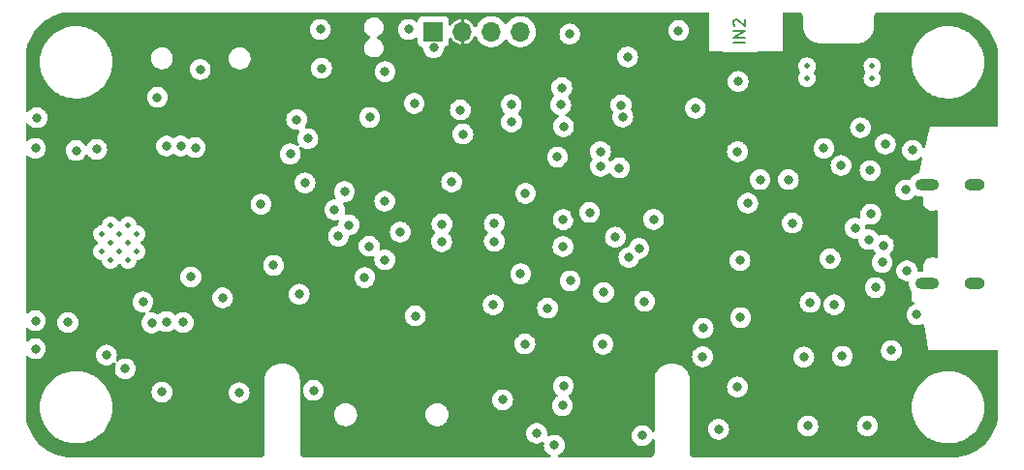
<source format=gbr>
G04 #@! TF.GenerationSoftware,KiCad,Pcbnew,(6.0.11)*
G04 #@! TF.CreationDate,2024-06-06T18:38:18+02:00*
G04 #@! TF.ProjectId,Wireless_Motion,57697265-6c65-4737-935f-4d6f74696f6e,rev?*
G04 #@! TF.SameCoordinates,Original*
G04 #@! TF.FileFunction,Copper,L3,Inr*
G04 #@! TF.FilePolarity,Positive*
%FSLAX45Y45*%
G04 Gerber Fmt 4.5, Leading zero omitted, Abs format (unit mm)*
G04 Created by KiCad (PCBNEW (6.0.11)) date 2024-06-06 18:38:18*
%MOMM*%
%LPD*%
G01*
G04 APERTURE LIST*
%ADD10C,0.200000*%
G04 #@! TA.AperFunction,NonConductor*
%ADD11C,0.200000*%
G04 #@! TD*
G04 #@! TA.AperFunction,ComponentPad*
%ADD12O,1.800000X1.000000*%
G04 #@! TD*
G04 #@! TA.AperFunction,ComponentPad*
%ADD13O,2.100000X1.000000*%
G04 #@! TD*
G04 #@! TA.AperFunction,HeatsinkPad*
%ADD14C,0.500000*%
G04 #@! TD*
G04 #@! TA.AperFunction,ComponentPad*
%ADD15O,1.700000X1.700000*%
G04 #@! TD*
G04 #@! TA.AperFunction,ComponentPad*
%ADD16R,1.700000X1.700000*%
G04 #@! TD*
G04 #@! TA.AperFunction,ViaPad*
%ADD17C,0.800000*%
G04 #@! TD*
G04 #@! TA.AperFunction,Conductor*
%ADD18C,0.245000*%
G04 #@! TD*
G04 APERTURE END LIST*
D10*
D11*
X12873238Y-4664000D02*
X12773238Y-4664000D01*
X12873238Y-4616381D02*
X12773238Y-4616381D01*
X12873238Y-4559238D01*
X12773238Y-4559238D01*
X12782762Y-4516381D02*
X12778000Y-4511619D01*
X12773238Y-4502095D01*
X12773238Y-4478286D01*
X12778000Y-4468762D01*
X12782762Y-4464000D01*
X12792286Y-4459238D01*
X12801809Y-4459238D01*
X12816095Y-4464000D01*
X12873238Y-4521143D01*
X12873238Y-4459238D01*
D12*
X14880000Y-6771000D03*
D13*
X14462000Y-6771000D03*
D12*
X14880000Y-5907000D03*
D13*
X14462000Y-5907000D03*
D14*
X13415500Y-4975463D03*
X13986043Y-4867750D03*
X13986043Y-4975463D03*
X13415500Y-4867750D03*
X7406500Y-6488250D03*
X7330250Y-6412000D03*
X7254000Y-6488250D03*
X7406500Y-6335750D03*
X7254000Y-6335750D03*
X7559000Y-6335750D03*
X7482750Y-6564500D03*
X7330250Y-6259500D03*
X7482750Y-6259500D03*
X7482750Y-6412000D03*
X7559000Y-6488250D03*
X7330250Y-6564500D03*
D15*
X10911500Y-4565000D03*
X10657500Y-4565000D03*
X10403500Y-4565000D03*
D16*
X10149500Y-4565000D03*
D17*
X10833000Y-5356500D03*
X13713000Y-5736500D03*
X13883000Y-5406500D03*
X14278000Y-5951500D03*
X12643000Y-8046500D03*
X12808000Y-5616500D03*
X11343000Y-4586500D03*
X9163000Y-4546500D03*
X10153000Y-4706500D03*
X10223000Y-6404000D03*
X14288000Y-6659000D03*
X8113000Y-4896500D03*
X10683000Y-6246500D03*
X10683000Y-6401500D03*
X9725500Y-6049000D03*
X14073000Y-6586500D03*
X9860500Y-6319000D03*
X12808000Y-7676500D03*
X14153000Y-7356500D03*
X10310000Y-5881500D03*
X11974963Y-8101718D03*
X13288000Y-6241500D03*
X11805500Y-5311500D03*
X13973000Y-6164000D03*
X9103000Y-7706500D03*
X11263000Y-5206500D03*
X11273000Y-5056500D03*
X6685500Y-5319000D03*
X11515500Y-6149000D03*
X13563000Y-5586500D03*
X11848000Y-4786500D03*
X9933000Y-4546500D03*
X10385500Y-5251500D03*
X10913000Y-6686500D03*
X11346405Y-6746500D03*
X9725500Y-6564000D03*
X11859500Y-6542000D03*
X11610500Y-5616500D03*
X13443000Y-6936500D03*
X13253000Y-5861500D03*
X6673000Y-5586500D03*
X8753000Y-6611500D03*
X13723000Y-7406500D03*
X11208000Y-8186500D03*
X7778000Y-7721500D03*
X14375500Y-7044000D03*
X8308000Y-6896500D03*
X7293000Y-7396500D03*
X11996000Y-6927500D03*
X9320500Y-6356500D03*
X6673000Y-7341500D03*
X8978000Y-6864000D03*
X11790500Y-5209000D03*
X12293000Y-4556500D03*
X12813000Y-5001500D03*
X9550500Y-6719000D03*
X11610500Y-5744000D03*
X9983000Y-5194000D03*
X7458000Y-7516500D03*
X14013000Y-6806500D03*
X12508000Y-7161500D03*
X6673000Y-7096500D03*
X13967500Y-5782000D03*
X10673000Y-6956500D03*
X13618000Y-6554000D03*
X14338000Y-5604000D03*
X13653000Y-6956500D03*
X11638000Y-6849000D03*
X10955500Y-5981500D03*
X10755500Y-7789000D03*
X9173000Y-4886500D03*
X11947000Y-6463500D03*
X14083000Y-6436500D03*
X13423000Y-8016500D03*
X12503000Y-7411500D03*
X8453000Y-7726500D03*
X13943000Y-8016500D03*
X13388000Y-7414000D03*
X12440500Y-5236500D03*
X10225500Y-6249000D03*
X10455500Y-6174000D03*
X8892500Y-6618500D03*
X9443000Y-5409000D03*
X12030500Y-7836500D03*
X11750500Y-6954000D03*
X10463000Y-6026500D03*
X10455500Y-6479000D03*
X11325500Y-5741500D03*
X10418000Y-4734000D03*
X8630500Y-6866500D03*
X9165500Y-6569000D03*
X6799500Y-7110000D03*
X11523000Y-4806500D03*
X8633000Y-7166500D03*
X12223000Y-5694000D03*
X9773000Y-6756500D03*
X11360000Y-6014000D03*
X10455500Y-6326500D03*
X11848000Y-4951500D03*
X6799500Y-7333000D03*
X10038000Y-4881500D03*
X6955500Y-7111500D03*
X11632750Y-7301250D03*
X9728000Y-4916500D03*
X12830500Y-6569000D03*
X7963000Y-7111500D03*
X7815500Y-7104000D03*
X13005500Y-5861500D03*
X11278000Y-7839000D03*
X12898000Y-6066500D03*
X12075500Y-6209000D03*
X10408000Y-5461500D03*
X7688000Y-7116500D03*
X9589200Y-6444500D03*
X9411000Y-6257500D03*
X9287173Y-6125673D03*
X9993000Y-7054000D03*
X10830500Y-5204000D03*
X11775000Y-5759000D03*
X11147500Y-6986500D03*
X11287500Y-7669000D03*
X9028000Y-5889000D03*
X8900500Y-5636500D03*
X10950500Y-7299000D03*
X9373000Y-5966500D03*
X8030500Y-6714000D03*
X8069500Y-5581500D03*
X7613000Y-6931500D03*
X11053000Y-8081500D03*
X7028000Y-5606500D03*
X8955500Y-5336500D03*
X7208000Y-5596500D03*
X9053000Y-5501500D03*
X8643000Y-6076500D03*
X7818000Y-5566800D03*
X7738000Y-5141500D03*
X9593000Y-5316500D03*
X12835500Y-7069000D03*
X14100500Y-5549000D03*
X11282655Y-6446500D03*
X11285000Y-6211500D03*
X11288000Y-5396500D03*
X11235500Y-5664000D03*
X7943000Y-5566500D03*
X13836250Y-6285250D03*
X13955000Y-6386500D03*
X11741000Y-6364500D03*
D18*
X11750500Y-6954000D02*
X11750500Y-6724500D01*
X11750500Y-6724500D02*
X11647500Y-6621500D01*
X11360000Y-6014000D02*
X11360000Y-6171000D01*
X11360000Y-6171000D02*
X11647500Y-6458500D01*
X11647500Y-6458500D02*
X11647500Y-6621500D01*
G04 #@! TA.AperFunction,Conductor*
G36*
X12557212Y-4396850D02*
G01*
X12561861Y-4402216D01*
X12563000Y-4407450D01*
X12563000Y-4739000D01*
X12669913Y-4739000D01*
X12676725Y-4741000D01*
X12681375Y-4746366D01*
X12681650Y-4747104D01*
X12681650Y-4748660D01*
X12974350Y-4748660D01*
X12974350Y-4747880D01*
X12974937Y-4747203D01*
X12977401Y-4742690D01*
X12983632Y-4739288D01*
X12986310Y-4739000D01*
X13205500Y-4739000D01*
X13205500Y-4407450D01*
X13207500Y-4400638D01*
X13212866Y-4395989D01*
X13218100Y-4394850D01*
X13338063Y-4394850D01*
X13340002Y-4395000D01*
X13341485Y-4395231D01*
X13341485Y-4395231D01*
X13342372Y-4395369D01*
X13343262Y-4395253D01*
X13344160Y-4395264D01*
X13344160Y-4395284D01*
X13346304Y-4395285D01*
X13351488Y-4395968D01*
X13354665Y-4396819D01*
X13361042Y-4399460D01*
X13363891Y-4401105D01*
X13366875Y-4403394D01*
X13369367Y-4405307D01*
X13371693Y-4407633D01*
X13375895Y-4413109D01*
X13377540Y-4415958D01*
X13380181Y-4422335D01*
X13381032Y-4425512D01*
X13381666Y-4430328D01*
X13381773Y-4432126D01*
X13381769Y-4432485D01*
X13381631Y-4433372D01*
X13381747Y-4434263D01*
X13381747Y-4434263D01*
X13382044Y-4436528D01*
X13382150Y-4438162D01*
X13382150Y-4511563D01*
X13382000Y-4513502D01*
X13381769Y-4514985D01*
X13381769Y-4514986D01*
X13381631Y-4515872D01*
X13381779Y-4517006D01*
X13381853Y-4517741D01*
X13383304Y-4538023D01*
X13383653Y-4539625D01*
X13387570Y-4557632D01*
X13387891Y-4559108D01*
X13388048Y-4559529D01*
X13388048Y-4559530D01*
X13390214Y-4565337D01*
X13395431Y-4579325D01*
X13405773Y-4598264D01*
X13418704Y-4615538D01*
X13433962Y-4630796D01*
X13451236Y-4643727D01*
X13470175Y-4654069D01*
X13479880Y-4657689D01*
X13489970Y-4661452D01*
X13489971Y-4661452D01*
X13490392Y-4661609D01*
X13490831Y-4661705D01*
X13490832Y-4661705D01*
X13505062Y-4664800D01*
X13511477Y-4666196D01*
X13528953Y-4667446D01*
X13530145Y-4667588D01*
X13531265Y-4667777D01*
X13531265Y-4667777D01*
X13531745Y-4667858D01*
X13532372Y-4667865D01*
X13532514Y-4667867D01*
X13532514Y-4667867D01*
X13533000Y-4667873D01*
X13535762Y-4667477D01*
X13537549Y-4667350D01*
X13845175Y-4667350D01*
X13847265Y-4667525D01*
X13848766Y-4667777D01*
X13848766Y-4667777D01*
X13849245Y-4667858D01*
X13849869Y-4667865D01*
X13850014Y-4667867D01*
X13850014Y-4667867D01*
X13850500Y-4667873D01*
X13851979Y-4667661D01*
X13852864Y-4667566D01*
X13871574Y-4666228D01*
X13872023Y-4666196D01*
X13878438Y-4664800D01*
X13892668Y-4661705D01*
X13892669Y-4661705D01*
X13893108Y-4661609D01*
X13893529Y-4661452D01*
X13893530Y-4661452D01*
X13903620Y-4657689D01*
X13913325Y-4654069D01*
X13932264Y-4643727D01*
X13949538Y-4630796D01*
X13964796Y-4615538D01*
X13977727Y-4598264D01*
X13988068Y-4579325D01*
X13993286Y-4565337D01*
X13995452Y-4559530D01*
X13995452Y-4559529D01*
X13995609Y-4559108D01*
X13995930Y-4557632D01*
X13999847Y-4539625D01*
X14000196Y-4538023D01*
X14001446Y-4520547D01*
X14001588Y-4519355D01*
X14001777Y-4518235D01*
X14001777Y-4518235D01*
X14001858Y-4517755D01*
X14001865Y-4517128D01*
X14001867Y-4516986D01*
X14001867Y-4516986D01*
X14001873Y-4516500D01*
X14001477Y-4513738D01*
X14001350Y-4511951D01*
X14001350Y-4439325D01*
X14001525Y-4437235D01*
X14001777Y-4435734D01*
X14001777Y-4435734D01*
X14001858Y-4435255D01*
X14001873Y-4434000D01*
X14001804Y-4433518D01*
X14001772Y-4433033D01*
X14001841Y-4433028D01*
X14001826Y-4430381D01*
X14002467Y-4425512D01*
X14003319Y-4422335D01*
X14005960Y-4415958D01*
X14007605Y-4413109D01*
X14011807Y-4407633D01*
X14014133Y-4405307D01*
X14016625Y-4403394D01*
X14019609Y-4401105D01*
X14022457Y-4399460D01*
X14028835Y-4396819D01*
X14032012Y-4395968D01*
X14036828Y-4395334D01*
X14038626Y-4395227D01*
X14038985Y-4395231D01*
X14039872Y-4395369D01*
X14040763Y-4395253D01*
X14040763Y-4395253D01*
X14042003Y-4395091D01*
X14043029Y-4394956D01*
X14044662Y-4394850D01*
X14682563Y-4394850D01*
X14684502Y-4395000D01*
X14685985Y-4395231D01*
X14685985Y-4395231D01*
X14686872Y-4395369D01*
X14688681Y-4395133D01*
X14688866Y-4395109D01*
X14691081Y-4395016D01*
X14723747Y-4396526D01*
X14724906Y-4396633D01*
X14760267Y-4401566D01*
X14761411Y-4401780D01*
X14796166Y-4409954D01*
X14797284Y-4410272D01*
X14814211Y-4415946D01*
X14831137Y-4421619D01*
X14832222Y-4422039D01*
X14864884Y-4436461D01*
X14865924Y-4436979D01*
X14897118Y-4454353D01*
X14898105Y-4454965D01*
X14899137Y-4455672D01*
X14927561Y-4475142D01*
X14928490Y-4475844D01*
X14955958Y-4498653D01*
X14956818Y-4499437D01*
X14982063Y-4524682D01*
X14982847Y-4525542D01*
X15005656Y-4553010D01*
X15006358Y-4553939D01*
X15015652Y-4567507D01*
X15026284Y-4583027D01*
X15026535Y-4583395D01*
X15027147Y-4584382D01*
X15044521Y-4615576D01*
X15045039Y-4616616D01*
X15059461Y-4649278D01*
X15059881Y-4650363D01*
X15064024Y-4662724D01*
X15071139Y-4683951D01*
X15071228Y-4684215D01*
X15071546Y-4685334D01*
X15076083Y-4704624D01*
X15079720Y-4720089D01*
X15079934Y-4721233D01*
X15084867Y-4756594D01*
X15084974Y-4757753D01*
X15086450Y-4789679D01*
X15086314Y-4792199D01*
X15086269Y-4792485D01*
X15086269Y-4792486D01*
X15086131Y-4793372D01*
X15086247Y-4794263D01*
X15086247Y-4794263D01*
X15086544Y-4796528D01*
X15086650Y-4798162D01*
X15086650Y-5384371D01*
X15084650Y-5391183D01*
X15079284Y-5395833D01*
X15074112Y-5396971D01*
X14489606Y-5399834D01*
X14489605Y-5399834D01*
X14487794Y-5399843D01*
X14449047Y-5573287D01*
X14448702Y-5574835D01*
X14445264Y-5581047D01*
X14439014Y-5584414D01*
X14431936Y-5583868D01*
X14426276Y-5579582D01*
X14424421Y-5575981D01*
X14424049Y-5574835D01*
X14421453Y-5566844D01*
X14421048Y-5566144D01*
X14415645Y-5556785D01*
X14411904Y-5550306D01*
X14411320Y-5549657D01*
X14399567Y-5536605D01*
X14399567Y-5536604D01*
X14399125Y-5536113D01*
X14387650Y-5527776D01*
X14384209Y-5525276D01*
X14384209Y-5525276D01*
X14383675Y-5524888D01*
X14383072Y-5524620D01*
X14383072Y-5524620D01*
X14366832Y-5517389D01*
X14366832Y-5517389D01*
X14366229Y-5517121D01*
X14356889Y-5515135D01*
X14348194Y-5513287D01*
X14348194Y-5513287D01*
X14347549Y-5513150D01*
X14328451Y-5513150D01*
X14327806Y-5513287D01*
X14327806Y-5513287D01*
X14319111Y-5515135D01*
X14309771Y-5517121D01*
X14309168Y-5517389D01*
X14309168Y-5517389D01*
X14292928Y-5524620D01*
X14292928Y-5524620D01*
X14292325Y-5524888D01*
X14291791Y-5525276D01*
X14291791Y-5525276D01*
X14288350Y-5527776D01*
X14276875Y-5536113D01*
X14276433Y-5536604D01*
X14276432Y-5536605D01*
X14264680Y-5549657D01*
X14264096Y-5550306D01*
X14260355Y-5556785D01*
X14254952Y-5566144D01*
X14254547Y-5566844D01*
X14248646Y-5585007D01*
X14248577Y-5585663D01*
X14248577Y-5585664D01*
X14248209Y-5589162D01*
X14246650Y-5604000D01*
X14246719Y-5604656D01*
X14248003Y-5616879D01*
X14248646Y-5622993D01*
X14254547Y-5641156D01*
X14254878Y-5641728D01*
X14254878Y-5641728D01*
X14260049Y-5650685D01*
X14264096Y-5657694D01*
X14264538Y-5658185D01*
X14264538Y-5658185D01*
X14276432Y-5671395D01*
X14276875Y-5671887D01*
X14292325Y-5683112D01*
X14292928Y-5683380D01*
X14292928Y-5683380D01*
X14308482Y-5690306D01*
X14309771Y-5690879D01*
X14319111Y-5692865D01*
X14327806Y-5694713D01*
X14327806Y-5694713D01*
X14328451Y-5694850D01*
X14347549Y-5694850D01*
X14348194Y-5694713D01*
X14348194Y-5694713D01*
X14356889Y-5692865D01*
X14366229Y-5690879D01*
X14367518Y-5690306D01*
X14383072Y-5683380D01*
X14383072Y-5683380D01*
X14383675Y-5683112D01*
X14399125Y-5671887D01*
X14404096Y-5666366D01*
X14410141Y-5662642D01*
X14417239Y-5662777D01*
X14423138Y-5666728D01*
X14425963Y-5673241D01*
X14425757Y-5677544D01*
X14398904Y-5797748D01*
X14395466Y-5803960D01*
X14389216Y-5807328D01*
X14388051Y-5807508D01*
X14387930Y-5807532D01*
X14387317Y-5807592D01*
X14368383Y-5813308D01*
X14350920Y-5822593D01*
X14342294Y-5829629D01*
X14336071Y-5834704D01*
X14336071Y-5834704D01*
X14335594Y-5835093D01*
X14335201Y-5835568D01*
X14335201Y-5835568D01*
X14323380Y-5849857D01*
X14323380Y-5849858D01*
X14322987Y-5850332D01*
X14322694Y-5850875D01*
X14318814Y-5858051D01*
X14313814Y-5863092D01*
X14306883Y-5864630D01*
X14305110Y-5864383D01*
X14288194Y-5860787D01*
X14288194Y-5860787D01*
X14287549Y-5860650D01*
X14268451Y-5860650D01*
X14267806Y-5860787D01*
X14267806Y-5860787D01*
X14261364Y-5862156D01*
X14249771Y-5864621D01*
X14249168Y-5864889D01*
X14249168Y-5864889D01*
X14232928Y-5872120D01*
X14232928Y-5872120D01*
X14232325Y-5872388D01*
X14216875Y-5883613D01*
X14216433Y-5884104D01*
X14216432Y-5884104D01*
X14213476Y-5887388D01*
X14204096Y-5897806D01*
X14194547Y-5914344D01*
X14188646Y-5932507D01*
X14188577Y-5933163D01*
X14188577Y-5933163D01*
X14188312Y-5935685D01*
X14186650Y-5951500D01*
X14186719Y-5952156D01*
X14188395Y-5968111D01*
X14188646Y-5970493D01*
X14194547Y-5988656D01*
X14194878Y-5989228D01*
X14194878Y-5989228D01*
X14198103Y-5994815D01*
X14204096Y-6005194D01*
X14204538Y-6005685D01*
X14204538Y-6005685D01*
X14209568Y-6011272D01*
X14216875Y-6019387D01*
X14224779Y-6025129D01*
X14230629Y-6029379D01*
X14232325Y-6030612D01*
X14232928Y-6030880D01*
X14232928Y-6030880D01*
X14242617Y-6035194D01*
X14249771Y-6038379D01*
X14257268Y-6039973D01*
X14267806Y-6042213D01*
X14267806Y-6042213D01*
X14268451Y-6042350D01*
X14287549Y-6042350D01*
X14288194Y-6042213D01*
X14288194Y-6042213D01*
X14298732Y-6039973D01*
X14306229Y-6038379D01*
X14313382Y-6035194D01*
X14323072Y-6030880D01*
X14323072Y-6030880D01*
X14323675Y-6030612D01*
X14325371Y-6029379D01*
X14331221Y-6025129D01*
X14339125Y-6019387D01*
X14351904Y-6005194D01*
X14352234Y-6004622D01*
X14352365Y-6004443D01*
X14357987Y-6000107D01*
X14365061Y-5999500D01*
X14367021Y-6000112D01*
X14367079Y-6000143D01*
X14367665Y-6000329D01*
X14367666Y-6000329D01*
X14383002Y-6005194D01*
X14385931Y-6006123D01*
X14401323Y-6007850D01*
X14420478Y-6007850D01*
X14427290Y-6009850D01*
X14431939Y-6015216D01*
X14432949Y-6022243D01*
X14432177Y-6025129D01*
X14431247Y-6027453D01*
X14431136Y-6028126D01*
X14431135Y-6028127D01*
X14428401Y-6044646D01*
X14428289Y-6045320D01*
X14428325Y-6046001D01*
X14428325Y-6046002D01*
X14428559Y-6050460D01*
X14429237Y-6063405D01*
X14429418Y-6064062D01*
X14429418Y-6064062D01*
X14430645Y-6068517D01*
X14434046Y-6080864D01*
X14442492Y-6096884D01*
X14442933Y-6097405D01*
X14442933Y-6097405D01*
X14453741Y-6110194D01*
X14453741Y-6110195D01*
X14454181Y-6110716D01*
X14454724Y-6111130D01*
X14454724Y-6111130D01*
X14468026Y-6121301D01*
X14468026Y-6121301D01*
X14468568Y-6121715D01*
X14478463Y-6126329D01*
X14484363Y-6129080D01*
X14484363Y-6129081D01*
X14484981Y-6129368D01*
X14485646Y-6129517D01*
X14485646Y-6129517D01*
X14494742Y-6131550D01*
X14502654Y-6133319D01*
X14503209Y-6133350D01*
X14516524Y-6133350D01*
X14530004Y-6131886D01*
X14530650Y-6131668D01*
X14530650Y-6131668D01*
X14537451Y-6129379D01*
X14540881Y-6128225D01*
X14547975Y-6127948D01*
X14554093Y-6131550D01*
X14557292Y-6137888D01*
X14557500Y-6140167D01*
X14557500Y-6537471D01*
X14555500Y-6544283D01*
X14550134Y-6548933D01*
X14543107Y-6549943D01*
X14540295Y-6549105D01*
X14540284Y-6549140D01*
X14539637Y-6548919D01*
X14539019Y-6548631D01*
X14538354Y-6548483D01*
X14538354Y-6548483D01*
X14522805Y-6545007D01*
X14521346Y-6544681D01*
X14520791Y-6544650D01*
X14507476Y-6544650D01*
X14507136Y-6544687D01*
X14504187Y-6545007D01*
X14493996Y-6546114D01*
X14484205Y-6549409D01*
X14477480Y-6551673D01*
X14477479Y-6551673D01*
X14476832Y-6551891D01*
X14461309Y-6561218D01*
X14460814Y-6561686D01*
X14460813Y-6561687D01*
X14448647Y-6573192D01*
X14448151Y-6573661D01*
X14447768Y-6574224D01*
X14447768Y-6574225D01*
X14438411Y-6587993D01*
X14437972Y-6588639D01*
X14431247Y-6605453D01*
X14431136Y-6606126D01*
X14431135Y-6606127D01*
X14428487Y-6622123D01*
X14428289Y-6623320D01*
X14428325Y-6624001D01*
X14428325Y-6624002D01*
X14429093Y-6638656D01*
X14429237Y-6641405D01*
X14429418Y-6642062D01*
X14429418Y-6642062D01*
X14432762Y-6654204D01*
X14432643Y-6661303D01*
X14428705Y-6667210D01*
X14422198Y-6670050D01*
X14420615Y-6670150D01*
X14402023Y-6670150D01*
X14401717Y-6670180D01*
X14401717Y-6670180D01*
X14398085Y-6670536D01*
X14393111Y-6671024D01*
X14386136Y-6669698D01*
X14380986Y-6664812D01*
X14379418Y-6658993D01*
X14379350Y-6659000D01*
X14379306Y-6658574D01*
X14377354Y-6640007D01*
X14371453Y-6621844D01*
X14371030Y-6621112D01*
X14363566Y-6608185D01*
X14361904Y-6605306D01*
X14359774Y-6602940D01*
X14349567Y-6591604D01*
X14349567Y-6591604D01*
X14349125Y-6591113D01*
X14337045Y-6582336D01*
X14334209Y-6580276D01*
X14334209Y-6580276D01*
X14333675Y-6579888D01*
X14333072Y-6579620D01*
X14333072Y-6579620D01*
X14316832Y-6572389D01*
X14316832Y-6572389D01*
X14316229Y-6572121D01*
X14304636Y-6569656D01*
X14298194Y-6568287D01*
X14298194Y-6568287D01*
X14297549Y-6568150D01*
X14278451Y-6568150D01*
X14277806Y-6568287D01*
X14277806Y-6568287D01*
X14271364Y-6569656D01*
X14259771Y-6572121D01*
X14259168Y-6572389D01*
X14259168Y-6572389D01*
X14242928Y-6579620D01*
X14242928Y-6579620D01*
X14242325Y-6579888D01*
X14241791Y-6580276D01*
X14241791Y-6580276D01*
X14238955Y-6582336D01*
X14226875Y-6591113D01*
X14226433Y-6591604D01*
X14226432Y-6591604D01*
X14216226Y-6602940D01*
X14214096Y-6605306D01*
X14212433Y-6608185D01*
X14204970Y-6621112D01*
X14204547Y-6621844D01*
X14198646Y-6640007D01*
X14196650Y-6659000D01*
X14196719Y-6659656D01*
X14197973Y-6671592D01*
X14198646Y-6677993D01*
X14204547Y-6696156D01*
X14214096Y-6712694D01*
X14214538Y-6713185D01*
X14214538Y-6713185D01*
X14219182Y-6718343D01*
X14226875Y-6726887D01*
X14242325Y-6738112D01*
X14242928Y-6738380D01*
X14242928Y-6738380D01*
X14259168Y-6745611D01*
X14259771Y-6745879D01*
X14269111Y-6747865D01*
X14277806Y-6749713D01*
X14277806Y-6749713D01*
X14278451Y-6749850D01*
X14293819Y-6749850D01*
X14300631Y-6751850D01*
X14305281Y-6757216D01*
X14306350Y-6763767D01*
X14305824Y-6768772D01*
X14305664Y-6770292D01*
X14305945Y-6773379D01*
X14307231Y-6787507D01*
X14307457Y-6789989D01*
X14307631Y-6790579D01*
X14307631Y-6790580D01*
X14309190Y-6795877D01*
X14313041Y-6808962D01*
X14313326Y-6809508D01*
X14313326Y-6809508D01*
X14314548Y-6811844D01*
X14322204Y-6826489D01*
X14325033Y-6830007D01*
X14329720Y-6835836D01*
X14332429Y-6842399D01*
X14332500Y-6843732D01*
X14332500Y-6925940D01*
X14333910Y-6926699D01*
X14333911Y-6926699D01*
X14348314Y-6934451D01*
X14353364Y-6939441D01*
X14354915Y-6946370D01*
X14352474Y-6953036D01*
X14347158Y-6956866D01*
X14347271Y-6957121D01*
X14330428Y-6964620D01*
X14330428Y-6964620D01*
X14329825Y-6964888D01*
X14329291Y-6965276D01*
X14329291Y-6965276D01*
X14324639Y-6968656D01*
X14314375Y-6976113D01*
X14313933Y-6976604D01*
X14313932Y-6976604D01*
X14304381Y-6987213D01*
X14301596Y-6990306D01*
X14295822Y-7000306D01*
X14292406Y-7006224D01*
X14292047Y-7006844D01*
X14286146Y-7025007D01*
X14286077Y-7025663D01*
X14286077Y-7025663D01*
X14285095Y-7035007D01*
X14284150Y-7044000D01*
X14284219Y-7044656D01*
X14284850Y-7050663D01*
X14286146Y-7062993D01*
X14292047Y-7081156D01*
X14301596Y-7097694D01*
X14302038Y-7098185D01*
X14302038Y-7098185D01*
X14311042Y-7108185D01*
X14314375Y-7111887D01*
X14318435Y-7114836D01*
X14328138Y-7121887D01*
X14329825Y-7123112D01*
X14330428Y-7123380D01*
X14330428Y-7123380D01*
X14346668Y-7130611D01*
X14347271Y-7130879D01*
X14355948Y-7132724D01*
X14365306Y-7134713D01*
X14365306Y-7134713D01*
X14365951Y-7134850D01*
X14385049Y-7134850D01*
X14385694Y-7134713D01*
X14385694Y-7134713D01*
X14395052Y-7132724D01*
X14403729Y-7130879D01*
X14404597Y-7130493D01*
X14420537Y-7123396D01*
X14427574Y-7122452D01*
X14434004Y-7125463D01*
X14437785Y-7131472D01*
X14438111Y-7132961D01*
X14462298Y-7287806D01*
X14472345Y-7352123D01*
X14472676Y-7354243D01*
X14473638Y-7354243D01*
X14473638Y-7354243D01*
X14754256Y-7354144D01*
X15074046Y-7354031D01*
X15080858Y-7356029D01*
X15085509Y-7361393D01*
X15086650Y-7366631D01*
X15086650Y-7889063D01*
X15086500Y-7891002D01*
X15086429Y-7891457D01*
X15086131Y-7893372D01*
X15086247Y-7894262D01*
X15086391Y-7895366D01*
X15086484Y-7897581D01*
X15084991Y-7929889D01*
X15084974Y-7930247D01*
X15084867Y-7931406D01*
X15079934Y-7966767D01*
X15079720Y-7967911D01*
X15072605Y-7998163D01*
X15071546Y-8002666D01*
X15071228Y-8003784D01*
X15066326Y-8018408D01*
X15059881Y-8037637D01*
X15059461Y-8038722D01*
X15045039Y-8071384D01*
X15044521Y-8072424D01*
X15027147Y-8103618D01*
X15026535Y-8104605D01*
X15006358Y-8134061D01*
X15005656Y-8134990D01*
X14982847Y-8162458D01*
X14982063Y-8163318D01*
X14956818Y-8188563D01*
X14955958Y-8189347D01*
X14928490Y-8212156D01*
X14927561Y-8212858D01*
X14898105Y-8233035D01*
X14897118Y-8233647D01*
X14865924Y-8251021D01*
X14864884Y-8251539D01*
X14832222Y-8265961D01*
X14831137Y-8266381D01*
X14823207Y-8269039D01*
X14797284Y-8277728D01*
X14796166Y-8278046D01*
X14763265Y-8285784D01*
X14761411Y-8286220D01*
X14760267Y-8286434D01*
X14754340Y-8287261D01*
X14726238Y-8291181D01*
X14724906Y-8291367D01*
X14723747Y-8291474D01*
X14691821Y-8292950D01*
X14689301Y-8292814D01*
X14689015Y-8292769D01*
X14689014Y-8292769D01*
X14688128Y-8292631D01*
X14687237Y-8292747D01*
X14687237Y-8292747D01*
X14686135Y-8292891D01*
X14684971Y-8293044D01*
X14683338Y-8293150D01*
X12434005Y-8293150D01*
X12432066Y-8293000D01*
X12430584Y-8292769D01*
X12430584Y-8292769D01*
X12429697Y-8292631D01*
X12428807Y-8292747D01*
X12427909Y-8292736D01*
X12427909Y-8292716D01*
X12425765Y-8292715D01*
X12425396Y-8292666D01*
X12424949Y-8292607D01*
X12420581Y-8292032D01*
X12417404Y-8291181D01*
X12411027Y-8288539D01*
X12408179Y-8286895D01*
X12406658Y-8285728D01*
X12402702Y-8282693D01*
X12400377Y-8280367D01*
X12396175Y-8274891D01*
X12394530Y-8272042D01*
X12391889Y-8265665D01*
X12391037Y-8262488D01*
X12390447Y-8258007D01*
X12390394Y-8255444D01*
X12390426Y-8255255D01*
X12390441Y-8254000D01*
X12390046Y-8251238D01*
X12389918Y-8249451D01*
X12389918Y-8046500D01*
X12551650Y-8046500D01*
X12551719Y-8047156D01*
X12553488Y-8063990D01*
X12553646Y-8065493D01*
X12559547Y-8083656D01*
X12569096Y-8100194D01*
X12569538Y-8100685D01*
X12569538Y-8100685D01*
X12575386Y-8107181D01*
X12581875Y-8114387D01*
X12597325Y-8125612D01*
X12597928Y-8125880D01*
X12597928Y-8125880D01*
X12614168Y-8133111D01*
X12614771Y-8133379D01*
X12622347Y-8134990D01*
X12632806Y-8137213D01*
X12632806Y-8137213D01*
X12633451Y-8137350D01*
X12652549Y-8137350D01*
X12653194Y-8137213D01*
X12653194Y-8137213D01*
X12663652Y-8134990D01*
X12671229Y-8133379D01*
X12671832Y-8133111D01*
X12688072Y-8125880D01*
X12688072Y-8125880D01*
X12688675Y-8125612D01*
X12704125Y-8114387D01*
X12710614Y-8107181D01*
X12716462Y-8100685D01*
X12716462Y-8100685D01*
X12716904Y-8100194D01*
X12726453Y-8083656D01*
X12732354Y-8065493D01*
X12732512Y-8063990D01*
X12734281Y-8047156D01*
X12734350Y-8046500D01*
X12732354Y-8027507D01*
X12728778Y-8016500D01*
X13331650Y-8016500D01*
X13331719Y-8017156D01*
X13332898Y-8028377D01*
X13333646Y-8035493D01*
X13339547Y-8053656D01*
X13349096Y-8070194D01*
X13349538Y-8070685D01*
X13349538Y-8070685D01*
X13351182Y-8072511D01*
X13361875Y-8084387D01*
X13377325Y-8095612D01*
X13377928Y-8095880D01*
X13377928Y-8095880D01*
X13391040Y-8101718D01*
X13394771Y-8103379D01*
X13404111Y-8105365D01*
X13412806Y-8107213D01*
X13412806Y-8107213D01*
X13413451Y-8107350D01*
X13432549Y-8107350D01*
X13433194Y-8107213D01*
X13433194Y-8107213D01*
X13441889Y-8105365D01*
X13451229Y-8103379D01*
X13454960Y-8101718D01*
X13468072Y-8095880D01*
X13468072Y-8095880D01*
X13468675Y-8095612D01*
X13484125Y-8084387D01*
X13494818Y-8072511D01*
X13496462Y-8070685D01*
X13496462Y-8070685D01*
X13496904Y-8070194D01*
X13506453Y-8053656D01*
X13512354Y-8035493D01*
X13513102Y-8028377D01*
X13514281Y-8017156D01*
X13514350Y-8016500D01*
X13851650Y-8016500D01*
X13851719Y-8017156D01*
X13852898Y-8028377D01*
X13853646Y-8035493D01*
X13859547Y-8053656D01*
X13869096Y-8070194D01*
X13869538Y-8070685D01*
X13869538Y-8070685D01*
X13871182Y-8072511D01*
X13881875Y-8084387D01*
X13897325Y-8095612D01*
X13897928Y-8095880D01*
X13897928Y-8095880D01*
X13911040Y-8101718D01*
X13914771Y-8103379D01*
X13924111Y-8105365D01*
X13932806Y-8107213D01*
X13932806Y-8107213D01*
X13933451Y-8107350D01*
X13952549Y-8107350D01*
X13953194Y-8107213D01*
X13953194Y-8107213D01*
X13961889Y-8105365D01*
X13971229Y-8103379D01*
X13974960Y-8101718D01*
X13988072Y-8095880D01*
X13988072Y-8095880D01*
X13988675Y-8095612D01*
X14004125Y-8084387D01*
X14014818Y-8072511D01*
X14016462Y-8070685D01*
X14016462Y-8070685D01*
X14016904Y-8070194D01*
X14026453Y-8053656D01*
X14032354Y-8035493D01*
X14033102Y-8028377D01*
X14034281Y-8017156D01*
X14034350Y-8016500D01*
X14033005Y-8003696D01*
X14032423Y-7998163D01*
X14032423Y-7998163D01*
X14032354Y-7997507D01*
X14026453Y-7979344D01*
X14016904Y-7962806D01*
X14014485Y-7960119D01*
X14004567Y-7949104D01*
X14004567Y-7949104D01*
X14004125Y-7948613D01*
X13988675Y-7937388D01*
X13988072Y-7937120D01*
X13988072Y-7937120D01*
X13971832Y-7929889D01*
X13971832Y-7929889D01*
X13971229Y-7929621D01*
X13961889Y-7927635D01*
X13953194Y-7925787D01*
X13953194Y-7925787D01*
X13952549Y-7925650D01*
X13933451Y-7925650D01*
X13932806Y-7925787D01*
X13932806Y-7925787D01*
X13924111Y-7927635D01*
X13914771Y-7929621D01*
X13914168Y-7929889D01*
X13914168Y-7929889D01*
X13897928Y-7937120D01*
X13897928Y-7937120D01*
X13897325Y-7937388D01*
X13881875Y-7948613D01*
X13881433Y-7949104D01*
X13881432Y-7949104D01*
X13871515Y-7960119D01*
X13869096Y-7962806D01*
X13859547Y-7979344D01*
X13853646Y-7997507D01*
X13853577Y-7998163D01*
X13853577Y-7998163D01*
X13852995Y-8003696D01*
X13851650Y-8016500D01*
X13514350Y-8016500D01*
X13513005Y-8003696D01*
X13512423Y-7998163D01*
X13512423Y-7998163D01*
X13512354Y-7997507D01*
X13506453Y-7979344D01*
X13496904Y-7962806D01*
X13494485Y-7960119D01*
X13484567Y-7949104D01*
X13484567Y-7949104D01*
X13484125Y-7948613D01*
X13468675Y-7937388D01*
X13468072Y-7937120D01*
X13468072Y-7937120D01*
X13451832Y-7929889D01*
X13451832Y-7929889D01*
X13451229Y-7929621D01*
X13441889Y-7927635D01*
X13433194Y-7925787D01*
X13433194Y-7925787D01*
X13432549Y-7925650D01*
X13413451Y-7925650D01*
X13412806Y-7925787D01*
X13412806Y-7925787D01*
X13404111Y-7927635D01*
X13394771Y-7929621D01*
X13394168Y-7929889D01*
X13394168Y-7929889D01*
X13377928Y-7937120D01*
X13377928Y-7937120D01*
X13377325Y-7937388D01*
X13361875Y-7948613D01*
X13361433Y-7949104D01*
X13361432Y-7949104D01*
X13351515Y-7960119D01*
X13349096Y-7962806D01*
X13339547Y-7979344D01*
X13333646Y-7997507D01*
X13333577Y-7998163D01*
X13333577Y-7998163D01*
X13332995Y-8003696D01*
X13331650Y-8016500D01*
X12728778Y-8016500D01*
X12726453Y-8009344D01*
X12716904Y-7992806D01*
X12715194Y-7990906D01*
X12704567Y-7979104D01*
X12704567Y-7979104D01*
X12704125Y-7978613D01*
X12694216Y-7971414D01*
X12689209Y-7967776D01*
X12689209Y-7967776D01*
X12688675Y-7967388D01*
X12688072Y-7967120D01*
X12688072Y-7967120D01*
X12671832Y-7959889D01*
X12671832Y-7959889D01*
X12671229Y-7959621D01*
X12661290Y-7957508D01*
X12653194Y-7955787D01*
X12653194Y-7955787D01*
X12652549Y-7955650D01*
X12633451Y-7955650D01*
X12632806Y-7955787D01*
X12632806Y-7955787D01*
X12624710Y-7957508D01*
X12614771Y-7959621D01*
X12614168Y-7959889D01*
X12614168Y-7959889D01*
X12597928Y-7967120D01*
X12597928Y-7967120D01*
X12597325Y-7967388D01*
X12596791Y-7967776D01*
X12596791Y-7967776D01*
X12591784Y-7971414D01*
X12581875Y-7978613D01*
X12581433Y-7979104D01*
X12581432Y-7979104D01*
X12570806Y-7990906D01*
X12569096Y-7992806D01*
X12559547Y-8009344D01*
X12553646Y-8027507D01*
X12551650Y-8046500D01*
X12389918Y-8046500D01*
X12389918Y-7851791D01*
X14331160Y-7851791D01*
X14332885Y-7887067D01*
X14332941Y-7887414D01*
X14332941Y-7887414D01*
X14337913Y-7918112D01*
X14338532Y-7921931D01*
X14338627Y-7922270D01*
X14338627Y-7922270D01*
X14345873Y-7948225D01*
X14348030Y-7955948D01*
X14361260Y-7988694D01*
X14361427Y-7989003D01*
X14361427Y-7989003D01*
X14364464Y-7994621D01*
X14378058Y-8019762D01*
X14398215Y-8048763D01*
X14398446Y-8049027D01*
X14398446Y-8049028D01*
X14410247Y-8062507D01*
X14421478Y-8075337D01*
X14447559Y-8099152D01*
X14476132Y-8119911D01*
X14476438Y-8120085D01*
X14476439Y-8120086D01*
X14480298Y-8122278D01*
X14506841Y-8137356D01*
X14511716Y-8139446D01*
X14538979Y-8151131D01*
X14538980Y-8151131D01*
X14539303Y-8151270D01*
X14551849Y-8155058D01*
X14572776Y-8161376D01*
X14572776Y-8161376D01*
X14573113Y-8161478D01*
X14593035Y-8165134D01*
X14607504Y-8167789D01*
X14607504Y-8167790D01*
X14607851Y-8167853D01*
X14626899Y-8169185D01*
X14636187Y-8169835D01*
X14636188Y-8169835D01*
X14636406Y-8169850D01*
X14656402Y-8169850D01*
X14656575Y-8169840D01*
X14656576Y-8169840D01*
X14675328Y-8168792D01*
X14682763Y-8168376D01*
X14691613Y-8166879D01*
X14717240Y-8162545D01*
X14717240Y-8162545D01*
X14717586Y-8162486D01*
X14751536Y-8152751D01*
X14762921Y-8148059D01*
X14783865Y-8139426D01*
X14783865Y-8139426D01*
X14784189Y-8139293D01*
X14809075Y-8125612D01*
X14814831Y-8122447D01*
X14814831Y-8122447D01*
X14815139Y-8122278D01*
X14843999Y-8101920D01*
X14863309Y-8084775D01*
X14870147Y-8078704D01*
X14870147Y-8078704D01*
X14870409Y-8078471D01*
X14878377Y-8069623D01*
X14893806Y-8052487D01*
X14893806Y-8052487D01*
X14894042Y-8052225D01*
X14905571Y-8036121D01*
X14914396Y-8023794D01*
X14914396Y-8023794D01*
X14914601Y-8023508D01*
X14931831Y-7992678D01*
X14945518Y-7960119D01*
X14945617Y-7959783D01*
X14945617Y-7959782D01*
X14952794Y-7935395D01*
X14955489Y-7926238D01*
X14961622Y-7891457D01*
X14962278Y-7881038D01*
X14963818Y-7856560D01*
X14963818Y-7856560D01*
X14963840Y-7856208D01*
X14963353Y-7846261D01*
X14962132Y-7821283D01*
X14962132Y-7821283D01*
X14962115Y-7820933D01*
X14961944Y-7819876D01*
X14956524Y-7786416D01*
X14956524Y-7786416D01*
X14956468Y-7786069D01*
X14956340Y-7785612D01*
X14947065Y-7752391D01*
X14946970Y-7752052D01*
X14936381Y-7725843D01*
X14933872Y-7719632D01*
X14933872Y-7719632D01*
X14933740Y-7719306D01*
X14931762Y-7715647D01*
X14924448Y-7702121D01*
X14916942Y-7688238D01*
X14896785Y-7659237D01*
X14895900Y-7658225D01*
X14873754Y-7632928D01*
X14873522Y-7632663D01*
X14847441Y-7608848D01*
X14818868Y-7588089D01*
X14815059Y-7585925D01*
X14797912Y-7576184D01*
X14788159Y-7570644D01*
X14771921Y-7563684D01*
X14756020Y-7556869D01*
X14756020Y-7556869D01*
X14755697Y-7556730D01*
X14734449Y-7550315D01*
X14722224Y-7546624D01*
X14722224Y-7546624D01*
X14721887Y-7546522D01*
X14701965Y-7542866D01*
X14687496Y-7540210D01*
X14687496Y-7540210D01*
X14687149Y-7540147D01*
X14668101Y-7538815D01*
X14658813Y-7538165D01*
X14658812Y-7538165D01*
X14658594Y-7538150D01*
X14638598Y-7538150D01*
X14638425Y-7538160D01*
X14638424Y-7538160D01*
X14619672Y-7539208D01*
X14612237Y-7539624D01*
X14608768Y-7540210D01*
X14577760Y-7545455D01*
X14577760Y-7545455D01*
X14577414Y-7545514D01*
X14543464Y-7555249D01*
X14532078Y-7559941D01*
X14511135Y-7568574D01*
X14511134Y-7568574D01*
X14510811Y-7568707D01*
X14497211Y-7576184D01*
X14480169Y-7585553D01*
X14480169Y-7585553D01*
X14479861Y-7585722D01*
X14451001Y-7606080D01*
X14447595Y-7609104D01*
X14424853Y-7629296D01*
X14424853Y-7629296D01*
X14424591Y-7629529D01*
X14424355Y-7629790D01*
X14424355Y-7629790D01*
X14403632Y-7652806D01*
X14400958Y-7655775D01*
X14398273Y-7659525D01*
X14380604Y-7684206D01*
X14380604Y-7684206D01*
X14380399Y-7684492D01*
X14363169Y-7715322D01*
X14349482Y-7747881D01*
X14349383Y-7748217D01*
X14349383Y-7748218D01*
X14343229Y-7769127D01*
X14339511Y-7781762D01*
X14333378Y-7816543D01*
X14333355Y-7816894D01*
X14333355Y-7816894D01*
X14331362Y-7848578D01*
X14331160Y-7851791D01*
X12389918Y-7851791D01*
X12389918Y-7676500D01*
X12716650Y-7676500D01*
X12718646Y-7695493D01*
X12724547Y-7713656D01*
X12734096Y-7730194D01*
X12746875Y-7744387D01*
X12751238Y-7747556D01*
X12761412Y-7754949D01*
X12762325Y-7755612D01*
X12762928Y-7755880D01*
X12762928Y-7755880D01*
X12772617Y-7760194D01*
X12779771Y-7763379D01*
X12789111Y-7765365D01*
X12797806Y-7767213D01*
X12797806Y-7767213D01*
X12798451Y-7767350D01*
X12817549Y-7767350D01*
X12818194Y-7767213D01*
X12818194Y-7767213D01*
X12826889Y-7765365D01*
X12836229Y-7763379D01*
X12843382Y-7760194D01*
X12853072Y-7755880D01*
X12853072Y-7755880D01*
X12853675Y-7755612D01*
X12854588Y-7754949D01*
X12864762Y-7747556D01*
X12869125Y-7744387D01*
X12881904Y-7730194D01*
X12891453Y-7713656D01*
X12897354Y-7695493D01*
X12899350Y-7676500D01*
X12897354Y-7657507D01*
X12891453Y-7639344D01*
X12889399Y-7635787D01*
X12884550Y-7627388D01*
X12881904Y-7622806D01*
X12876985Y-7617342D01*
X12869567Y-7609104D01*
X12869567Y-7609104D01*
X12869125Y-7608613D01*
X12853675Y-7597388D01*
X12853072Y-7597120D01*
X12853072Y-7597120D01*
X12836832Y-7589889D01*
X12836832Y-7589889D01*
X12836229Y-7589621D01*
X12826889Y-7587635D01*
X12818194Y-7585787D01*
X12818194Y-7585787D01*
X12817549Y-7585650D01*
X12798451Y-7585650D01*
X12797806Y-7585787D01*
X12797806Y-7585787D01*
X12789111Y-7587635D01*
X12779771Y-7589621D01*
X12779168Y-7589889D01*
X12779168Y-7589889D01*
X12762928Y-7597120D01*
X12762928Y-7597120D01*
X12762325Y-7597388D01*
X12746875Y-7608613D01*
X12746433Y-7609104D01*
X12746432Y-7609104D01*
X12739015Y-7617342D01*
X12734096Y-7622806D01*
X12731450Y-7627388D01*
X12726601Y-7635787D01*
X12724547Y-7639344D01*
X12718646Y-7657507D01*
X12716650Y-7676500D01*
X12389918Y-7676500D01*
X12389918Y-7619325D01*
X12390093Y-7617234D01*
X12390345Y-7615734D01*
X12390345Y-7615734D01*
X12390426Y-7615255D01*
X12390441Y-7614000D01*
X12390308Y-7613066D01*
X12390219Y-7612270D01*
X12389934Y-7608641D01*
X12388616Y-7591898D01*
X12383440Y-7570340D01*
X12374956Y-7549857D01*
X12372258Y-7545455D01*
X12363630Y-7531376D01*
X12363372Y-7530954D01*
X12348973Y-7514095D01*
X12348128Y-7513373D01*
X12332490Y-7500018D01*
X12332490Y-7500018D01*
X12332114Y-7499697D01*
X12316655Y-7490224D01*
X12313633Y-7488372D01*
X12313633Y-7488372D01*
X12313211Y-7488113D01*
X12292728Y-7479629D01*
X12292246Y-7479513D01*
X12292246Y-7479513D01*
X12283487Y-7477410D01*
X12271170Y-7474454D01*
X12252785Y-7473007D01*
X12251683Y-7472871D01*
X12250804Y-7472723D01*
X12250803Y-7472723D01*
X12250323Y-7472642D01*
X12249673Y-7472634D01*
X12249553Y-7472633D01*
X12249553Y-7472633D01*
X12249068Y-7472627D01*
X12248587Y-7472696D01*
X12248586Y-7472696D01*
X12246305Y-7473023D01*
X12244519Y-7473150D01*
X12228893Y-7473150D01*
X12226802Y-7472975D01*
X12225303Y-7472723D01*
X12225302Y-7472723D01*
X12224823Y-7472642D01*
X12224188Y-7472635D01*
X12224054Y-7472633D01*
X12224053Y-7472633D01*
X12223568Y-7472627D01*
X12222632Y-7472761D01*
X12221836Y-7472849D01*
X12201466Y-7474453D01*
X12200984Y-7474568D01*
X12200984Y-7474568D01*
X12180389Y-7479513D01*
X12180389Y-7479513D01*
X12179908Y-7479629D01*
X12179451Y-7479818D01*
X12179451Y-7479818D01*
X12175643Y-7481395D01*
X12159426Y-7488113D01*
X12140522Y-7499697D01*
X12140146Y-7500018D01*
X12140146Y-7500018D01*
X12138978Y-7501017D01*
X12123664Y-7514096D01*
X12123343Y-7514471D01*
X12121611Y-7516500D01*
X12109266Y-7530954D01*
X12097682Y-7549858D01*
X12097493Y-7550315D01*
X12097493Y-7550315D01*
X12089387Y-7569883D01*
X12089387Y-7569883D01*
X12089198Y-7570340D01*
X12089082Y-7570822D01*
X12084412Y-7590276D01*
X12084022Y-7591898D01*
X12083080Y-7603867D01*
X12082506Y-7611169D01*
X12082395Y-7612119D01*
X12082337Y-7612485D01*
X12082337Y-7612485D01*
X12082199Y-7613372D01*
X12082316Y-7614263D01*
X12082316Y-7614263D01*
X12082612Y-7616528D01*
X12082718Y-7618162D01*
X12082718Y-8060039D01*
X12080718Y-8066851D01*
X12075353Y-8071501D01*
X12068325Y-8072511D01*
X12061867Y-8069562D01*
X12058613Y-8065172D01*
X12058415Y-8064562D01*
X12057608Y-8063163D01*
X12049446Y-8049028D01*
X12048867Y-8048024D01*
X12047495Y-8046500D01*
X12036530Y-8034322D01*
X12036530Y-8034322D01*
X12036088Y-8033831D01*
X12021879Y-8023508D01*
X12021172Y-8022994D01*
X12021172Y-8022994D01*
X12020638Y-8022606D01*
X12020035Y-8022338D01*
X12020035Y-8022338D01*
X12003795Y-8015107D01*
X12003795Y-8015107D01*
X12003192Y-8014839D01*
X11993091Y-8012692D01*
X11985157Y-8011005D01*
X11985157Y-8011005D01*
X11984511Y-8010868D01*
X11965414Y-8010868D01*
X11964769Y-8011005D01*
X11964768Y-8011005D01*
X11956835Y-8012692D01*
X11946734Y-8014839D01*
X11946131Y-8015107D01*
X11946131Y-8015107D01*
X11929891Y-8022338D01*
X11929890Y-8022338D01*
X11929288Y-8022606D01*
X11928753Y-8022994D01*
X11928753Y-8022994D01*
X11928047Y-8023508D01*
X11913837Y-8033831D01*
X11913395Y-8034322D01*
X11913395Y-8034322D01*
X11902431Y-8046500D01*
X11901059Y-8048024D01*
X11896012Y-8056765D01*
X11892318Y-8063163D01*
X11891510Y-8064562D01*
X11885609Y-8082725D01*
X11885540Y-8083381D01*
X11885540Y-8083381D01*
X11883681Y-8101061D01*
X11883612Y-8101718D01*
X11883681Y-8102374D01*
X11885525Y-8119911D01*
X11885609Y-8120711D01*
X11891510Y-8138874D01*
X11901059Y-8155412D01*
X11901501Y-8155903D01*
X11901501Y-8155903D01*
X11913395Y-8169113D01*
X11913837Y-8169605D01*
X11929288Y-8180830D01*
X11929890Y-8181098D01*
X11929891Y-8181098D01*
X11946131Y-8188329D01*
X11946734Y-8188597D01*
X11956074Y-8190583D01*
X11964768Y-8192431D01*
X11964769Y-8192431D01*
X11965414Y-8192568D01*
X11984511Y-8192568D01*
X11985157Y-8192431D01*
X11985157Y-8192431D01*
X11993851Y-8190583D01*
X12003192Y-8188597D01*
X12003795Y-8188329D01*
X12020035Y-8181098D01*
X12020035Y-8181098D01*
X12020638Y-8180830D01*
X12036088Y-8169605D01*
X12036530Y-8169113D01*
X12048425Y-8155903D01*
X12048425Y-8155903D01*
X12048867Y-8155412D01*
X12058415Y-8138874D01*
X12058613Y-8138266D01*
X12063206Y-8132862D01*
X12069999Y-8130797D01*
X12076829Y-8132733D01*
X12081530Y-8138054D01*
X12082718Y-8143397D01*
X12082718Y-8249063D01*
X12082568Y-8251002D01*
X12082566Y-8251021D01*
X12082199Y-8253372D01*
X12082316Y-8254262D01*
X12082305Y-8255160D01*
X12082284Y-8255160D01*
X12082283Y-8257304D01*
X12081601Y-8262487D01*
X12080750Y-8265665D01*
X12078108Y-8272042D01*
X12076463Y-8274890D01*
X12072261Y-8280366D01*
X12069936Y-8282692D01*
X12064460Y-8286894D01*
X12061611Y-8288539D01*
X12055234Y-8291180D01*
X12052057Y-8292031D01*
X12047231Y-8292666D01*
X12045433Y-8292773D01*
X12045084Y-8292769D01*
X12044197Y-8292631D01*
X12041307Y-8293009D01*
X12041040Y-8293044D01*
X12039406Y-8293150D01*
X11251102Y-8293150D01*
X11244290Y-8291150D01*
X11239640Y-8285784D01*
X11238630Y-8278757D01*
X11241579Y-8272299D01*
X11245977Y-8269039D01*
X11253072Y-8265880D01*
X11253072Y-8265880D01*
X11253675Y-8265612D01*
X11257974Y-8262488D01*
X11266358Y-8256397D01*
X11269125Y-8254387D01*
X11270837Y-8252485D01*
X11281462Y-8240685D01*
X11281462Y-8240685D01*
X11281904Y-8240194D01*
X11291453Y-8223656D01*
X11297354Y-8205493D01*
X11299350Y-8186500D01*
X11298783Y-8181098D01*
X11297423Y-8168163D01*
X11297423Y-8168163D01*
X11297354Y-8167507D01*
X11291453Y-8149344D01*
X11281904Y-8132806D01*
X11275668Y-8125880D01*
X11269567Y-8119104D01*
X11269567Y-8119104D01*
X11269125Y-8118613D01*
X11259216Y-8111414D01*
X11254209Y-8107776D01*
X11254209Y-8107776D01*
X11253675Y-8107388D01*
X11253072Y-8107120D01*
X11253072Y-8107120D01*
X11236832Y-8099889D01*
X11236832Y-8099889D01*
X11236229Y-8099621D01*
X11226889Y-8097635D01*
X11218194Y-8095787D01*
X11218194Y-8095787D01*
X11217549Y-8095650D01*
X11198451Y-8095650D01*
X11197806Y-8095787D01*
X11197806Y-8095787D01*
X11189111Y-8097635D01*
X11179771Y-8099621D01*
X11179168Y-8099889D01*
X11179168Y-8099889D01*
X11175060Y-8101718D01*
X11162325Y-8107388D01*
X11161791Y-8107776D01*
X11161699Y-8107829D01*
X11154800Y-8109503D01*
X11148091Y-8107181D01*
X11143702Y-8101600D01*
X11142868Y-8095600D01*
X11144350Y-8081500D01*
X11143397Y-8072426D01*
X11142423Y-8063163D01*
X11142423Y-8063163D01*
X11142354Y-8062507D01*
X11136453Y-8044344D01*
X11126904Y-8027806D01*
X11126070Y-8026879D01*
X11114568Y-8014104D01*
X11114567Y-8014104D01*
X11114125Y-8013613D01*
X11099541Y-8003017D01*
X11099209Y-8002776D01*
X11099209Y-8002776D01*
X11098675Y-8002388D01*
X11098072Y-8002120D01*
X11098072Y-8002120D01*
X11081832Y-7994889D01*
X11081832Y-7994889D01*
X11081229Y-7994621D01*
X11071889Y-7992635D01*
X11063194Y-7990787D01*
X11063194Y-7990787D01*
X11062549Y-7990650D01*
X11043451Y-7990650D01*
X11042806Y-7990787D01*
X11042806Y-7990787D01*
X11034111Y-7992635D01*
X11024771Y-7994621D01*
X11024168Y-7994889D01*
X11024168Y-7994889D01*
X11007928Y-8002120D01*
X11007928Y-8002120D01*
X11007325Y-8002388D01*
X11006791Y-8002776D01*
X11006791Y-8002776D01*
X11006459Y-8003017D01*
X10991875Y-8013613D01*
X10991433Y-8014104D01*
X10991433Y-8014104D01*
X10979930Y-8026879D01*
X10979096Y-8027806D01*
X10969547Y-8044344D01*
X10963646Y-8062507D01*
X10963577Y-8063163D01*
X10963577Y-8063163D01*
X10962603Y-8072426D01*
X10961650Y-8081500D01*
X10961719Y-8082156D01*
X10961719Y-8082156D01*
X10963505Y-8099152D01*
X10963646Y-8100493D01*
X10969547Y-8118656D01*
X10969878Y-8119228D01*
X10969878Y-8119228D01*
X10971737Y-8122447D01*
X10979096Y-8135194D01*
X10979538Y-8135685D01*
X10979538Y-8135685D01*
X10986482Y-8143397D01*
X10991875Y-8149387D01*
X10994606Y-8151371D01*
X11004415Y-8158497D01*
X11007325Y-8160612D01*
X11007928Y-8160880D01*
X11007928Y-8160880D01*
X11024168Y-8168111D01*
X11024771Y-8168379D01*
X11032362Y-8169993D01*
X11042806Y-8172213D01*
X11042806Y-8172213D01*
X11043451Y-8172350D01*
X11062549Y-8172350D01*
X11063194Y-8172213D01*
X11063194Y-8172213D01*
X11073638Y-8169993D01*
X11081229Y-8168379D01*
X11082356Y-8167878D01*
X11096588Y-8161541D01*
X11098675Y-8160612D01*
X11099209Y-8160224D01*
X11099301Y-8160171D01*
X11106200Y-8158497D01*
X11112909Y-8160819D01*
X11117298Y-8166400D01*
X11118132Y-8172400D01*
X11116650Y-8186500D01*
X11118646Y-8205493D01*
X11124547Y-8223656D01*
X11134096Y-8240194D01*
X11134538Y-8240685D01*
X11134538Y-8240685D01*
X11145163Y-8252485D01*
X11146875Y-8254387D01*
X11149642Y-8256397D01*
X11158026Y-8262488D01*
X11162325Y-8265612D01*
X11162928Y-8265880D01*
X11162928Y-8265880D01*
X11170023Y-8269039D01*
X11175433Y-8273637D01*
X11177498Y-8280430D01*
X11175562Y-8287261D01*
X11170241Y-8291961D01*
X11164898Y-8293150D01*
X9027937Y-8293150D01*
X9025998Y-8293000D01*
X9024515Y-8292769D01*
X9024515Y-8292769D01*
X9023628Y-8292631D01*
X9022738Y-8292747D01*
X9021840Y-8292736D01*
X9021840Y-8292716D01*
X9019696Y-8292715D01*
X9014512Y-8292032D01*
X9011335Y-8291181D01*
X9004958Y-8288540D01*
X9002109Y-8286895D01*
X8996633Y-8282693D01*
X8994307Y-8280367D01*
X8990105Y-8274891D01*
X8988460Y-8272042D01*
X8985819Y-8265665D01*
X8984968Y-8262488D01*
X8984378Y-8258014D01*
X8984325Y-8255448D01*
X8984358Y-8255255D01*
X8984373Y-8254000D01*
X8983977Y-8251238D01*
X8983850Y-8249451D01*
X8983850Y-7918292D01*
X9281165Y-7918292D01*
X9281220Y-7918906D01*
X9282721Y-7935395D01*
X9282957Y-7937989D01*
X9288541Y-7956962D01*
X9288826Y-7957508D01*
X9288827Y-7957508D01*
X9293572Y-7966585D01*
X9297704Y-7974489D01*
X9310097Y-7989902D01*
X9310569Y-7990299D01*
X9310988Y-7990650D01*
X9325247Y-8002615D01*
X9325787Y-8002912D01*
X9325788Y-8002912D01*
X9337488Y-8009344D01*
X9342579Y-8012143D01*
X9343165Y-8012329D01*
X9343166Y-8012329D01*
X9356313Y-8016500D01*
X9361431Y-8018123D01*
X9376823Y-8019850D01*
X9387477Y-8019850D01*
X9387783Y-8019820D01*
X9387783Y-8019820D01*
X9393634Y-8019246D01*
X9402183Y-8018408D01*
X9402773Y-8018230D01*
X9402774Y-8018230D01*
X9414460Y-8014701D01*
X9421117Y-8012692D01*
X9438580Y-8003407D01*
X9451578Y-7992806D01*
X9453429Y-7991296D01*
X9453429Y-7991296D01*
X9453906Y-7990906D01*
X9462951Y-7979973D01*
X9466120Y-7976142D01*
X9466120Y-7976142D01*
X9466513Y-7975667D01*
X9475920Y-7958270D01*
X9481768Y-7939377D01*
X9483211Y-7925650D01*
X9483771Y-7920320D01*
X9483771Y-7920320D01*
X9483836Y-7919707D01*
X9483707Y-7918292D01*
X10081165Y-7918292D01*
X10081220Y-7918906D01*
X10082721Y-7935395D01*
X10082957Y-7937989D01*
X10088541Y-7956962D01*
X10088826Y-7957508D01*
X10088827Y-7957508D01*
X10093572Y-7966585D01*
X10097704Y-7974489D01*
X10110097Y-7989902D01*
X10110569Y-7990299D01*
X10110988Y-7990650D01*
X10125247Y-8002615D01*
X10125787Y-8002912D01*
X10125788Y-8002912D01*
X10137488Y-8009344D01*
X10142579Y-8012143D01*
X10143165Y-8012329D01*
X10143166Y-8012329D01*
X10156313Y-8016500D01*
X10161431Y-8018123D01*
X10176823Y-8019850D01*
X10187477Y-8019850D01*
X10187783Y-8019820D01*
X10187783Y-8019820D01*
X10193634Y-8019246D01*
X10202183Y-8018408D01*
X10202773Y-8018230D01*
X10202774Y-8018230D01*
X10214460Y-8014701D01*
X10221117Y-8012692D01*
X10238580Y-8003407D01*
X10251578Y-7992806D01*
X10253429Y-7991296D01*
X10253429Y-7991296D01*
X10253906Y-7990906D01*
X10262951Y-7979973D01*
X10266120Y-7976142D01*
X10266120Y-7976142D01*
X10266513Y-7975667D01*
X10275920Y-7958270D01*
X10281768Y-7939377D01*
X10283211Y-7925650D01*
X10283771Y-7920320D01*
X10283771Y-7920320D01*
X10283836Y-7919707D01*
X10283085Y-7911458D01*
X10282099Y-7900625D01*
X10282099Y-7900625D01*
X10282043Y-7900011D01*
X10281001Y-7896469D01*
X10276633Y-7881629D01*
X10276459Y-7881038D01*
X10275766Y-7879713D01*
X10269842Y-7868380D01*
X10267296Y-7863511D01*
X10254903Y-7848097D01*
X10254273Y-7847568D01*
X10252633Y-7846193D01*
X10239753Y-7835385D01*
X10239213Y-7835088D01*
X10239212Y-7835087D01*
X10222961Y-7826153D01*
X10222961Y-7826153D01*
X10222421Y-7825857D01*
X10221835Y-7825671D01*
X10221834Y-7825670D01*
X10204156Y-7820063D01*
X10204156Y-7820063D01*
X10203569Y-7819876D01*
X10188177Y-7818150D01*
X10177523Y-7818150D01*
X10177218Y-7818180D01*
X10177217Y-7818180D01*
X10171366Y-7818754D01*
X10162817Y-7819592D01*
X10162227Y-7819770D01*
X10162226Y-7819770D01*
X10159526Y-7820586D01*
X10143883Y-7825308D01*
X10126420Y-7834593D01*
X10117794Y-7841629D01*
X10111571Y-7846704D01*
X10111571Y-7846704D01*
X10111094Y-7847093D01*
X10110701Y-7847568D01*
X10110701Y-7847568D01*
X10098880Y-7861857D01*
X10098880Y-7861858D01*
X10098487Y-7862332D01*
X10089080Y-7879730D01*
X10083232Y-7898623D01*
X10081165Y-7918292D01*
X9483707Y-7918292D01*
X9483085Y-7911458D01*
X9482099Y-7900625D01*
X9482099Y-7900625D01*
X9482043Y-7900011D01*
X9481001Y-7896469D01*
X9476633Y-7881629D01*
X9476459Y-7881038D01*
X9475766Y-7879713D01*
X9469842Y-7868380D01*
X9467296Y-7863511D01*
X9454903Y-7848097D01*
X9454273Y-7847568D01*
X9452633Y-7846193D01*
X9439753Y-7835385D01*
X9439213Y-7835088D01*
X9439212Y-7835087D01*
X9422961Y-7826153D01*
X9422961Y-7826153D01*
X9422421Y-7825857D01*
X9421835Y-7825671D01*
X9421834Y-7825670D01*
X9404156Y-7820063D01*
X9404156Y-7820063D01*
X9403569Y-7819876D01*
X9388177Y-7818150D01*
X9377523Y-7818150D01*
X9377218Y-7818180D01*
X9377217Y-7818180D01*
X9371366Y-7818754D01*
X9362817Y-7819592D01*
X9362227Y-7819770D01*
X9362226Y-7819770D01*
X9359526Y-7820586D01*
X9343883Y-7825308D01*
X9326420Y-7834593D01*
X9317794Y-7841629D01*
X9311571Y-7846704D01*
X9311571Y-7846704D01*
X9311094Y-7847093D01*
X9310701Y-7847568D01*
X9310701Y-7847568D01*
X9298880Y-7861857D01*
X9298880Y-7861858D01*
X9298487Y-7862332D01*
X9289080Y-7879730D01*
X9283232Y-7898623D01*
X9281165Y-7918292D01*
X8983850Y-7918292D01*
X8983850Y-7706500D01*
X9011650Y-7706500D01*
X9011719Y-7707156D01*
X9013403Y-7723185D01*
X9013646Y-7725493D01*
X9019547Y-7743656D01*
X9019878Y-7744228D01*
X9019878Y-7744228D01*
X9022442Y-7748670D01*
X9029096Y-7760194D01*
X9041875Y-7774387D01*
X9057325Y-7785612D01*
X9057928Y-7785880D01*
X9057928Y-7785880D01*
X9066675Y-7789775D01*
X9074771Y-7793379D01*
X9081337Y-7794775D01*
X9092806Y-7797213D01*
X9092806Y-7797213D01*
X9093451Y-7797350D01*
X9112549Y-7797350D01*
X9113194Y-7797213D01*
X9113194Y-7797213D01*
X9124664Y-7794775D01*
X9131229Y-7793379D01*
X9139325Y-7789775D01*
X9141065Y-7789000D01*
X10664150Y-7789000D01*
X10664219Y-7789656D01*
X10665855Y-7805224D01*
X10666146Y-7807993D01*
X10672047Y-7826156D01*
X10681596Y-7842694D01*
X10682038Y-7843185D01*
X10682038Y-7843185D01*
X10690103Y-7852143D01*
X10694375Y-7856887D01*
X10709825Y-7868112D01*
X10710428Y-7868380D01*
X10710428Y-7868380D01*
X10726480Y-7875527D01*
X10727271Y-7875879D01*
X10736611Y-7877865D01*
X10745306Y-7879713D01*
X10745306Y-7879713D01*
X10745951Y-7879850D01*
X10765049Y-7879850D01*
X10765694Y-7879713D01*
X10765694Y-7879713D01*
X10774389Y-7877865D01*
X10783729Y-7875879D01*
X10784520Y-7875527D01*
X10800572Y-7868380D01*
X10800572Y-7868380D01*
X10801175Y-7868112D01*
X10816625Y-7856887D01*
X10820897Y-7852143D01*
X10828962Y-7843185D01*
X10828962Y-7843185D01*
X10829404Y-7842694D01*
X10831537Y-7839000D01*
X11186650Y-7839000D01*
X11186719Y-7839656D01*
X11188458Y-7856208D01*
X11188646Y-7857993D01*
X11194547Y-7876156D01*
X11194878Y-7876728D01*
X11194878Y-7876728D01*
X11196611Y-7879730D01*
X11204096Y-7892694D01*
X11204538Y-7893185D01*
X11204538Y-7893185D01*
X11207094Y-7896024D01*
X11216875Y-7906887D01*
X11232325Y-7918112D01*
X11232928Y-7918380D01*
X11232928Y-7918380D01*
X11249168Y-7925611D01*
X11249771Y-7925879D01*
X11259111Y-7927865D01*
X11267806Y-7929713D01*
X11267806Y-7929713D01*
X11268451Y-7929850D01*
X11287549Y-7929850D01*
X11288194Y-7929713D01*
X11288194Y-7929713D01*
X11296889Y-7927865D01*
X11306229Y-7925879D01*
X11306832Y-7925611D01*
X11323072Y-7918380D01*
X11323072Y-7918380D01*
X11323675Y-7918112D01*
X11339125Y-7906887D01*
X11348906Y-7896024D01*
X11351462Y-7893185D01*
X11351462Y-7893185D01*
X11351904Y-7892694D01*
X11359389Y-7879730D01*
X11361122Y-7876728D01*
X11361122Y-7876728D01*
X11361453Y-7876156D01*
X11367354Y-7857993D01*
X11367542Y-7856208D01*
X11369281Y-7839656D01*
X11369350Y-7839000D01*
X11368887Y-7834593D01*
X11367423Y-7820663D01*
X11367423Y-7820663D01*
X11367354Y-7820007D01*
X11361453Y-7801844D01*
X11351904Y-7785306D01*
X11342800Y-7775194D01*
X11339567Y-7771604D01*
X11339567Y-7771604D01*
X11339125Y-7771113D01*
X11334351Y-7767645D01*
X11330016Y-7762022D01*
X11329408Y-7754949D01*
X11332721Y-7748670D01*
X11334351Y-7747257D01*
X11343662Y-7740493D01*
X11348625Y-7736887D01*
X11357977Y-7726500D01*
X11360962Y-7723185D01*
X11360962Y-7723185D01*
X11361404Y-7722694D01*
X11370953Y-7706156D01*
X11376854Y-7687993D01*
X11377252Y-7684206D01*
X11378781Y-7669656D01*
X11378850Y-7669000D01*
X11377491Y-7656062D01*
X11376923Y-7650663D01*
X11376923Y-7650663D01*
X11376854Y-7650007D01*
X11370953Y-7631844D01*
X11369616Y-7629529D01*
X11363895Y-7619621D01*
X11361404Y-7615306D01*
X11360228Y-7614000D01*
X11349067Y-7601604D01*
X11349067Y-7601604D01*
X11348625Y-7601113D01*
X11336621Y-7592391D01*
X11333709Y-7590276D01*
X11333709Y-7590276D01*
X11333175Y-7589888D01*
X11332572Y-7589620D01*
X11332572Y-7589620D01*
X11316332Y-7582389D01*
X11316332Y-7582389D01*
X11315729Y-7582121D01*
X11306199Y-7580095D01*
X11297694Y-7578287D01*
X11297694Y-7578287D01*
X11297049Y-7578150D01*
X11277951Y-7578150D01*
X11277306Y-7578287D01*
X11277306Y-7578287D01*
X11268801Y-7580095D01*
X11259271Y-7582121D01*
X11258668Y-7582389D01*
X11258668Y-7582389D01*
X11242428Y-7589620D01*
X11242428Y-7589620D01*
X11241825Y-7589888D01*
X11241291Y-7590276D01*
X11241291Y-7590276D01*
X11238379Y-7592391D01*
X11226375Y-7601113D01*
X11225933Y-7601604D01*
X11225932Y-7601604D01*
X11214772Y-7614000D01*
X11213596Y-7615306D01*
X11211105Y-7619621D01*
X11205384Y-7629529D01*
X11204047Y-7631844D01*
X11198146Y-7650007D01*
X11198077Y-7650663D01*
X11198077Y-7650663D01*
X11197509Y-7656062D01*
X11196150Y-7669000D01*
X11196219Y-7669656D01*
X11197748Y-7684206D01*
X11198146Y-7687993D01*
X11204047Y-7706156D01*
X11213596Y-7722694D01*
X11214038Y-7723185D01*
X11214038Y-7723185D01*
X11217023Y-7726500D01*
X11226375Y-7736887D01*
X11231149Y-7740355D01*
X11235484Y-7745978D01*
X11236092Y-7753051D01*
X11232779Y-7759330D01*
X11231149Y-7760742D01*
X11227139Y-7763656D01*
X11216875Y-7771113D01*
X11216433Y-7771604D01*
X11216432Y-7771604D01*
X11213200Y-7775194D01*
X11204096Y-7785306D01*
X11194547Y-7801844D01*
X11188646Y-7820007D01*
X11188577Y-7820663D01*
X11188577Y-7820663D01*
X11187113Y-7834593D01*
X11186650Y-7839000D01*
X10831537Y-7839000D01*
X10838953Y-7826156D01*
X10844854Y-7807993D01*
X10845145Y-7805224D01*
X10846781Y-7789656D01*
X10846850Y-7789000D01*
X10844854Y-7770007D01*
X10838953Y-7751844D01*
X10836305Y-7747257D01*
X10832399Y-7740493D01*
X10829404Y-7735306D01*
X10816625Y-7721113D01*
X10801175Y-7709888D01*
X10800572Y-7709620D01*
X10800572Y-7709620D01*
X10784332Y-7702389D01*
X10784332Y-7702389D01*
X10783729Y-7702121D01*
X10774389Y-7700135D01*
X10765694Y-7698287D01*
X10765694Y-7698287D01*
X10765049Y-7698150D01*
X10745951Y-7698150D01*
X10745306Y-7698287D01*
X10745306Y-7698287D01*
X10736611Y-7700135D01*
X10727271Y-7702121D01*
X10726668Y-7702389D01*
X10726668Y-7702389D01*
X10710428Y-7709620D01*
X10710428Y-7709620D01*
X10709825Y-7709888D01*
X10694375Y-7721113D01*
X10681596Y-7735306D01*
X10678601Y-7740493D01*
X10674696Y-7747257D01*
X10672047Y-7751844D01*
X10666146Y-7770007D01*
X10664150Y-7789000D01*
X9141065Y-7789000D01*
X9148072Y-7785880D01*
X9148072Y-7785880D01*
X9148675Y-7785612D01*
X9164125Y-7774387D01*
X9176904Y-7760194D01*
X9183558Y-7748670D01*
X9186122Y-7744228D01*
X9186122Y-7744228D01*
X9186453Y-7743656D01*
X9192354Y-7725493D01*
X9192597Y-7723185D01*
X9194281Y-7707156D01*
X9194350Y-7706500D01*
X9192547Y-7689344D01*
X9192423Y-7688163D01*
X9192423Y-7688163D01*
X9192354Y-7687507D01*
X9186453Y-7669344D01*
X9176904Y-7652806D01*
X9174975Y-7650663D01*
X9164568Y-7639104D01*
X9164567Y-7639104D01*
X9164125Y-7638613D01*
X9148675Y-7627388D01*
X9148072Y-7627120D01*
X9148072Y-7627120D01*
X9131832Y-7619889D01*
X9131832Y-7619889D01*
X9131229Y-7619621D01*
X9120509Y-7617342D01*
X9113194Y-7615787D01*
X9113194Y-7615787D01*
X9112549Y-7615650D01*
X9093451Y-7615650D01*
X9092806Y-7615787D01*
X9092806Y-7615787D01*
X9085491Y-7617342D01*
X9074771Y-7619621D01*
X9074168Y-7619889D01*
X9074168Y-7619889D01*
X9057928Y-7627120D01*
X9057928Y-7627120D01*
X9057325Y-7627388D01*
X9041875Y-7638613D01*
X9041433Y-7639104D01*
X9041433Y-7639104D01*
X9031025Y-7650663D01*
X9029096Y-7652806D01*
X9019547Y-7669344D01*
X9013646Y-7687507D01*
X9013577Y-7688163D01*
X9013577Y-7688163D01*
X9013453Y-7689344D01*
X9011650Y-7706500D01*
X8983850Y-7706500D01*
X8983850Y-7619325D01*
X8984025Y-7617234D01*
X8984277Y-7615734D01*
X8984277Y-7615734D01*
X8984358Y-7615255D01*
X8984373Y-7614000D01*
X8984236Y-7613042D01*
X8984148Y-7612246D01*
X8982745Y-7594425D01*
X8982546Y-7591898D01*
X8982157Y-7590276D01*
X8977486Y-7570822D01*
X8977371Y-7570340D01*
X8977181Y-7569883D01*
X8969076Y-7550315D01*
X8969076Y-7550315D01*
X8968886Y-7549858D01*
X8957302Y-7530954D01*
X8942904Y-7514096D01*
X8926046Y-7499698D01*
X8907142Y-7488114D01*
X8906685Y-7487924D01*
X8906685Y-7487924D01*
X8887117Y-7479819D01*
X8887117Y-7479819D01*
X8886660Y-7479629D01*
X8877417Y-7477410D01*
X8865583Y-7474569D01*
X8865583Y-7474569D01*
X8865102Y-7474454D01*
X8846717Y-7473007D01*
X8845615Y-7472871D01*
X8844735Y-7472723D01*
X8844735Y-7472723D01*
X8844255Y-7472642D01*
X8843628Y-7472635D01*
X8843486Y-7472633D01*
X8843486Y-7472633D01*
X8843000Y-7472627D01*
X8841426Y-7472852D01*
X8840238Y-7473023D01*
X8838451Y-7473150D01*
X8822825Y-7473150D01*
X8820735Y-7472975D01*
X8819234Y-7472723D01*
X8819234Y-7472723D01*
X8818755Y-7472642D01*
X8818153Y-7472635D01*
X8817987Y-7472633D01*
X8817986Y-7472633D01*
X8817500Y-7472627D01*
X8816772Y-7472731D01*
X8816542Y-7472764D01*
X8815746Y-7472852D01*
X8804243Y-7473758D01*
X8795398Y-7474454D01*
X8794917Y-7474569D01*
X8794917Y-7474569D01*
X8783083Y-7477410D01*
X8773840Y-7479629D01*
X8773383Y-7479819D01*
X8773383Y-7479819D01*
X8753815Y-7487924D01*
X8753815Y-7487924D01*
X8753358Y-7488114D01*
X8734455Y-7499698D01*
X8717596Y-7514096D01*
X8703198Y-7530954D01*
X8691614Y-7549858D01*
X8691424Y-7550315D01*
X8691424Y-7550315D01*
X8683319Y-7569883D01*
X8683130Y-7570340D01*
X8683014Y-7570822D01*
X8678343Y-7590276D01*
X8677954Y-7591898D01*
X8676749Y-7607213D01*
X8676437Y-7611169D01*
X8676326Y-7612118D01*
X8676131Y-7613372D01*
X8676247Y-7614263D01*
X8676247Y-7614263D01*
X8676544Y-7616528D01*
X8676650Y-7618162D01*
X8676650Y-8249063D01*
X8676500Y-8251002D01*
X8676497Y-8251021D01*
X8676131Y-8253372D01*
X8676247Y-8254262D01*
X8676236Y-8255160D01*
X8676216Y-8255160D01*
X8676215Y-8257304D01*
X8675533Y-8262488D01*
X8674681Y-8265665D01*
X8672040Y-8272042D01*
X8670395Y-8274891D01*
X8666193Y-8280367D01*
X8663867Y-8282693D01*
X8658391Y-8286895D01*
X8655543Y-8288540D01*
X8649165Y-8291181D01*
X8645988Y-8292032D01*
X8641172Y-8292666D01*
X8639374Y-8292773D01*
X8639015Y-8292769D01*
X8638128Y-8292631D01*
X8637237Y-8292747D01*
X8637237Y-8292747D01*
X8636730Y-8292814D01*
X8634971Y-8293044D01*
X8633338Y-8293150D01*
X6992437Y-8293150D01*
X6990498Y-8293000D01*
X6989015Y-8292769D01*
X6989014Y-8292769D01*
X6988128Y-8292631D01*
X6986730Y-8292814D01*
X6986134Y-8292891D01*
X6983919Y-8292984D01*
X6951253Y-8291474D01*
X6950094Y-8291367D01*
X6948762Y-8291181D01*
X6920660Y-8287261D01*
X6914733Y-8286434D01*
X6913589Y-8286220D01*
X6911735Y-8285784D01*
X6878833Y-8278046D01*
X6877716Y-8277728D01*
X6851793Y-8269039D01*
X6843863Y-8266381D01*
X6842778Y-8265961D01*
X6810116Y-8251539D01*
X6809075Y-8251021D01*
X6777882Y-8233647D01*
X6776895Y-8233035D01*
X6747439Y-8212858D01*
X6746510Y-8212156D01*
X6719042Y-8189347D01*
X6718182Y-8188563D01*
X6692937Y-8163318D01*
X6692153Y-8162458D01*
X6669344Y-8134990D01*
X6668642Y-8134061D01*
X6648465Y-8104605D01*
X6647853Y-8103618D01*
X6630478Y-8072424D01*
X6629960Y-8071384D01*
X6615539Y-8038722D01*
X6615119Y-8037637D01*
X6608674Y-8018408D01*
X6603772Y-8003784D01*
X6603454Y-8002666D01*
X6602395Y-7998163D01*
X6595280Y-7967911D01*
X6595066Y-7966767D01*
X6590133Y-7931406D01*
X6590026Y-7930247D01*
X6588567Y-7898696D01*
X6588728Y-7896024D01*
X6588777Y-7895736D01*
X6588777Y-7895736D01*
X6588858Y-7895255D01*
X6588873Y-7894000D01*
X6588477Y-7891238D01*
X6588350Y-7889451D01*
X6588350Y-7851791D01*
X6711160Y-7851791D01*
X6712885Y-7887067D01*
X6712941Y-7887414D01*
X6712941Y-7887414D01*
X6717913Y-7918112D01*
X6718532Y-7921931D01*
X6718627Y-7922270D01*
X6718627Y-7922270D01*
X6725873Y-7948225D01*
X6728030Y-7955948D01*
X6741260Y-7988694D01*
X6741427Y-7989003D01*
X6741427Y-7989003D01*
X6744464Y-7994621D01*
X6758058Y-8019762D01*
X6778215Y-8048763D01*
X6778446Y-8049027D01*
X6778446Y-8049028D01*
X6790247Y-8062507D01*
X6801478Y-8075337D01*
X6827559Y-8099152D01*
X6856132Y-8119911D01*
X6856438Y-8120085D01*
X6856439Y-8120086D01*
X6860298Y-8122278D01*
X6886841Y-8137356D01*
X6891716Y-8139446D01*
X6918979Y-8151131D01*
X6918980Y-8151131D01*
X6919303Y-8151270D01*
X6931849Y-8155058D01*
X6952776Y-8161376D01*
X6952776Y-8161376D01*
X6953113Y-8161478D01*
X6973035Y-8165134D01*
X6987504Y-8167789D01*
X6987504Y-8167790D01*
X6987851Y-8167853D01*
X7006899Y-8169185D01*
X7016187Y-8169835D01*
X7016188Y-8169835D01*
X7016406Y-8169850D01*
X7036402Y-8169850D01*
X7036575Y-8169840D01*
X7036576Y-8169840D01*
X7055328Y-8168792D01*
X7062763Y-8168376D01*
X7071613Y-8166879D01*
X7097240Y-8162545D01*
X7097240Y-8162545D01*
X7097586Y-8162486D01*
X7131536Y-8152751D01*
X7142921Y-8148059D01*
X7163865Y-8139426D01*
X7163865Y-8139426D01*
X7164189Y-8139293D01*
X7189075Y-8125612D01*
X7194831Y-8122447D01*
X7194831Y-8122447D01*
X7195139Y-8122278D01*
X7223999Y-8101920D01*
X7243309Y-8084775D01*
X7250147Y-8078704D01*
X7250147Y-8078704D01*
X7250409Y-8078471D01*
X7258377Y-8069623D01*
X7273806Y-8052487D01*
X7273806Y-8052487D01*
X7274042Y-8052225D01*
X7285571Y-8036121D01*
X7294396Y-8023794D01*
X7294396Y-8023794D01*
X7294601Y-8023508D01*
X7311831Y-7992678D01*
X7325518Y-7960119D01*
X7325617Y-7959783D01*
X7325617Y-7959782D01*
X7332794Y-7935395D01*
X7335489Y-7926238D01*
X7341622Y-7891457D01*
X7342278Y-7881038D01*
X7343818Y-7856560D01*
X7343818Y-7856560D01*
X7343840Y-7856208D01*
X7343353Y-7846261D01*
X7342132Y-7821283D01*
X7342132Y-7821283D01*
X7342115Y-7820933D01*
X7341944Y-7819876D01*
X7336524Y-7786416D01*
X7336524Y-7786416D01*
X7336468Y-7786069D01*
X7336340Y-7785612D01*
X7327065Y-7752391D01*
X7326970Y-7752052D01*
X7316381Y-7725843D01*
X7314627Y-7721500D01*
X7686650Y-7721500D01*
X7686719Y-7722156D01*
X7688215Y-7736395D01*
X7688646Y-7740493D01*
X7694547Y-7758656D01*
X7704096Y-7775194D01*
X7704538Y-7775685D01*
X7704538Y-7775685D01*
X7713582Y-7785730D01*
X7716875Y-7789387D01*
X7732325Y-7800612D01*
X7732928Y-7800880D01*
X7732928Y-7800880D01*
X7749168Y-7808111D01*
X7749771Y-7808379D01*
X7759111Y-7810365D01*
X7767806Y-7812213D01*
X7767806Y-7812213D01*
X7768451Y-7812350D01*
X7787549Y-7812350D01*
X7788194Y-7812213D01*
X7788194Y-7812213D01*
X7796889Y-7810365D01*
X7806229Y-7808379D01*
X7806832Y-7808111D01*
X7823072Y-7800880D01*
X7823072Y-7800880D01*
X7823675Y-7800612D01*
X7839125Y-7789387D01*
X7842418Y-7785730D01*
X7851462Y-7775685D01*
X7851462Y-7775685D01*
X7851904Y-7775194D01*
X7861453Y-7758656D01*
X7867354Y-7740493D01*
X7867785Y-7736395D01*
X7868825Y-7726500D01*
X8361650Y-7726500D01*
X8361719Y-7727156D01*
X8363513Y-7744228D01*
X8363646Y-7745493D01*
X8369547Y-7763656D01*
X8369878Y-7764228D01*
X8369878Y-7764228D01*
X8371680Y-7767350D01*
X8379096Y-7780194D01*
X8379538Y-7780685D01*
X8379538Y-7780685D01*
X8390968Y-7793379D01*
X8391875Y-7794387D01*
X8407325Y-7805612D01*
X8407928Y-7805880D01*
X8407928Y-7805880D01*
X8422459Y-7812350D01*
X8424771Y-7813379D01*
X8434111Y-7815365D01*
X8442806Y-7817213D01*
X8442806Y-7817213D01*
X8443451Y-7817350D01*
X8462549Y-7817350D01*
X8463194Y-7817213D01*
X8463194Y-7817213D01*
X8471889Y-7815365D01*
X8481229Y-7813379D01*
X8483541Y-7812350D01*
X8498072Y-7805880D01*
X8498072Y-7805880D01*
X8498675Y-7805612D01*
X8514125Y-7794387D01*
X8515032Y-7793379D01*
X8526462Y-7780685D01*
X8526462Y-7780685D01*
X8526904Y-7780194D01*
X8534320Y-7767350D01*
X8536122Y-7764228D01*
X8536122Y-7764228D01*
X8536453Y-7763656D01*
X8542354Y-7745493D01*
X8542487Y-7744228D01*
X8544281Y-7727156D01*
X8544350Y-7726500D01*
X8542934Y-7713027D01*
X8542423Y-7708163D01*
X8542423Y-7708163D01*
X8542354Y-7707507D01*
X8536453Y-7689344D01*
X8526904Y-7672806D01*
X8524069Y-7669656D01*
X8514568Y-7659104D01*
X8514567Y-7659104D01*
X8514125Y-7658613D01*
X8504216Y-7651414D01*
X8499209Y-7647776D01*
X8499209Y-7647776D01*
X8498675Y-7647388D01*
X8498072Y-7647120D01*
X8498072Y-7647120D01*
X8481832Y-7639889D01*
X8481832Y-7639889D01*
X8481229Y-7639621D01*
X8471889Y-7637635D01*
X8463194Y-7635787D01*
X8463194Y-7635787D01*
X8462549Y-7635650D01*
X8443451Y-7635650D01*
X8442806Y-7635787D01*
X8442806Y-7635787D01*
X8434111Y-7637635D01*
X8424771Y-7639621D01*
X8424168Y-7639889D01*
X8424168Y-7639889D01*
X8407928Y-7647120D01*
X8407928Y-7647120D01*
X8407325Y-7647388D01*
X8406791Y-7647776D01*
X8406791Y-7647776D01*
X8401784Y-7651414D01*
X8391875Y-7658613D01*
X8391433Y-7659104D01*
X8391433Y-7659104D01*
X8381931Y-7669656D01*
X8379096Y-7672806D01*
X8369547Y-7689344D01*
X8363646Y-7707507D01*
X8363577Y-7708163D01*
X8363577Y-7708163D01*
X8363066Y-7713027D01*
X8361650Y-7726500D01*
X7868825Y-7726500D01*
X7869281Y-7722156D01*
X7869350Y-7721500D01*
X7868130Y-7709888D01*
X7867423Y-7703163D01*
X7867423Y-7703163D01*
X7867354Y-7702507D01*
X7861453Y-7684344D01*
X7851904Y-7667806D01*
X7839125Y-7653613D01*
X7823675Y-7642388D01*
X7823072Y-7642120D01*
X7823072Y-7642120D01*
X7806832Y-7634889D01*
X7806832Y-7634889D01*
X7806229Y-7634621D01*
X7795902Y-7632426D01*
X7788194Y-7630787D01*
X7788194Y-7630787D01*
X7787549Y-7630650D01*
X7768451Y-7630650D01*
X7767806Y-7630787D01*
X7767806Y-7630787D01*
X7760098Y-7632426D01*
X7749771Y-7634621D01*
X7749168Y-7634889D01*
X7749168Y-7634889D01*
X7732928Y-7642120D01*
X7732928Y-7642120D01*
X7732325Y-7642388D01*
X7716875Y-7653613D01*
X7704096Y-7667806D01*
X7694547Y-7684344D01*
X7688646Y-7702507D01*
X7688577Y-7703163D01*
X7688577Y-7703163D01*
X7687870Y-7709888D01*
X7686650Y-7721500D01*
X7314627Y-7721500D01*
X7313872Y-7719632D01*
X7313872Y-7719632D01*
X7313740Y-7719306D01*
X7311762Y-7715647D01*
X7304448Y-7702121D01*
X7296942Y-7688238D01*
X7276785Y-7659237D01*
X7275900Y-7658225D01*
X7253754Y-7632928D01*
X7253522Y-7632663D01*
X7227441Y-7608848D01*
X7198868Y-7588089D01*
X7195059Y-7585925D01*
X7177912Y-7576184D01*
X7168159Y-7570644D01*
X7151921Y-7563684D01*
X7136020Y-7556869D01*
X7136020Y-7556869D01*
X7135697Y-7556730D01*
X7114449Y-7550315D01*
X7102224Y-7546624D01*
X7102224Y-7546624D01*
X7101887Y-7546522D01*
X7081965Y-7542866D01*
X7067496Y-7540210D01*
X7067496Y-7540210D01*
X7067149Y-7540147D01*
X7048101Y-7538815D01*
X7038813Y-7538165D01*
X7038812Y-7538165D01*
X7038594Y-7538150D01*
X7018598Y-7538150D01*
X7018425Y-7538160D01*
X7018424Y-7538160D01*
X6999672Y-7539208D01*
X6992237Y-7539624D01*
X6988768Y-7540210D01*
X6957760Y-7545455D01*
X6957760Y-7545455D01*
X6957414Y-7545514D01*
X6923464Y-7555249D01*
X6912078Y-7559941D01*
X6891135Y-7568574D01*
X6891134Y-7568574D01*
X6890811Y-7568707D01*
X6877211Y-7576184D01*
X6860169Y-7585553D01*
X6860169Y-7585553D01*
X6859861Y-7585722D01*
X6831001Y-7606080D01*
X6827595Y-7609104D01*
X6804853Y-7629296D01*
X6804853Y-7629296D01*
X6804591Y-7629529D01*
X6804355Y-7629790D01*
X6804355Y-7629790D01*
X6783632Y-7652806D01*
X6780958Y-7655775D01*
X6778273Y-7659525D01*
X6760604Y-7684206D01*
X6760604Y-7684206D01*
X6760399Y-7684492D01*
X6743169Y-7715322D01*
X6729482Y-7747881D01*
X6729383Y-7748217D01*
X6729383Y-7748218D01*
X6723229Y-7769127D01*
X6719511Y-7781762D01*
X6713378Y-7816543D01*
X6713355Y-7816894D01*
X6713355Y-7816894D01*
X6711362Y-7848578D01*
X6711160Y-7851791D01*
X6588350Y-7851791D01*
X6588350Y-7416084D01*
X6590350Y-7409272D01*
X6595716Y-7404622D01*
X6602743Y-7403612D01*
X6609201Y-7406561D01*
X6610313Y-7407652D01*
X6611875Y-7409387D01*
X6627325Y-7420612D01*
X6627928Y-7420880D01*
X6627928Y-7420880D01*
X6638641Y-7425650D01*
X6644771Y-7428379D01*
X6654111Y-7430365D01*
X6662806Y-7432213D01*
X6662806Y-7432213D01*
X6663451Y-7432350D01*
X6682549Y-7432350D01*
X6683194Y-7432213D01*
X6683194Y-7432213D01*
X6691889Y-7430365D01*
X6701229Y-7428379D01*
X6707359Y-7425650D01*
X6718072Y-7420880D01*
X6718072Y-7420880D01*
X6718675Y-7420612D01*
X6734125Y-7409387D01*
X6745137Y-7397156D01*
X6745728Y-7396500D01*
X7201650Y-7396500D01*
X7201719Y-7397156D01*
X7202952Y-7408896D01*
X7203646Y-7415493D01*
X7209547Y-7433656D01*
X7209878Y-7434228D01*
X7209878Y-7434228D01*
X7210453Y-7435224D01*
X7219096Y-7450194D01*
X7219538Y-7450685D01*
X7219538Y-7450685D01*
X7231428Y-7463891D01*
X7231875Y-7464387D01*
X7233662Y-7465685D01*
X7245638Y-7474387D01*
X7247325Y-7475612D01*
X7247928Y-7475880D01*
X7247928Y-7475880D01*
X7261418Y-7481887D01*
X7264771Y-7483379D01*
X7273448Y-7485224D01*
X7282806Y-7487213D01*
X7282806Y-7487213D01*
X7283451Y-7487350D01*
X7302549Y-7487350D01*
X7303194Y-7487213D01*
X7303194Y-7487213D01*
X7312552Y-7485224D01*
X7321229Y-7483379D01*
X7324582Y-7481887D01*
X7338072Y-7475880D01*
X7338072Y-7475880D01*
X7338675Y-7475612D01*
X7340362Y-7474387D01*
X7352338Y-7465685D01*
X7354125Y-7464387D01*
X7354572Y-7463891D01*
X7354899Y-7463528D01*
X7360943Y-7459804D01*
X7368042Y-7459939D01*
X7373940Y-7463891D01*
X7376766Y-7470404D01*
X7375622Y-7477410D01*
X7375174Y-7478258D01*
X7374547Y-7479344D01*
X7368646Y-7497507D01*
X7368577Y-7498163D01*
X7368577Y-7498163D01*
X7366902Y-7514096D01*
X7366650Y-7516500D01*
X7368646Y-7535493D01*
X7374547Y-7553656D01*
X7384096Y-7570194D01*
X7384538Y-7570685D01*
X7384538Y-7570685D01*
X7394834Y-7582121D01*
X7396875Y-7584387D01*
X7406550Y-7591416D01*
X7407892Y-7592391D01*
X7412325Y-7595612D01*
X7412928Y-7595880D01*
X7412928Y-7595880D01*
X7429168Y-7603111D01*
X7429771Y-7603379D01*
X7439111Y-7605365D01*
X7447806Y-7607213D01*
X7447806Y-7607213D01*
X7448451Y-7607350D01*
X7467549Y-7607350D01*
X7468194Y-7607213D01*
X7468194Y-7607213D01*
X7476889Y-7605365D01*
X7486229Y-7603379D01*
X7486832Y-7603111D01*
X7503072Y-7595880D01*
X7503072Y-7595880D01*
X7503675Y-7595612D01*
X7508108Y-7592391D01*
X7509450Y-7591416D01*
X7519125Y-7584387D01*
X7521166Y-7582121D01*
X7531462Y-7570685D01*
X7531462Y-7570685D01*
X7531904Y-7570194D01*
X7541453Y-7553656D01*
X7547354Y-7535493D01*
X7549350Y-7516500D01*
X7549098Y-7514096D01*
X7547423Y-7498163D01*
X7547423Y-7498163D01*
X7547354Y-7497507D01*
X7541453Y-7479344D01*
X7540826Y-7478259D01*
X7535010Y-7468185D01*
X7531904Y-7462806D01*
X7519899Y-7449472D01*
X7519567Y-7449104D01*
X7519567Y-7449104D01*
X7519125Y-7448613D01*
X7503675Y-7437388D01*
X7503072Y-7437120D01*
X7503072Y-7437120D01*
X7486832Y-7429889D01*
X7486832Y-7429889D01*
X7486229Y-7429621D01*
X7476889Y-7427635D01*
X7468194Y-7425787D01*
X7468194Y-7425787D01*
X7467549Y-7425650D01*
X7448451Y-7425650D01*
X7447806Y-7425787D01*
X7447806Y-7425787D01*
X7439111Y-7427635D01*
X7429771Y-7429621D01*
X7429168Y-7429889D01*
X7429168Y-7429889D01*
X7412928Y-7437120D01*
X7412928Y-7437120D01*
X7412325Y-7437388D01*
X7396875Y-7448613D01*
X7396432Y-7449104D01*
X7396432Y-7449105D01*
X7396101Y-7449472D01*
X7390057Y-7453196D01*
X7382958Y-7453061D01*
X7377060Y-7449109D01*
X7374234Y-7442596D01*
X7375378Y-7435589D01*
X7375826Y-7434741D01*
X7376122Y-7434228D01*
X7376453Y-7433656D01*
X7382354Y-7415493D01*
X7382774Y-7411500D01*
X12411650Y-7411500D01*
X12411719Y-7412156D01*
X12413395Y-7428111D01*
X12413646Y-7430493D01*
X12419547Y-7448656D01*
X12429096Y-7465194D01*
X12429538Y-7465685D01*
X12429538Y-7465685D01*
X12438718Y-7475880D01*
X12441875Y-7479387D01*
X12450443Y-7485612D01*
X12454242Y-7488372D01*
X12457325Y-7490612D01*
X12457928Y-7490880D01*
X12457928Y-7490880D01*
X12472459Y-7497350D01*
X12474771Y-7498379D01*
X12482483Y-7500019D01*
X12492806Y-7502213D01*
X12492806Y-7502213D01*
X12493451Y-7502350D01*
X12512549Y-7502350D01*
X12513194Y-7502213D01*
X12513194Y-7502213D01*
X12523516Y-7500019D01*
X12531229Y-7498379D01*
X12533541Y-7497350D01*
X12548072Y-7490880D01*
X12548072Y-7490880D01*
X12548675Y-7490612D01*
X12551758Y-7488372D01*
X12555557Y-7485612D01*
X12564125Y-7479387D01*
X12567282Y-7475880D01*
X12576462Y-7465685D01*
X12576462Y-7465685D01*
X12576904Y-7465194D01*
X12586453Y-7448656D01*
X12592354Y-7430493D01*
X12592605Y-7428111D01*
X12594088Y-7414000D01*
X13296650Y-7414000D01*
X13296719Y-7414656D01*
X13298314Y-7429836D01*
X13298646Y-7432993D01*
X13304547Y-7451156D01*
X13314096Y-7467694D01*
X13314538Y-7468185D01*
X13314538Y-7468185D01*
X13325013Y-7479819D01*
X13326875Y-7481887D01*
X13334206Y-7487213D01*
X13338884Y-7490612D01*
X13342325Y-7493112D01*
X13342928Y-7493380D01*
X13342928Y-7493380D01*
X13357838Y-7500019D01*
X13359771Y-7500879D01*
X13369111Y-7502865D01*
X13377806Y-7504713D01*
X13377806Y-7504713D01*
X13378451Y-7504850D01*
X13397549Y-7504850D01*
X13398194Y-7504713D01*
X13398194Y-7504713D01*
X13406889Y-7502865D01*
X13416229Y-7500879D01*
X13418162Y-7500019D01*
X13433072Y-7493380D01*
X13433072Y-7493380D01*
X13433675Y-7493112D01*
X13437116Y-7490612D01*
X13441794Y-7487213D01*
X13449125Y-7481887D01*
X13450987Y-7479819D01*
X13461462Y-7468185D01*
X13461462Y-7468185D01*
X13461904Y-7467694D01*
X13471453Y-7451156D01*
X13477354Y-7432993D01*
X13477686Y-7429836D01*
X13479281Y-7414656D01*
X13479350Y-7414000D01*
X13478562Y-7406500D01*
X13631650Y-7406500D01*
X13631719Y-7407156D01*
X13632661Y-7416121D01*
X13633646Y-7425493D01*
X13639547Y-7443656D01*
X13639878Y-7444228D01*
X13639878Y-7444228D01*
X13641680Y-7447350D01*
X13649096Y-7460194D01*
X13649538Y-7460685D01*
X13649538Y-7460685D01*
X13661432Y-7473895D01*
X13661875Y-7474387D01*
X13677325Y-7485612D01*
X13677928Y-7485880D01*
X13677928Y-7485880D01*
X13694168Y-7493111D01*
X13694771Y-7493379D01*
X13704111Y-7495365D01*
X13712806Y-7497213D01*
X13712806Y-7497213D01*
X13713451Y-7497350D01*
X13732549Y-7497350D01*
X13733194Y-7497213D01*
X13733194Y-7497213D01*
X13741889Y-7495365D01*
X13751229Y-7493379D01*
X13751832Y-7493111D01*
X13768072Y-7485880D01*
X13768072Y-7485880D01*
X13768675Y-7485612D01*
X13784125Y-7474387D01*
X13784567Y-7473895D01*
X13796462Y-7460685D01*
X13796462Y-7460685D01*
X13796904Y-7460194D01*
X13804320Y-7447350D01*
X13806122Y-7444228D01*
X13806122Y-7444228D01*
X13806453Y-7443656D01*
X13812354Y-7425493D01*
X13813339Y-7416121D01*
X13814281Y-7407156D01*
X13814350Y-7406500D01*
X13813211Y-7395663D01*
X13812423Y-7388163D01*
X13812423Y-7388163D01*
X13812354Y-7387507D01*
X13806453Y-7369344D01*
X13804750Y-7366395D01*
X13801234Y-7360306D01*
X13799037Y-7356500D01*
X14061650Y-7356500D01*
X14061719Y-7357156D01*
X14063019Y-7369525D01*
X14063646Y-7375493D01*
X14069547Y-7393656D01*
X14079096Y-7410194D01*
X14079538Y-7410685D01*
X14079538Y-7410685D01*
X14088718Y-7420880D01*
X14091875Y-7424387D01*
X14098890Y-7429483D01*
X14106126Y-7434741D01*
X14107325Y-7435612D01*
X14107928Y-7435880D01*
X14107928Y-7435880D01*
X14123012Y-7442596D01*
X14124771Y-7443379D01*
X14134111Y-7445365D01*
X14142806Y-7447213D01*
X14142806Y-7447213D01*
X14143451Y-7447350D01*
X14162549Y-7447350D01*
X14163194Y-7447213D01*
X14163194Y-7447213D01*
X14171889Y-7445365D01*
X14181229Y-7443379D01*
X14182988Y-7442596D01*
X14198072Y-7435880D01*
X14198072Y-7435880D01*
X14198675Y-7435612D01*
X14199874Y-7434741D01*
X14207110Y-7429483D01*
X14214125Y-7424387D01*
X14217282Y-7420880D01*
X14226462Y-7410685D01*
X14226462Y-7410685D01*
X14226904Y-7410194D01*
X14236453Y-7393656D01*
X14242354Y-7375493D01*
X14242981Y-7369525D01*
X14244281Y-7357156D01*
X14244350Y-7356500D01*
X14244091Y-7354031D01*
X14242423Y-7338163D01*
X14242423Y-7338163D01*
X14242354Y-7337507D01*
X14236453Y-7319344D01*
X14234399Y-7315787D01*
X14230994Y-7309889D01*
X14226904Y-7302806D01*
X14226094Y-7301906D01*
X14214567Y-7289104D01*
X14214567Y-7289104D01*
X14214125Y-7288613D01*
X14204216Y-7281414D01*
X14199209Y-7277776D01*
X14199209Y-7277776D01*
X14198675Y-7277388D01*
X14198072Y-7277120D01*
X14198072Y-7277120D01*
X14181832Y-7269889D01*
X14181832Y-7269889D01*
X14181229Y-7269621D01*
X14171889Y-7267635D01*
X14163194Y-7265787D01*
X14163194Y-7265787D01*
X14162549Y-7265650D01*
X14143451Y-7265650D01*
X14142806Y-7265787D01*
X14142806Y-7265787D01*
X14134111Y-7267635D01*
X14124771Y-7269621D01*
X14124168Y-7269889D01*
X14124168Y-7269889D01*
X14107928Y-7277120D01*
X14107928Y-7277120D01*
X14107325Y-7277388D01*
X14106791Y-7277776D01*
X14106791Y-7277776D01*
X14101784Y-7281414D01*
X14091875Y-7288613D01*
X14091433Y-7289104D01*
X14091432Y-7289104D01*
X14079906Y-7301906D01*
X14079096Y-7302806D01*
X14075006Y-7309889D01*
X14071601Y-7315787D01*
X14069547Y-7319344D01*
X14063646Y-7337507D01*
X14063577Y-7338163D01*
X14063577Y-7338163D01*
X14061909Y-7354031D01*
X14061650Y-7356500D01*
X13799037Y-7356500D01*
X13796904Y-7352806D01*
X13784125Y-7338613D01*
X13771037Y-7329104D01*
X13769209Y-7327776D01*
X13769209Y-7327776D01*
X13768675Y-7327388D01*
X13768072Y-7327120D01*
X13768072Y-7327120D01*
X13751832Y-7319889D01*
X13751832Y-7319889D01*
X13751229Y-7319621D01*
X13741889Y-7317635D01*
X13733194Y-7315787D01*
X13733194Y-7315787D01*
X13732549Y-7315650D01*
X13713451Y-7315650D01*
X13712806Y-7315787D01*
X13712806Y-7315787D01*
X13704111Y-7317635D01*
X13694771Y-7319621D01*
X13694168Y-7319889D01*
X13694168Y-7319889D01*
X13677928Y-7327120D01*
X13677928Y-7327120D01*
X13677325Y-7327388D01*
X13676791Y-7327776D01*
X13676791Y-7327776D01*
X13674962Y-7329104D01*
X13661875Y-7338613D01*
X13649096Y-7352806D01*
X13644766Y-7360306D01*
X13641250Y-7366395D01*
X13639547Y-7369344D01*
X13633646Y-7387507D01*
X13633577Y-7388163D01*
X13633577Y-7388163D01*
X13632788Y-7395663D01*
X13631650Y-7406500D01*
X13478562Y-7406500D01*
X13477354Y-7395007D01*
X13471453Y-7376844D01*
X13461904Y-7360306D01*
X13461039Y-7359344D01*
X13449567Y-7346604D01*
X13449567Y-7346604D01*
X13449125Y-7346113D01*
X13438268Y-7338225D01*
X13434209Y-7335276D01*
X13434209Y-7335276D01*
X13433675Y-7334888D01*
X13433072Y-7334620D01*
X13433072Y-7334620D01*
X13416832Y-7327389D01*
X13416832Y-7327389D01*
X13416229Y-7327121D01*
X13405730Y-7324889D01*
X13398194Y-7323287D01*
X13398194Y-7323287D01*
X13397549Y-7323150D01*
X13378451Y-7323150D01*
X13377806Y-7323287D01*
X13377806Y-7323287D01*
X13370269Y-7324889D01*
X13359771Y-7327121D01*
X13359168Y-7327389D01*
X13359168Y-7327389D01*
X13342928Y-7334620D01*
X13342928Y-7334620D01*
X13342325Y-7334888D01*
X13341791Y-7335276D01*
X13341791Y-7335276D01*
X13337732Y-7338225D01*
X13326875Y-7346113D01*
X13326433Y-7346604D01*
X13326432Y-7346604D01*
X13314961Y-7359344D01*
X13314096Y-7360306D01*
X13304547Y-7376844D01*
X13298646Y-7395007D01*
X13296650Y-7414000D01*
X12594088Y-7414000D01*
X12594281Y-7412156D01*
X12594350Y-7411500D01*
X12594077Y-7408895D01*
X12592423Y-7393163D01*
X12592423Y-7393163D01*
X12592354Y-7392507D01*
X12586453Y-7374344D01*
X12576904Y-7357806D01*
X12576320Y-7357156D01*
X12564567Y-7344104D01*
X12564567Y-7344104D01*
X12564125Y-7343613D01*
X12552650Y-7335276D01*
X12549209Y-7332776D01*
X12549209Y-7332776D01*
X12548675Y-7332388D01*
X12548072Y-7332120D01*
X12548072Y-7332120D01*
X12531832Y-7324889D01*
X12531832Y-7324889D01*
X12531229Y-7324621D01*
X12521286Y-7322507D01*
X12513194Y-7320787D01*
X12513194Y-7320787D01*
X12512549Y-7320650D01*
X12493451Y-7320650D01*
X12492806Y-7320787D01*
X12492806Y-7320787D01*
X12484714Y-7322507D01*
X12474771Y-7324621D01*
X12474168Y-7324889D01*
X12474168Y-7324889D01*
X12457928Y-7332120D01*
X12457928Y-7332120D01*
X12457325Y-7332388D01*
X12456791Y-7332776D01*
X12456791Y-7332776D01*
X12453350Y-7335276D01*
X12441875Y-7343613D01*
X12441433Y-7344104D01*
X12441432Y-7344104D01*
X12429680Y-7357156D01*
X12429096Y-7357806D01*
X12419547Y-7374344D01*
X12413646Y-7392507D01*
X12413577Y-7393163D01*
X12413577Y-7393163D01*
X12411923Y-7408895D01*
X12411650Y-7411500D01*
X7382774Y-7411500D01*
X7383048Y-7408896D01*
X7384281Y-7397156D01*
X7384350Y-7396500D01*
X7383931Y-7392507D01*
X7382423Y-7378163D01*
X7382423Y-7378163D01*
X7382354Y-7377507D01*
X7376453Y-7359344D01*
X7366904Y-7342806D01*
X7366320Y-7342156D01*
X7354567Y-7329104D01*
X7354567Y-7329104D01*
X7354125Y-7328613D01*
X7340580Y-7318772D01*
X7339209Y-7317776D01*
X7339209Y-7317776D01*
X7338675Y-7317388D01*
X7338072Y-7317120D01*
X7338072Y-7317120D01*
X7321832Y-7309889D01*
X7321832Y-7309889D01*
X7321229Y-7309621D01*
X7311889Y-7307635D01*
X7303194Y-7305787D01*
X7303194Y-7305787D01*
X7302549Y-7305650D01*
X7283451Y-7305650D01*
X7282806Y-7305787D01*
X7282806Y-7305787D01*
X7274111Y-7307635D01*
X7264771Y-7309621D01*
X7264168Y-7309889D01*
X7264168Y-7309889D01*
X7247928Y-7317120D01*
X7247928Y-7317120D01*
X7247325Y-7317388D01*
X7246791Y-7317776D01*
X7246791Y-7317776D01*
X7245420Y-7318772D01*
X7231875Y-7328613D01*
X7231433Y-7329104D01*
X7231432Y-7329104D01*
X7219680Y-7342156D01*
X7219096Y-7342806D01*
X7209547Y-7359344D01*
X7203646Y-7377507D01*
X7203577Y-7378163D01*
X7203577Y-7378163D01*
X7202069Y-7392507D01*
X7201650Y-7396500D01*
X6745728Y-7396500D01*
X6746462Y-7395685D01*
X6746462Y-7395685D01*
X6746904Y-7395194D01*
X6756453Y-7378656D01*
X6762354Y-7360493D01*
X6762577Y-7358377D01*
X6764281Y-7342156D01*
X6764350Y-7341500D01*
X6762825Y-7326983D01*
X6762423Y-7323163D01*
X6762423Y-7323163D01*
X6762354Y-7322507D01*
X6756453Y-7304344D01*
X6754666Y-7301250D01*
X6753367Y-7299000D01*
X10859150Y-7299000D01*
X10859219Y-7299656D01*
X10860900Y-7315650D01*
X10861146Y-7317993D01*
X10867047Y-7336156D01*
X10867378Y-7336728D01*
X10867378Y-7336728D01*
X10869754Y-7340843D01*
X10876596Y-7352694D01*
X10877038Y-7353185D01*
X10877038Y-7353185D01*
X10879598Y-7356029D01*
X10889375Y-7366887D01*
X10892758Y-7369344D01*
X10903129Y-7376879D01*
X10904825Y-7378112D01*
X10905428Y-7378380D01*
X10905428Y-7378380D01*
X10921668Y-7385611D01*
X10922271Y-7385879D01*
X10929929Y-7387507D01*
X10940306Y-7389713D01*
X10940306Y-7389713D01*
X10940951Y-7389850D01*
X10960049Y-7389850D01*
X10960694Y-7389713D01*
X10960694Y-7389713D01*
X10971071Y-7387507D01*
X10978729Y-7385879D01*
X10979332Y-7385611D01*
X10995572Y-7378380D01*
X10995572Y-7378380D01*
X10996175Y-7378112D01*
X10997872Y-7376879D01*
X11008242Y-7369344D01*
X11011625Y-7366887D01*
X11021402Y-7356029D01*
X11023962Y-7353185D01*
X11023962Y-7353185D01*
X11024404Y-7352694D01*
X11031246Y-7340843D01*
X11033622Y-7336728D01*
X11033622Y-7336728D01*
X11033953Y-7336156D01*
X11039854Y-7317993D01*
X11040101Y-7315650D01*
X11041614Y-7301250D01*
X11541400Y-7301250D01*
X11541469Y-7301906D01*
X11543137Y-7317776D01*
X11543396Y-7320243D01*
X11549297Y-7338406D01*
X11549628Y-7338978D01*
X11549628Y-7338978D01*
X11551463Y-7342156D01*
X11558846Y-7354944D01*
X11559288Y-7355435D01*
X11559288Y-7355435D01*
X11569157Y-7366395D01*
X11571625Y-7369137D01*
X11580373Y-7375493D01*
X11583978Y-7378112D01*
X11587075Y-7380362D01*
X11587678Y-7380630D01*
X11587678Y-7380630D01*
X11601714Y-7386879D01*
X11604521Y-7388129D01*
X11613861Y-7390115D01*
X11622556Y-7391963D01*
X11622556Y-7391963D01*
X11623201Y-7392100D01*
X11642299Y-7392100D01*
X11642944Y-7391963D01*
X11642944Y-7391963D01*
X11651639Y-7390115D01*
X11660979Y-7388129D01*
X11663786Y-7386879D01*
X11677822Y-7380630D01*
X11677822Y-7380630D01*
X11678425Y-7380362D01*
X11681522Y-7378112D01*
X11685127Y-7375493D01*
X11693875Y-7369137D01*
X11696343Y-7366395D01*
X11706212Y-7355435D01*
X11706212Y-7355435D01*
X11706654Y-7354944D01*
X11714037Y-7342156D01*
X11715872Y-7338978D01*
X11715872Y-7338978D01*
X11716203Y-7338406D01*
X11722104Y-7320243D01*
X11722363Y-7317776D01*
X11724031Y-7301906D01*
X11724100Y-7301250D01*
X11722747Y-7288377D01*
X11722173Y-7282913D01*
X11722173Y-7282913D01*
X11722104Y-7282257D01*
X11716203Y-7264094D01*
X11714573Y-7261272D01*
X11710654Y-7254483D01*
X11706654Y-7247556D01*
X11705143Y-7245877D01*
X11694317Y-7233854D01*
X11694317Y-7233854D01*
X11693875Y-7233363D01*
X11678425Y-7222138D01*
X11677822Y-7221870D01*
X11677822Y-7221870D01*
X11661582Y-7214639D01*
X11661582Y-7214639D01*
X11660979Y-7214371D01*
X11651639Y-7212385D01*
X11642944Y-7210537D01*
X11642944Y-7210537D01*
X11642299Y-7210400D01*
X11623201Y-7210400D01*
X11622556Y-7210537D01*
X11622556Y-7210537D01*
X11613861Y-7212385D01*
X11604521Y-7214371D01*
X11603918Y-7214639D01*
X11603918Y-7214639D01*
X11587678Y-7221870D01*
X11587678Y-7221870D01*
X11587075Y-7222138D01*
X11571625Y-7233363D01*
X11571183Y-7233854D01*
X11571182Y-7233854D01*
X11560357Y-7245877D01*
X11558846Y-7247556D01*
X11554846Y-7254483D01*
X11550927Y-7261272D01*
X11549297Y-7264094D01*
X11543396Y-7282257D01*
X11543327Y-7282913D01*
X11543327Y-7282913D01*
X11542752Y-7288377D01*
X11541400Y-7301250D01*
X11041614Y-7301250D01*
X11041781Y-7299656D01*
X11041850Y-7299000D01*
X11039854Y-7280007D01*
X11033953Y-7261844D01*
X11024404Y-7245306D01*
X11020420Y-7240880D01*
X11012068Y-7231604D01*
X11012067Y-7231604D01*
X11011625Y-7231113D01*
X10999806Y-7222526D01*
X10996709Y-7220276D01*
X10996709Y-7220276D01*
X10996175Y-7219888D01*
X10995572Y-7219620D01*
X10995572Y-7219620D01*
X10979332Y-7212389D01*
X10979332Y-7212389D01*
X10978729Y-7212121D01*
X10969389Y-7210135D01*
X10960694Y-7208287D01*
X10960694Y-7208287D01*
X10960049Y-7208150D01*
X10940951Y-7208150D01*
X10940306Y-7208287D01*
X10940306Y-7208287D01*
X10931611Y-7210135D01*
X10922271Y-7212121D01*
X10921668Y-7212389D01*
X10921668Y-7212389D01*
X10905428Y-7219620D01*
X10905428Y-7219620D01*
X10904825Y-7219888D01*
X10904291Y-7220276D01*
X10904291Y-7220276D01*
X10901194Y-7222526D01*
X10889375Y-7231113D01*
X10888933Y-7231604D01*
X10888933Y-7231604D01*
X10880581Y-7240880D01*
X10876596Y-7245306D01*
X10867047Y-7261844D01*
X10861146Y-7280007D01*
X10859150Y-7299000D01*
X6753367Y-7299000D01*
X6747234Y-7288377D01*
X6746904Y-7287806D01*
X6742499Y-7282913D01*
X6734567Y-7274104D01*
X6734567Y-7274104D01*
X6734125Y-7273613D01*
X6718675Y-7262388D01*
X6718072Y-7262120D01*
X6718072Y-7262120D01*
X6701832Y-7254889D01*
X6701832Y-7254889D01*
X6701229Y-7254621D01*
X6691889Y-7252635D01*
X6683194Y-7250787D01*
X6683194Y-7250787D01*
X6682549Y-7250650D01*
X6663451Y-7250650D01*
X6662806Y-7250787D01*
X6662806Y-7250787D01*
X6654111Y-7252635D01*
X6644771Y-7254621D01*
X6644168Y-7254889D01*
X6644168Y-7254889D01*
X6627928Y-7262120D01*
X6627928Y-7262120D01*
X6627325Y-7262388D01*
X6611875Y-7273613D01*
X6610313Y-7275347D01*
X6604269Y-7279071D01*
X6597171Y-7278936D01*
X6591272Y-7274985D01*
X6588446Y-7268472D01*
X6588350Y-7266916D01*
X6588350Y-7171084D01*
X6590350Y-7164272D01*
X6595716Y-7159622D01*
X6602743Y-7158612D01*
X6609201Y-7161561D01*
X6610313Y-7162652D01*
X6611875Y-7164387D01*
X6627325Y-7175612D01*
X6627928Y-7175880D01*
X6627928Y-7175880D01*
X6644168Y-7183111D01*
X6644771Y-7183379D01*
X6651336Y-7184775D01*
X6662806Y-7187213D01*
X6662806Y-7187213D01*
X6663451Y-7187350D01*
X6682549Y-7187350D01*
X6683194Y-7187213D01*
X6683194Y-7187213D01*
X6694663Y-7184775D01*
X6701229Y-7183379D01*
X6701832Y-7183111D01*
X6718072Y-7175880D01*
X6718072Y-7175880D01*
X6718675Y-7175612D01*
X6734125Y-7164387D01*
X6746904Y-7150194D01*
X6756453Y-7133656D01*
X6762354Y-7115493D01*
X6762774Y-7111500D01*
X6864150Y-7111500D01*
X6864219Y-7112156D01*
X6865398Y-7123380D01*
X6866146Y-7130493D01*
X6872047Y-7148656D01*
X6881596Y-7165194D01*
X6882038Y-7165685D01*
X6882038Y-7165685D01*
X6891218Y-7175880D01*
X6894375Y-7179387D01*
X6909825Y-7190612D01*
X6910428Y-7190880D01*
X6910428Y-7190880D01*
X6919036Y-7194713D01*
X6927271Y-7198379D01*
X6936611Y-7200365D01*
X6945306Y-7202213D01*
X6945306Y-7202213D01*
X6945951Y-7202350D01*
X6965049Y-7202350D01*
X6965694Y-7202213D01*
X6965694Y-7202213D01*
X6974389Y-7200365D01*
X6983729Y-7198379D01*
X6991964Y-7194713D01*
X7000572Y-7190880D01*
X7000572Y-7190880D01*
X7001175Y-7190612D01*
X7016625Y-7179387D01*
X7019782Y-7175880D01*
X7028962Y-7165685D01*
X7028962Y-7165685D01*
X7029404Y-7165194D01*
X7038953Y-7148656D01*
X7044854Y-7130493D01*
X7045602Y-7123380D01*
X7046781Y-7112156D01*
X7046850Y-7111500D01*
X7044854Y-7092507D01*
X7038953Y-7074344D01*
X7038241Y-7073111D01*
X7033911Y-7065612D01*
X7029404Y-7057806D01*
X7026675Y-7054775D01*
X7017067Y-7044104D01*
X7017067Y-7044104D01*
X7016625Y-7043613D01*
X7005768Y-7035725D01*
X7001709Y-7032776D01*
X7001709Y-7032776D01*
X7001175Y-7032388D01*
X7000572Y-7032120D01*
X7000572Y-7032120D01*
X6984332Y-7024889D01*
X6984332Y-7024889D01*
X6983729Y-7024621D01*
X6974389Y-7022635D01*
X6965694Y-7020787D01*
X6965694Y-7020787D01*
X6965049Y-7020650D01*
X6945951Y-7020650D01*
X6945306Y-7020787D01*
X6945306Y-7020787D01*
X6936611Y-7022635D01*
X6927271Y-7024621D01*
X6926668Y-7024889D01*
X6926668Y-7024889D01*
X6910428Y-7032120D01*
X6910428Y-7032120D01*
X6909825Y-7032388D01*
X6909291Y-7032776D01*
X6909291Y-7032776D01*
X6905232Y-7035725D01*
X6894375Y-7043613D01*
X6893933Y-7044104D01*
X6893932Y-7044104D01*
X6884325Y-7054775D01*
X6881596Y-7057806D01*
X6877089Y-7065612D01*
X6872759Y-7073111D01*
X6872047Y-7074344D01*
X6866146Y-7092507D01*
X6864150Y-7111500D01*
X6762774Y-7111500D01*
X6762785Y-7111395D01*
X6764281Y-7097156D01*
X6764350Y-7096500D01*
X6762547Y-7079344D01*
X6762423Y-7078163D01*
X6762423Y-7078163D01*
X6762354Y-7077507D01*
X6756453Y-7059344D01*
X6746904Y-7042806D01*
X6746136Y-7041953D01*
X6734567Y-7029104D01*
X6734567Y-7029104D01*
X6734125Y-7028613D01*
X6718675Y-7017388D01*
X6718072Y-7017120D01*
X6718072Y-7017120D01*
X6701832Y-7009889D01*
X6701832Y-7009889D01*
X6701229Y-7009621D01*
X6691125Y-7007473D01*
X6683194Y-7005787D01*
X6683194Y-7005787D01*
X6682549Y-7005650D01*
X6663451Y-7005650D01*
X6662806Y-7005787D01*
X6662806Y-7005787D01*
X6654875Y-7007473D01*
X6644771Y-7009621D01*
X6644168Y-7009889D01*
X6644168Y-7009889D01*
X6627928Y-7017120D01*
X6627928Y-7017120D01*
X6627325Y-7017388D01*
X6611875Y-7028613D01*
X6610313Y-7030347D01*
X6604269Y-7034071D01*
X6597171Y-7033936D01*
X6591272Y-7029985D01*
X6588446Y-7023472D01*
X6588350Y-7021916D01*
X6588350Y-6931500D01*
X7521650Y-6931500D01*
X7521719Y-6932156D01*
X7522898Y-6943380D01*
X7523646Y-6950493D01*
X7529547Y-6968656D01*
X7539096Y-6985194D01*
X7539538Y-6985685D01*
X7539538Y-6985685D01*
X7543698Y-6990306D01*
X7551875Y-6999387D01*
X7558757Y-7004387D01*
X7562189Y-7006880D01*
X7567325Y-7010612D01*
X7567928Y-7010880D01*
X7567928Y-7010880D01*
X7583417Y-7017776D01*
X7584771Y-7018379D01*
X7594111Y-7020365D01*
X7602806Y-7022213D01*
X7602806Y-7022213D01*
X7603451Y-7022350D01*
X7622549Y-7022350D01*
X7623194Y-7022213D01*
X7623214Y-7022211D01*
X7630198Y-7023488D01*
X7635383Y-7028338D01*
X7637122Y-7035222D01*
X7634864Y-7041953D01*
X7631937Y-7044935D01*
X7630505Y-7045976D01*
X7628403Y-7047503D01*
X7626875Y-7048613D01*
X7626433Y-7049104D01*
X7626432Y-7049104D01*
X7618083Y-7058377D01*
X7614096Y-7062806D01*
X7604547Y-7079344D01*
X7598646Y-7097507D01*
X7596650Y-7116500D01*
X7596719Y-7117156D01*
X7598513Y-7134228D01*
X7598646Y-7135493D01*
X7604547Y-7153656D01*
X7614096Y-7170194D01*
X7614538Y-7170685D01*
X7614538Y-7170685D01*
X7625727Y-7183112D01*
X7626875Y-7184387D01*
X7642325Y-7195612D01*
X7642928Y-7195880D01*
X7642928Y-7195880D01*
X7657459Y-7202350D01*
X7659771Y-7203379D01*
X7669111Y-7205365D01*
X7677806Y-7207213D01*
X7677806Y-7207213D01*
X7678451Y-7207350D01*
X7697549Y-7207350D01*
X7698194Y-7207213D01*
X7698194Y-7207213D01*
X7706889Y-7205365D01*
X7716229Y-7203379D01*
X7718541Y-7202350D01*
X7733072Y-7195880D01*
X7733072Y-7195880D01*
X7733675Y-7195612D01*
X7734724Y-7194850D01*
X7746967Y-7185955D01*
X7749125Y-7184387D01*
X7750032Y-7183379D01*
X7750414Y-7182955D01*
X7756459Y-7179231D01*
X7763557Y-7179367D01*
X7767183Y-7181193D01*
X7769825Y-7183112D01*
X7770428Y-7183380D01*
X7770428Y-7183380D01*
X7786668Y-7190611D01*
X7787271Y-7190879D01*
X7796611Y-7192865D01*
X7805306Y-7194713D01*
X7805306Y-7194713D01*
X7805951Y-7194850D01*
X7825049Y-7194850D01*
X7825694Y-7194713D01*
X7825694Y-7194713D01*
X7834389Y-7192865D01*
X7843729Y-7190879D01*
X7844332Y-7190611D01*
X7860572Y-7183380D01*
X7860572Y-7183380D01*
X7861175Y-7183112D01*
X7863916Y-7181121D01*
X7866978Y-7178895D01*
X7876625Y-7171887D01*
X7877068Y-7171395D01*
X7877430Y-7171069D01*
X7883831Y-7167997D01*
X7890876Y-7168873D01*
X7895225Y-7172001D01*
X7901875Y-7179387D01*
X7917325Y-7190612D01*
X7917928Y-7190880D01*
X7917928Y-7190880D01*
X7926536Y-7194713D01*
X7934771Y-7198379D01*
X7944111Y-7200365D01*
X7952806Y-7202213D01*
X7952806Y-7202213D01*
X7953451Y-7202350D01*
X7972549Y-7202350D01*
X7973194Y-7202213D01*
X7973194Y-7202213D01*
X7981889Y-7200365D01*
X7991229Y-7198379D01*
X7999464Y-7194713D01*
X8008072Y-7190880D01*
X8008072Y-7190880D01*
X8008675Y-7190612D01*
X8024125Y-7179387D01*
X8027282Y-7175880D01*
X8036462Y-7165685D01*
X8036462Y-7165685D01*
X8036904Y-7165194D01*
X8039037Y-7161500D01*
X12416650Y-7161500D01*
X12416719Y-7162156D01*
X12418478Y-7178896D01*
X12418646Y-7180493D01*
X12424547Y-7198656D01*
X12424878Y-7199228D01*
X12424878Y-7199228D01*
X12426680Y-7202350D01*
X12434096Y-7215194D01*
X12434538Y-7215685D01*
X12434538Y-7215685D01*
X12440348Y-7222138D01*
X12446875Y-7229387D01*
X12462325Y-7240612D01*
X12462928Y-7240880D01*
X12462928Y-7240880D01*
X12476818Y-7247065D01*
X12479771Y-7248379D01*
X12489111Y-7250365D01*
X12497806Y-7252213D01*
X12497806Y-7252213D01*
X12498451Y-7252350D01*
X12517549Y-7252350D01*
X12518194Y-7252213D01*
X12518194Y-7252213D01*
X12526889Y-7250365D01*
X12536229Y-7248379D01*
X12539181Y-7247065D01*
X12553072Y-7240880D01*
X12553072Y-7240880D01*
X12553675Y-7240612D01*
X12569125Y-7229387D01*
X12575652Y-7222138D01*
X12581462Y-7215685D01*
X12581462Y-7215685D01*
X12581904Y-7215194D01*
X12589320Y-7202350D01*
X12591122Y-7199228D01*
X12591122Y-7199228D01*
X12591453Y-7198656D01*
X12597354Y-7180493D01*
X12597522Y-7178896D01*
X12599281Y-7162156D01*
X12599350Y-7161500D01*
X12598214Y-7150685D01*
X12597423Y-7143163D01*
X12597423Y-7143163D01*
X12597354Y-7142507D01*
X12591453Y-7124344D01*
X12590783Y-7123185D01*
X12584940Y-7113065D01*
X12581904Y-7107806D01*
X12580934Y-7106728D01*
X12569567Y-7094104D01*
X12569567Y-7094104D01*
X12569125Y-7093613D01*
X12553675Y-7082388D01*
X12553072Y-7082120D01*
X12553072Y-7082120D01*
X12536832Y-7074889D01*
X12536832Y-7074889D01*
X12536229Y-7074621D01*
X12526889Y-7072635D01*
X12518194Y-7070787D01*
X12518194Y-7070787D01*
X12517549Y-7070650D01*
X12498451Y-7070650D01*
X12497806Y-7070787D01*
X12497806Y-7070787D01*
X12489111Y-7072635D01*
X12479771Y-7074621D01*
X12479168Y-7074889D01*
X12479168Y-7074889D01*
X12462928Y-7082120D01*
X12462928Y-7082120D01*
X12462325Y-7082388D01*
X12446875Y-7093613D01*
X12446433Y-7094104D01*
X12446432Y-7094104D01*
X12435066Y-7106728D01*
X12434096Y-7107806D01*
X12431059Y-7113065D01*
X12425217Y-7123185D01*
X12424547Y-7124344D01*
X12418646Y-7142507D01*
X12418577Y-7143163D01*
X12418577Y-7143163D01*
X12417786Y-7150685D01*
X12416650Y-7161500D01*
X8039037Y-7161500D01*
X8046453Y-7148656D01*
X8052354Y-7130493D01*
X8053102Y-7123380D01*
X8054281Y-7112156D01*
X8054350Y-7111500D01*
X8052354Y-7092507D01*
X8046453Y-7074344D01*
X8045741Y-7073111D01*
X8041411Y-7065612D01*
X8036904Y-7057806D01*
X8034175Y-7054775D01*
X8033477Y-7054000D01*
X9901650Y-7054000D01*
X9901719Y-7054656D01*
X9903400Y-7070650D01*
X9903646Y-7072993D01*
X9909547Y-7091156D01*
X9909878Y-7091728D01*
X9909878Y-7091728D01*
X9912254Y-7095843D01*
X9919096Y-7107694D01*
X9919538Y-7108185D01*
X9919538Y-7108185D01*
X9922429Y-7111395D01*
X9931875Y-7121887D01*
X9941784Y-7129086D01*
X9944584Y-7131121D01*
X9947325Y-7133112D01*
X9947928Y-7133380D01*
X9947928Y-7133380D01*
X9956675Y-7137275D01*
X9964771Y-7140879D01*
X9972429Y-7142507D01*
X9982806Y-7144713D01*
X9982806Y-7144713D01*
X9983451Y-7144850D01*
X10002549Y-7144850D01*
X10003194Y-7144713D01*
X10003194Y-7144713D01*
X10013571Y-7142507D01*
X10021229Y-7140879D01*
X10029325Y-7137275D01*
X10038072Y-7133380D01*
X10038072Y-7133380D01*
X10038675Y-7133112D01*
X10041416Y-7131121D01*
X10044216Y-7129086D01*
X10054125Y-7121887D01*
X10063572Y-7111395D01*
X10066462Y-7108185D01*
X10066462Y-7108185D01*
X10066904Y-7107694D01*
X10073746Y-7095843D01*
X10076122Y-7091728D01*
X10076122Y-7091728D01*
X10076453Y-7091156D01*
X10082354Y-7072993D01*
X10082601Y-7070650D01*
X10084281Y-7054656D01*
X10084350Y-7054000D01*
X10083652Y-7047350D01*
X10082423Y-7035663D01*
X10082423Y-7035663D01*
X10082354Y-7035007D01*
X10076453Y-7016844D01*
X10075109Y-7014517D01*
X10072203Y-7009483D01*
X10066904Y-7000306D01*
X10065634Y-6998895D01*
X10054568Y-6986604D01*
X10054567Y-6986604D01*
X10054125Y-6986113D01*
X10041038Y-6976604D01*
X10039209Y-6975276D01*
X10039209Y-6975276D01*
X10038675Y-6974888D01*
X10038072Y-6974620D01*
X10038072Y-6974620D01*
X10021832Y-6967389D01*
X10021832Y-6967389D01*
X10021229Y-6967121D01*
X10011889Y-6965135D01*
X10003194Y-6963287D01*
X10003194Y-6963287D01*
X10002549Y-6963150D01*
X9983451Y-6963150D01*
X9982806Y-6963287D01*
X9982806Y-6963287D01*
X9974111Y-6965135D01*
X9964771Y-6967121D01*
X9964168Y-6967389D01*
X9964168Y-6967389D01*
X9947928Y-6974620D01*
X9947928Y-6974620D01*
X9947325Y-6974888D01*
X9946791Y-6975276D01*
X9946791Y-6975276D01*
X9944963Y-6976604D01*
X9931875Y-6986113D01*
X9931433Y-6986604D01*
X9931433Y-6986604D01*
X9920366Y-6998895D01*
X9919096Y-7000306D01*
X9913797Y-7009483D01*
X9910891Y-7014517D01*
X9909547Y-7016844D01*
X9903646Y-7035007D01*
X9903577Y-7035663D01*
X9903577Y-7035663D01*
X9902349Y-7047350D01*
X9901650Y-7054000D01*
X8033477Y-7054000D01*
X8024567Y-7044104D01*
X8024567Y-7044104D01*
X8024125Y-7043613D01*
X8013268Y-7035725D01*
X8009209Y-7032776D01*
X8009209Y-7032776D01*
X8008675Y-7032388D01*
X8008072Y-7032120D01*
X8008072Y-7032120D01*
X7991832Y-7024889D01*
X7991832Y-7024889D01*
X7991229Y-7024621D01*
X7981889Y-7022635D01*
X7973194Y-7020787D01*
X7973194Y-7020787D01*
X7972549Y-7020650D01*
X7953451Y-7020650D01*
X7952806Y-7020787D01*
X7952806Y-7020787D01*
X7944111Y-7022635D01*
X7934771Y-7024621D01*
X7934168Y-7024889D01*
X7934168Y-7024889D01*
X7917928Y-7032120D01*
X7917928Y-7032120D01*
X7917325Y-7032388D01*
X7916791Y-7032776D01*
X7916791Y-7032776D01*
X7912732Y-7035725D01*
X7901875Y-7043613D01*
X7901432Y-7044104D01*
X7901070Y-7044431D01*
X7894669Y-7047503D01*
X7887624Y-7046627D01*
X7883275Y-7043499D01*
X7883135Y-7043343D01*
X7876625Y-7036113D01*
X7861175Y-7024888D01*
X7860572Y-7024620D01*
X7860572Y-7024620D01*
X7844332Y-7017389D01*
X7844332Y-7017389D01*
X7843729Y-7017121D01*
X7834389Y-7015135D01*
X7825694Y-7013287D01*
X7825694Y-7013287D01*
X7825049Y-7013150D01*
X7805951Y-7013150D01*
X7805306Y-7013287D01*
X7805306Y-7013287D01*
X7796611Y-7015135D01*
X7787271Y-7017121D01*
X7786668Y-7017389D01*
X7786668Y-7017389D01*
X7770428Y-7024620D01*
X7770428Y-7024620D01*
X7769825Y-7024888D01*
X7769291Y-7025276D01*
X7769291Y-7025276D01*
X7759871Y-7032120D01*
X7754375Y-7036113D01*
X7753933Y-7036604D01*
X7753933Y-7036604D01*
X7753086Y-7037545D01*
X7747041Y-7041269D01*
X7739943Y-7041133D01*
X7736317Y-7039307D01*
X7733675Y-7037388D01*
X7733072Y-7037120D01*
X7733072Y-7037120D01*
X7716832Y-7029889D01*
X7716832Y-7029889D01*
X7716229Y-7029621D01*
X7706889Y-7027635D01*
X7698194Y-7025787D01*
X7698194Y-7025787D01*
X7697549Y-7025650D01*
X7678451Y-7025650D01*
X7677806Y-7025787D01*
X7677786Y-7025789D01*
X7670802Y-7024512D01*
X7665617Y-7019662D01*
X7663878Y-7012778D01*
X7666136Y-7006047D01*
X7669063Y-7003065D01*
X7672860Y-7000306D01*
X7673591Y-6999775D01*
X7673591Y-6999775D01*
X7674125Y-6999387D01*
X7682302Y-6990306D01*
X7686462Y-6985685D01*
X7686462Y-6985685D01*
X7686904Y-6985194D01*
X7696453Y-6968656D01*
X7702354Y-6950493D01*
X7703102Y-6943380D01*
X7704281Y-6932156D01*
X7704350Y-6931500D01*
X7702354Y-6912507D01*
X7697153Y-6896500D01*
X8216650Y-6896500D01*
X8216719Y-6897156D01*
X8217261Y-6902315D01*
X8218646Y-6915493D01*
X8224547Y-6933656D01*
X8234096Y-6950194D01*
X8234538Y-6950685D01*
X8234538Y-6950685D01*
X8245885Y-6963287D01*
X8246875Y-6964387D01*
X8252750Y-6968656D01*
X8261329Y-6974888D01*
X8262325Y-6975612D01*
X8262928Y-6975880D01*
X8262928Y-6975880D01*
X8277547Y-6982389D01*
X8279771Y-6983379D01*
X8288310Y-6985194D01*
X8297806Y-6987213D01*
X8297806Y-6987213D01*
X8298451Y-6987350D01*
X8317549Y-6987350D01*
X8318194Y-6987213D01*
X8318194Y-6987213D01*
X8327690Y-6985194D01*
X8336229Y-6983379D01*
X8338453Y-6982389D01*
X8353072Y-6975880D01*
X8353072Y-6975880D01*
X8353675Y-6975612D01*
X8354671Y-6974888D01*
X8363249Y-6968656D01*
X8369125Y-6964387D01*
X8370115Y-6963287D01*
X8376226Y-6956500D01*
X10581650Y-6956500D01*
X10581719Y-6957156D01*
X10583513Y-6974228D01*
X10583646Y-6975493D01*
X10589547Y-6993656D01*
X10589878Y-6994228D01*
X10589878Y-6994228D01*
X10590547Y-6995387D01*
X10599096Y-7010194D01*
X10599538Y-7010685D01*
X10599538Y-7010685D01*
X10610968Y-7023379D01*
X10611875Y-7024387D01*
X10615765Y-7027213D01*
X10625629Y-7034379D01*
X10627325Y-7035612D01*
X10627928Y-7035880D01*
X10627928Y-7035880D01*
X10643482Y-7042806D01*
X10644771Y-7043379D01*
X10652091Y-7044935D01*
X10662806Y-7047213D01*
X10662806Y-7047213D01*
X10663451Y-7047350D01*
X10682549Y-7047350D01*
X10683194Y-7047213D01*
X10683194Y-7047213D01*
X10693909Y-7044935D01*
X10701229Y-7043379D01*
X10702518Y-7042806D01*
X10718072Y-7035880D01*
X10718072Y-7035880D01*
X10718675Y-7035612D01*
X10720372Y-7034379D01*
X10730235Y-7027213D01*
X10734125Y-7024387D01*
X10735032Y-7023379D01*
X10746462Y-7010685D01*
X10746462Y-7010685D01*
X10746904Y-7010194D01*
X10755453Y-6995387D01*
X10756122Y-6994228D01*
X10756122Y-6994228D01*
X10756453Y-6993656D01*
X10758778Y-6986500D01*
X11056150Y-6986500D01*
X11058146Y-7005493D01*
X11064047Y-7023656D01*
X11064378Y-7024228D01*
X11064378Y-7024228D01*
X11066180Y-7027350D01*
X11073596Y-7040194D01*
X11074038Y-7040685D01*
X11074038Y-7040685D01*
X11083022Y-7050663D01*
X11086375Y-7054387D01*
X11092411Y-7058772D01*
X11099084Y-7063621D01*
X11101825Y-7065612D01*
X11102428Y-7065880D01*
X11102428Y-7065880D01*
X11118668Y-7073111D01*
X11119271Y-7073379D01*
X11126768Y-7074973D01*
X11137306Y-7077213D01*
X11137306Y-7077213D01*
X11137951Y-7077350D01*
X11157049Y-7077350D01*
X11157694Y-7077213D01*
X11157694Y-7077213D01*
X11168232Y-7074973D01*
X11175729Y-7073379D01*
X11176332Y-7073111D01*
X11185565Y-7069000D01*
X12744150Y-7069000D01*
X12746146Y-7087993D01*
X12752047Y-7106156D01*
X12752378Y-7106728D01*
X12752378Y-7106728D01*
X12754754Y-7110843D01*
X12761596Y-7122694D01*
X12762038Y-7123185D01*
X12762038Y-7123185D01*
X12771218Y-7133380D01*
X12774375Y-7136887D01*
X12789825Y-7148112D01*
X12790428Y-7148380D01*
X12790428Y-7148380D01*
X12806668Y-7155611D01*
X12807271Y-7155879D01*
X12816611Y-7157865D01*
X12825306Y-7159713D01*
X12825306Y-7159713D01*
X12825951Y-7159850D01*
X12845049Y-7159850D01*
X12845694Y-7159713D01*
X12845694Y-7159713D01*
X12854389Y-7157865D01*
X12863729Y-7155879D01*
X12864332Y-7155611D01*
X12880572Y-7148380D01*
X12880572Y-7148380D01*
X12881175Y-7148112D01*
X12896625Y-7136887D01*
X12899782Y-7133380D01*
X12908962Y-7123185D01*
X12908962Y-7123185D01*
X12909404Y-7122694D01*
X12916246Y-7110843D01*
X12918622Y-7106728D01*
X12918622Y-7106728D01*
X12918953Y-7106156D01*
X12924854Y-7087993D01*
X12926850Y-7069000D01*
X12926285Y-7063621D01*
X12924923Y-7050663D01*
X12924923Y-7050663D01*
X12924854Y-7050007D01*
X12918953Y-7031844D01*
X12909404Y-7015306D01*
X12908570Y-7014379D01*
X12897067Y-7001604D01*
X12897067Y-7001604D01*
X12896625Y-7001113D01*
X12881175Y-6989888D01*
X12880572Y-6989620D01*
X12880572Y-6989620D01*
X12864332Y-6982389D01*
X12864332Y-6982389D01*
X12863729Y-6982121D01*
X12854389Y-6980135D01*
X12845694Y-6978287D01*
X12845694Y-6978287D01*
X12845049Y-6978150D01*
X12825951Y-6978150D01*
X12825306Y-6978287D01*
X12825306Y-6978287D01*
X12816611Y-6980135D01*
X12807271Y-6982121D01*
X12806668Y-6982389D01*
X12806668Y-6982389D01*
X12790428Y-6989620D01*
X12790428Y-6989620D01*
X12789825Y-6989888D01*
X12774375Y-7001113D01*
X12773933Y-7001604D01*
X12773932Y-7001604D01*
X12762430Y-7014379D01*
X12761596Y-7015306D01*
X12752047Y-7031844D01*
X12746146Y-7050007D01*
X12746077Y-7050663D01*
X12746077Y-7050663D01*
X12744715Y-7063621D01*
X12744150Y-7069000D01*
X11185565Y-7069000D01*
X11192572Y-7065880D01*
X11192572Y-7065880D01*
X11193175Y-7065612D01*
X11195916Y-7063621D01*
X11202589Y-7058772D01*
X11208625Y-7054387D01*
X11211978Y-7050663D01*
X11220962Y-7040685D01*
X11220962Y-7040685D01*
X11221404Y-7040194D01*
X11228820Y-7027350D01*
X11230622Y-7024228D01*
X11230622Y-7024228D01*
X11230953Y-7023656D01*
X11236854Y-7005493D01*
X11238850Y-6986500D01*
X11237624Y-6974836D01*
X11236923Y-6968163D01*
X11236923Y-6968163D01*
X11236854Y-6967507D01*
X11230953Y-6949344D01*
X11221404Y-6932806D01*
X11220820Y-6932156D01*
X11209067Y-6919104D01*
X11209067Y-6919104D01*
X11208625Y-6918613D01*
X11193175Y-6907388D01*
X11192572Y-6907120D01*
X11192572Y-6907120D01*
X11176332Y-6899889D01*
X11176332Y-6899889D01*
X11175729Y-6899621D01*
X11166389Y-6897635D01*
X11157694Y-6895787D01*
X11157694Y-6895787D01*
X11157049Y-6895650D01*
X11137951Y-6895650D01*
X11137306Y-6895787D01*
X11137306Y-6895787D01*
X11128611Y-6897635D01*
X11119271Y-6899621D01*
X11118668Y-6899889D01*
X11118668Y-6899889D01*
X11102428Y-6907120D01*
X11102428Y-6907120D01*
X11101825Y-6907388D01*
X11086375Y-6918613D01*
X11085933Y-6919104D01*
X11085933Y-6919104D01*
X11074181Y-6932156D01*
X11073596Y-6932806D01*
X11064047Y-6949344D01*
X11058146Y-6967507D01*
X11058077Y-6968163D01*
X11058077Y-6968163D01*
X11057376Y-6974836D01*
X11056150Y-6986500D01*
X10758778Y-6986500D01*
X10762354Y-6975493D01*
X10762487Y-6974228D01*
X10764281Y-6957156D01*
X10764350Y-6956500D01*
X10763760Y-6950879D01*
X10762423Y-6938163D01*
X10762423Y-6938163D01*
X10762354Y-6937507D01*
X10756453Y-6919344D01*
X10755784Y-6918185D01*
X10749550Y-6907388D01*
X10746904Y-6902806D01*
X10745934Y-6901728D01*
X10734568Y-6889104D01*
X10734567Y-6889104D01*
X10734125Y-6888613D01*
X10718675Y-6877388D01*
X10718072Y-6877120D01*
X10718072Y-6877120D01*
X10701832Y-6869889D01*
X10701832Y-6869889D01*
X10701229Y-6869621D01*
X10691889Y-6867635D01*
X10683194Y-6865787D01*
X10683194Y-6865787D01*
X10682549Y-6865650D01*
X10663451Y-6865650D01*
X10662806Y-6865787D01*
X10662806Y-6865787D01*
X10654111Y-6867635D01*
X10644771Y-6869621D01*
X10644168Y-6869889D01*
X10644168Y-6869889D01*
X10627928Y-6877120D01*
X10627928Y-6877120D01*
X10627325Y-6877388D01*
X10611875Y-6888613D01*
X10611433Y-6889104D01*
X10611433Y-6889104D01*
X10600066Y-6901728D01*
X10599096Y-6902806D01*
X10596450Y-6907388D01*
X10590217Y-6918185D01*
X10589547Y-6919344D01*
X10583646Y-6937507D01*
X10583577Y-6938163D01*
X10583577Y-6938163D01*
X10582240Y-6950879D01*
X10581650Y-6956500D01*
X8376226Y-6956500D01*
X8381462Y-6950685D01*
X8381462Y-6950685D01*
X8381904Y-6950194D01*
X8391453Y-6933656D01*
X8397354Y-6915493D01*
X8398739Y-6902315D01*
X8399281Y-6897156D01*
X8399350Y-6896500D01*
X8398165Y-6885224D01*
X8397423Y-6878163D01*
X8397423Y-6878163D01*
X8397354Y-6877507D01*
X8392965Y-6864000D01*
X8886650Y-6864000D01*
X8886719Y-6864656D01*
X8888003Y-6876879D01*
X8888646Y-6882993D01*
X8894547Y-6901156D01*
X8894878Y-6901728D01*
X8894878Y-6901728D01*
X8897991Y-6907120D01*
X8904096Y-6917694D01*
X8904538Y-6918185D01*
X8904538Y-6918185D01*
X8913516Y-6928156D01*
X8916875Y-6931887D01*
X8932325Y-6943112D01*
X8932928Y-6943380D01*
X8932928Y-6943380D01*
X8949168Y-6950611D01*
X8949771Y-6950879D01*
X8959111Y-6952865D01*
X8967806Y-6954713D01*
X8967806Y-6954713D01*
X8968451Y-6954850D01*
X8987549Y-6954850D01*
X8988194Y-6954713D01*
X8988194Y-6954713D01*
X8996889Y-6952865D01*
X9006229Y-6950879D01*
X9006832Y-6950611D01*
X9023072Y-6943380D01*
X9023072Y-6943380D01*
X9023675Y-6943112D01*
X9039125Y-6931887D01*
X9042484Y-6928156D01*
X9051462Y-6918185D01*
X9051462Y-6918185D01*
X9051904Y-6917694D01*
X9058009Y-6907120D01*
X9061122Y-6901728D01*
X9061122Y-6901728D01*
X9061453Y-6901156D01*
X9067354Y-6882993D01*
X9067997Y-6876879D01*
X9069281Y-6864656D01*
X9069350Y-6864000D01*
X9068130Y-6852388D01*
X9067774Y-6849000D01*
X11546650Y-6849000D01*
X11546719Y-6849656D01*
X11548400Y-6865650D01*
X11548646Y-6867993D01*
X11554547Y-6886156D01*
X11554878Y-6886728D01*
X11554878Y-6886728D01*
X11556635Y-6889772D01*
X11564096Y-6902694D01*
X11564538Y-6903185D01*
X11564538Y-6903185D01*
X11569921Y-6909163D01*
X11576875Y-6916887D01*
X11579470Y-6918772D01*
X11589233Y-6925866D01*
X11592325Y-6928112D01*
X11592928Y-6928380D01*
X11592928Y-6928380D01*
X11609168Y-6935611D01*
X11609771Y-6935879D01*
X11617429Y-6937507D01*
X11627806Y-6939713D01*
X11627806Y-6939713D01*
X11628451Y-6939850D01*
X11647549Y-6939850D01*
X11648194Y-6939713D01*
X11648194Y-6939713D01*
X11658571Y-6937507D01*
X11666229Y-6935879D01*
X11666832Y-6935611D01*
X11683072Y-6928380D01*
X11683072Y-6928380D01*
X11683675Y-6928112D01*
X11684517Y-6927500D01*
X11904650Y-6927500D01*
X11904719Y-6928156D01*
X11906319Y-6943380D01*
X11906646Y-6946493D01*
X11912547Y-6964656D01*
X11912878Y-6965228D01*
X11912878Y-6965228D01*
X11913970Y-6967121D01*
X11922096Y-6981194D01*
X11922538Y-6981685D01*
X11922538Y-6981685D01*
X11930641Y-6990685D01*
X11934875Y-6995387D01*
X11950325Y-7006612D01*
X11950928Y-7006880D01*
X11950928Y-7006880D01*
X11967168Y-7014111D01*
X11967771Y-7014379D01*
X11976676Y-7016272D01*
X11985806Y-7018213D01*
X11985806Y-7018213D01*
X11986451Y-7018350D01*
X12005549Y-7018350D01*
X12006194Y-7018213D01*
X12006194Y-7018213D01*
X12015324Y-7016272D01*
X12024229Y-7014379D01*
X12024832Y-7014111D01*
X12041072Y-7006880D01*
X12041072Y-7006880D01*
X12041675Y-7006612D01*
X12057125Y-6995387D01*
X12061358Y-6990685D01*
X12069462Y-6981685D01*
X12069462Y-6981685D01*
X12069904Y-6981194D01*
X12078029Y-6967121D01*
X12079122Y-6965228D01*
X12079122Y-6965228D01*
X12079453Y-6964656D01*
X12085354Y-6946493D01*
X12085681Y-6943380D01*
X12086404Y-6936500D01*
X13351650Y-6936500D01*
X13351719Y-6937156D01*
X13353400Y-6953150D01*
X13353646Y-6955493D01*
X13359547Y-6973656D01*
X13359878Y-6974228D01*
X13359878Y-6974228D01*
X13362142Y-6978150D01*
X13369096Y-6990194D01*
X13369538Y-6990685D01*
X13369538Y-6990685D01*
X13381432Y-7003895D01*
X13381875Y-7004387D01*
X13390812Y-7010880D01*
X13395629Y-7014379D01*
X13397325Y-7015612D01*
X13397928Y-7015880D01*
X13397928Y-7015880D01*
X13412459Y-7022350D01*
X13414771Y-7023379D01*
X13422429Y-7025007D01*
X13432806Y-7027213D01*
X13432806Y-7027213D01*
X13433451Y-7027350D01*
X13452549Y-7027350D01*
X13453194Y-7027213D01*
X13453194Y-7027213D01*
X13463571Y-7025007D01*
X13471229Y-7023379D01*
X13473541Y-7022350D01*
X13488072Y-7015880D01*
X13488072Y-7015880D01*
X13488675Y-7015612D01*
X13490371Y-7014379D01*
X13495187Y-7010880D01*
X13504125Y-7004387D01*
X13504567Y-7003895D01*
X13516462Y-6990685D01*
X13516462Y-6990685D01*
X13516904Y-6990194D01*
X13523858Y-6978150D01*
X13526122Y-6974228D01*
X13526122Y-6974228D01*
X13526453Y-6973656D01*
X13532027Y-6956500D01*
X13561650Y-6956500D01*
X13561719Y-6957156D01*
X13563513Y-6974228D01*
X13563646Y-6975493D01*
X13569547Y-6993656D01*
X13569878Y-6994228D01*
X13569878Y-6994228D01*
X13570547Y-6995387D01*
X13579096Y-7010194D01*
X13579538Y-7010685D01*
X13579538Y-7010685D01*
X13590968Y-7023379D01*
X13591875Y-7024387D01*
X13595765Y-7027213D01*
X13605629Y-7034379D01*
X13607325Y-7035612D01*
X13607928Y-7035880D01*
X13607928Y-7035880D01*
X13623482Y-7042806D01*
X13624771Y-7043379D01*
X13632091Y-7044935D01*
X13642806Y-7047213D01*
X13642806Y-7047213D01*
X13643451Y-7047350D01*
X13662549Y-7047350D01*
X13663194Y-7047213D01*
X13663194Y-7047213D01*
X13673909Y-7044935D01*
X13681229Y-7043379D01*
X13682518Y-7042806D01*
X13698072Y-7035880D01*
X13698072Y-7035880D01*
X13698675Y-7035612D01*
X13700371Y-7034379D01*
X13710235Y-7027213D01*
X13714125Y-7024387D01*
X13715032Y-7023379D01*
X13726462Y-7010685D01*
X13726462Y-7010685D01*
X13726904Y-7010194D01*
X13735453Y-6995387D01*
X13736122Y-6994228D01*
X13736122Y-6994228D01*
X13736453Y-6993656D01*
X13742354Y-6975493D01*
X13742487Y-6974228D01*
X13744281Y-6957156D01*
X13744350Y-6956500D01*
X13743760Y-6950879D01*
X13742423Y-6938163D01*
X13742423Y-6938163D01*
X13742354Y-6937507D01*
X13736453Y-6919344D01*
X13735783Y-6918185D01*
X13729550Y-6907388D01*
X13726904Y-6902806D01*
X13725934Y-6901728D01*
X13714567Y-6889104D01*
X13714567Y-6889104D01*
X13714125Y-6888613D01*
X13698675Y-6877388D01*
X13698072Y-6877120D01*
X13698072Y-6877120D01*
X13681832Y-6869889D01*
X13681832Y-6869889D01*
X13681229Y-6869621D01*
X13671889Y-6867635D01*
X13663194Y-6865787D01*
X13663194Y-6865787D01*
X13662549Y-6865650D01*
X13643451Y-6865650D01*
X13642806Y-6865787D01*
X13642806Y-6865787D01*
X13634111Y-6867635D01*
X13624771Y-6869621D01*
X13624168Y-6869889D01*
X13624168Y-6869889D01*
X13607928Y-6877120D01*
X13607928Y-6877120D01*
X13607325Y-6877388D01*
X13591875Y-6888613D01*
X13591433Y-6889104D01*
X13591432Y-6889104D01*
X13580066Y-6901728D01*
X13579096Y-6902806D01*
X13576450Y-6907388D01*
X13570217Y-6918185D01*
X13569547Y-6919344D01*
X13563646Y-6937507D01*
X13563577Y-6938163D01*
X13563577Y-6938163D01*
X13562240Y-6950879D01*
X13561650Y-6956500D01*
X13532027Y-6956500D01*
X13532354Y-6955493D01*
X13532600Y-6953150D01*
X13534281Y-6937156D01*
X13534350Y-6936500D01*
X13532522Y-6919104D01*
X13532423Y-6918163D01*
X13532423Y-6918163D01*
X13532354Y-6917507D01*
X13526453Y-6899344D01*
X13524399Y-6895787D01*
X13520257Y-6888613D01*
X13516904Y-6882806D01*
X13512917Y-6878377D01*
X13504567Y-6869104D01*
X13504567Y-6869104D01*
X13504125Y-6868613D01*
X13488675Y-6857388D01*
X13488072Y-6857120D01*
X13488072Y-6857120D01*
X13471832Y-6849889D01*
X13471832Y-6849889D01*
X13471229Y-6849621D01*
X13461889Y-6847635D01*
X13453194Y-6845787D01*
X13453194Y-6845787D01*
X13452549Y-6845650D01*
X13433451Y-6845650D01*
X13432806Y-6845787D01*
X13432806Y-6845787D01*
X13424111Y-6847635D01*
X13414771Y-6849621D01*
X13414168Y-6849889D01*
X13414168Y-6849889D01*
X13397928Y-6857120D01*
X13397928Y-6857120D01*
X13397325Y-6857388D01*
X13381875Y-6868613D01*
X13381433Y-6869104D01*
X13381432Y-6869104D01*
X13373083Y-6878377D01*
X13369096Y-6882806D01*
X13365743Y-6888613D01*
X13361601Y-6895787D01*
X13359547Y-6899344D01*
X13353646Y-6917507D01*
X13353577Y-6918163D01*
X13353577Y-6918163D01*
X13353478Y-6919104D01*
X13351650Y-6936500D01*
X12086404Y-6936500D01*
X12087281Y-6928156D01*
X12087350Y-6927500D01*
X12086235Y-6916887D01*
X12085423Y-6909163D01*
X12085423Y-6909163D01*
X12085354Y-6908507D01*
X12079453Y-6890344D01*
X12078737Y-6889104D01*
X12071817Y-6877120D01*
X12069904Y-6873806D01*
X12064670Y-6867993D01*
X12057567Y-6860104D01*
X12057567Y-6860104D01*
X12057125Y-6859613D01*
X12047181Y-6852388D01*
X12042209Y-6848776D01*
X12042209Y-6848776D01*
X12041675Y-6848388D01*
X12041072Y-6848120D01*
X12041072Y-6848120D01*
X12024832Y-6840889D01*
X12024832Y-6840889D01*
X12024229Y-6840621D01*
X12014889Y-6838635D01*
X12006194Y-6836787D01*
X12006194Y-6836787D01*
X12005549Y-6836650D01*
X11986451Y-6836650D01*
X11985806Y-6836787D01*
X11985806Y-6836787D01*
X11977111Y-6838635D01*
X11967771Y-6840621D01*
X11967168Y-6840889D01*
X11967168Y-6840889D01*
X11950928Y-6848120D01*
X11950928Y-6848120D01*
X11950325Y-6848388D01*
X11949791Y-6848776D01*
X11949791Y-6848776D01*
X11944819Y-6852388D01*
X11934875Y-6859613D01*
X11934433Y-6860104D01*
X11934432Y-6860104D01*
X11927330Y-6867993D01*
X11922096Y-6873806D01*
X11920183Y-6877120D01*
X11913263Y-6889104D01*
X11912547Y-6890344D01*
X11906646Y-6908507D01*
X11906577Y-6909163D01*
X11906577Y-6909163D01*
X11905765Y-6916887D01*
X11904650Y-6927500D01*
X11684517Y-6927500D01*
X11686767Y-6925866D01*
X11696530Y-6918772D01*
X11699125Y-6916887D01*
X11706079Y-6909163D01*
X11711462Y-6903185D01*
X11711462Y-6903185D01*
X11711904Y-6902694D01*
X11719365Y-6889772D01*
X11721122Y-6886728D01*
X11721122Y-6886728D01*
X11721453Y-6886156D01*
X11727354Y-6867993D01*
X11727600Y-6865650D01*
X11729281Y-6849656D01*
X11729350Y-6849000D01*
X11728789Y-6843656D01*
X11727423Y-6830663D01*
X11727423Y-6830663D01*
X11727354Y-6830007D01*
X11721453Y-6811844D01*
X11718367Y-6806500D01*
X13921650Y-6806500D01*
X13923646Y-6825493D01*
X13929547Y-6843656D01*
X13929878Y-6844228D01*
X13929878Y-6844228D01*
X13932254Y-6848343D01*
X13939096Y-6860194D01*
X13939538Y-6860685D01*
X13939538Y-6860685D01*
X13943114Y-6864656D01*
X13951875Y-6874387D01*
X13961784Y-6881586D01*
X13964584Y-6883621D01*
X13967325Y-6885612D01*
X13967928Y-6885880D01*
X13967928Y-6885880D01*
X13984168Y-6893111D01*
X13984771Y-6893379D01*
X13992268Y-6894973D01*
X14002806Y-6897213D01*
X14002806Y-6897213D01*
X14003451Y-6897350D01*
X14022549Y-6897350D01*
X14023194Y-6897213D01*
X14023194Y-6897213D01*
X14033732Y-6894973D01*
X14041229Y-6893379D01*
X14041832Y-6893111D01*
X14058072Y-6885880D01*
X14058072Y-6885880D01*
X14058675Y-6885612D01*
X14061416Y-6883621D01*
X14064216Y-6881586D01*
X14074125Y-6874387D01*
X14082886Y-6864656D01*
X14086462Y-6860685D01*
X14086462Y-6860685D01*
X14086904Y-6860194D01*
X14093746Y-6848343D01*
X14096122Y-6844228D01*
X14096122Y-6844228D01*
X14096453Y-6843656D01*
X14102354Y-6825493D01*
X14104350Y-6806500D01*
X14103760Y-6800879D01*
X14102423Y-6788163D01*
X14102423Y-6788163D01*
X14102354Y-6787507D01*
X14096453Y-6769344D01*
X14095783Y-6768185D01*
X14088838Y-6756156D01*
X14086904Y-6752806D01*
X14085934Y-6751728D01*
X14074567Y-6739104D01*
X14074567Y-6739104D01*
X14074125Y-6738613D01*
X14058675Y-6727388D01*
X14058072Y-6727120D01*
X14058072Y-6727120D01*
X14041832Y-6719889D01*
X14041832Y-6719889D01*
X14041229Y-6719621D01*
X14031889Y-6717635D01*
X14023194Y-6715787D01*
X14023194Y-6715787D01*
X14022549Y-6715650D01*
X14003451Y-6715650D01*
X14002806Y-6715787D01*
X14002806Y-6715787D01*
X13994111Y-6717635D01*
X13984771Y-6719621D01*
X13984168Y-6719889D01*
X13984168Y-6719889D01*
X13967928Y-6727120D01*
X13967928Y-6727120D01*
X13967325Y-6727388D01*
X13951875Y-6738613D01*
X13951433Y-6739104D01*
X13951432Y-6739104D01*
X13940066Y-6751728D01*
X13939096Y-6752806D01*
X13937162Y-6756156D01*
X13930217Y-6768185D01*
X13929547Y-6769344D01*
X13923646Y-6787507D01*
X13923577Y-6788163D01*
X13923577Y-6788163D01*
X13922240Y-6800879D01*
X13921650Y-6806500D01*
X11718367Y-6806500D01*
X11711904Y-6795306D01*
X11709579Y-6792724D01*
X11699567Y-6781604D01*
X11699567Y-6781604D01*
X11699125Y-6781113D01*
X11688165Y-6773150D01*
X11684209Y-6770276D01*
X11684209Y-6770276D01*
X11683675Y-6769888D01*
X11683072Y-6769620D01*
X11683072Y-6769620D01*
X11666832Y-6762389D01*
X11666832Y-6762389D01*
X11666229Y-6762121D01*
X11656889Y-6760135D01*
X11648194Y-6758287D01*
X11648194Y-6758287D01*
X11647549Y-6758150D01*
X11628451Y-6758150D01*
X11627806Y-6758287D01*
X11627806Y-6758287D01*
X11619111Y-6760135D01*
X11609771Y-6762121D01*
X11609168Y-6762389D01*
X11609168Y-6762389D01*
X11592928Y-6769620D01*
X11592928Y-6769620D01*
X11592325Y-6769888D01*
X11591791Y-6770276D01*
X11591791Y-6770276D01*
X11587835Y-6773150D01*
X11576875Y-6781113D01*
X11576433Y-6781604D01*
X11576432Y-6781604D01*
X11566421Y-6792724D01*
X11564096Y-6795306D01*
X11554547Y-6811844D01*
X11548646Y-6830007D01*
X11548577Y-6830663D01*
X11548577Y-6830663D01*
X11547211Y-6843656D01*
X11546650Y-6849000D01*
X9067774Y-6849000D01*
X9067423Y-6845663D01*
X9067423Y-6845663D01*
X9067354Y-6845007D01*
X9061453Y-6826844D01*
X9051904Y-6810306D01*
X9051370Y-6809713D01*
X9039568Y-6796604D01*
X9039567Y-6796604D01*
X9039125Y-6796113D01*
X9029216Y-6788914D01*
X9024209Y-6785276D01*
X9024209Y-6785276D01*
X9023675Y-6784888D01*
X9023072Y-6784620D01*
X9023072Y-6784620D01*
X9006832Y-6777389D01*
X9006832Y-6777389D01*
X9006229Y-6777121D01*
X8996889Y-6775135D01*
X8988194Y-6773287D01*
X8988194Y-6773287D01*
X8987549Y-6773150D01*
X8968451Y-6773150D01*
X8967806Y-6773287D01*
X8967806Y-6773287D01*
X8959111Y-6775135D01*
X8949771Y-6777121D01*
X8949168Y-6777389D01*
X8949168Y-6777389D01*
X8932928Y-6784620D01*
X8932928Y-6784620D01*
X8932325Y-6784888D01*
X8931791Y-6785276D01*
X8931791Y-6785276D01*
X8926784Y-6788914D01*
X8916875Y-6796113D01*
X8916433Y-6796604D01*
X8916433Y-6796604D01*
X8904630Y-6809713D01*
X8904096Y-6810306D01*
X8894547Y-6826844D01*
X8888646Y-6845007D01*
X8888577Y-6845663D01*
X8888577Y-6845663D01*
X8887870Y-6852388D01*
X8886650Y-6864000D01*
X8392965Y-6864000D01*
X8391453Y-6859344D01*
X8381904Y-6842806D01*
X8369125Y-6828613D01*
X8353675Y-6817388D01*
X8353072Y-6817120D01*
X8353072Y-6817120D01*
X8336832Y-6809889D01*
X8336832Y-6809889D01*
X8336229Y-6809621D01*
X8324636Y-6807156D01*
X8318194Y-6805787D01*
X8318194Y-6805787D01*
X8317549Y-6805650D01*
X8298451Y-6805650D01*
X8297806Y-6805787D01*
X8297806Y-6805787D01*
X8291364Y-6807156D01*
X8279771Y-6809621D01*
X8279168Y-6809889D01*
X8279168Y-6809889D01*
X8262928Y-6817120D01*
X8262928Y-6817120D01*
X8262325Y-6817388D01*
X8246875Y-6828613D01*
X8234096Y-6842806D01*
X8224547Y-6859344D01*
X8218646Y-6877507D01*
X8218577Y-6878163D01*
X8218577Y-6878163D01*
X8217835Y-6885224D01*
X8216650Y-6896500D01*
X7697153Y-6896500D01*
X7696453Y-6894344D01*
X7695741Y-6893111D01*
X7691362Y-6885527D01*
X7686904Y-6877806D01*
X7686070Y-6876879D01*
X7674567Y-6864104D01*
X7674567Y-6864104D01*
X7674125Y-6863613D01*
X7658675Y-6852388D01*
X7658072Y-6852120D01*
X7658072Y-6852120D01*
X7641832Y-6844889D01*
X7641832Y-6844889D01*
X7641229Y-6844621D01*
X7631889Y-6842635D01*
X7623194Y-6840787D01*
X7623194Y-6840787D01*
X7622549Y-6840650D01*
X7603451Y-6840650D01*
X7602806Y-6840787D01*
X7602806Y-6840787D01*
X7594111Y-6842635D01*
X7584771Y-6844621D01*
X7584168Y-6844889D01*
X7584168Y-6844889D01*
X7567928Y-6852120D01*
X7567928Y-6852120D01*
X7567325Y-6852388D01*
X7551875Y-6863613D01*
X7551433Y-6864104D01*
X7551432Y-6864104D01*
X7539930Y-6876879D01*
X7539096Y-6877806D01*
X7534638Y-6885527D01*
X7530259Y-6893111D01*
X7529547Y-6894344D01*
X7523646Y-6912507D01*
X7521650Y-6931500D01*
X6588350Y-6931500D01*
X6588350Y-6714000D01*
X7939150Y-6714000D01*
X7939219Y-6714656D01*
X7940503Y-6726879D01*
X7941146Y-6732993D01*
X7947047Y-6751156D01*
X7947378Y-6751728D01*
X7947378Y-6751728D01*
X7948629Y-6753895D01*
X7956596Y-6767694D01*
X7957038Y-6768185D01*
X7957038Y-6768185D01*
X7961098Y-6772694D01*
X7969375Y-6781887D01*
X7984825Y-6793112D01*
X7985428Y-6793380D01*
X7985428Y-6793380D01*
X8001668Y-6800611D01*
X8002271Y-6800879D01*
X8011611Y-6802865D01*
X8020306Y-6804713D01*
X8020306Y-6804713D01*
X8020951Y-6804850D01*
X8040049Y-6804850D01*
X8040694Y-6804713D01*
X8040694Y-6804713D01*
X8049389Y-6802865D01*
X8058729Y-6800879D01*
X8059332Y-6800611D01*
X8075572Y-6793380D01*
X8075572Y-6793380D01*
X8076175Y-6793112D01*
X8091625Y-6781887D01*
X8099902Y-6772694D01*
X8103962Y-6768185D01*
X8103962Y-6768185D01*
X8104404Y-6767694D01*
X8112371Y-6753895D01*
X8113622Y-6751728D01*
X8113622Y-6751728D01*
X8113953Y-6751156D01*
X8119854Y-6732993D01*
X8120497Y-6726879D01*
X8121325Y-6719000D01*
X9459150Y-6719000D01*
X9461146Y-6737993D01*
X9467047Y-6756156D01*
X9476596Y-6772694D01*
X9477038Y-6773185D01*
X9477038Y-6773185D01*
X9480664Y-6777213D01*
X9489375Y-6786887D01*
X9504825Y-6798112D01*
X9505428Y-6798380D01*
X9505428Y-6798380D01*
X9519959Y-6804850D01*
X9522271Y-6805879D01*
X9531611Y-6807865D01*
X9540306Y-6809713D01*
X9540306Y-6809713D01*
X9540951Y-6809850D01*
X9560049Y-6809850D01*
X9560694Y-6809713D01*
X9560694Y-6809713D01*
X9569389Y-6807865D01*
X9578729Y-6805879D01*
X9581041Y-6804850D01*
X9595572Y-6798380D01*
X9595572Y-6798380D01*
X9596175Y-6798112D01*
X9611625Y-6786887D01*
X9620336Y-6777213D01*
X9623962Y-6773185D01*
X9623962Y-6773185D01*
X9624404Y-6772694D01*
X9633953Y-6756156D01*
X9639854Y-6737993D01*
X9641850Y-6719000D01*
X9641256Y-6713343D01*
X9639923Y-6700663D01*
X9639923Y-6700663D01*
X9639854Y-6700007D01*
X9635465Y-6686500D01*
X10821650Y-6686500D01*
X10821719Y-6687156D01*
X10823301Y-6702213D01*
X10823646Y-6705493D01*
X10829547Y-6723656D01*
X10839096Y-6740194D01*
X10851875Y-6754387D01*
X10857055Y-6758150D01*
X10862889Y-6762389D01*
X10867325Y-6765612D01*
X10867928Y-6765880D01*
X10867928Y-6765880D01*
X10884168Y-6773111D01*
X10884771Y-6773379D01*
X10894111Y-6775365D01*
X10902806Y-6777213D01*
X10902806Y-6777213D01*
X10903451Y-6777350D01*
X10922549Y-6777350D01*
X10923194Y-6777213D01*
X10923194Y-6777213D01*
X10931889Y-6775365D01*
X10941229Y-6773379D01*
X10941832Y-6773111D01*
X10958072Y-6765880D01*
X10958072Y-6765880D01*
X10958675Y-6765612D01*
X10963111Y-6762389D01*
X10968945Y-6758150D01*
X10974125Y-6754387D01*
X10981226Y-6746500D01*
X11255055Y-6746500D01*
X11255124Y-6747156D01*
X11256682Y-6761983D01*
X11257051Y-6765493D01*
X11262953Y-6783656D01*
X11272501Y-6800194D01*
X11272943Y-6800685D01*
X11272943Y-6800685D01*
X11282120Y-6810877D01*
X11285280Y-6814387D01*
X11300730Y-6825612D01*
X11301333Y-6825880D01*
X11301333Y-6825880D01*
X11317574Y-6833111D01*
X11318177Y-6833379D01*
X11327517Y-6835365D01*
X11336211Y-6837213D01*
X11336212Y-6837213D01*
X11336857Y-6837350D01*
X11355954Y-6837350D01*
X11356599Y-6837213D01*
X11356600Y-6837213D01*
X11365294Y-6835365D01*
X11374634Y-6833379D01*
X11375237Y-6833111D01*
X11391478Y-6825880D01*
X11391478Y-6825880D01*
X11392081Y-6825612D01*
X11407531Y-6814387D01*
X11410690Y-6810877D01*
X11419868Y-6800685D01*
X11419868Y-6800685D01*
X11420309Y-6800194D01*
X11429858Y-6783656D01*
X11435760Y-6765493D01*
X11436129Y-6761983D01*
X11437687Y-6747156D01*
X11437756Y-6746500D01*
X11437662Y-6745611D01*
X11435829Y-6728163D01*
X11435829Y-6728163D01*
X11435760Y-6727507D01*
X11429858Y-6709344D01*
X11420309Y-6692806D01*
X11417985Y-6690224D01*
X11407973Y-6679104D01*
X11407973Y-6679104D01*
X11407531Y-6678613D01*
X11392081Y-6667388D01*
X11391478Y-6667120D01*
X11391478Y-6667120D01*
X11375237Y-6659889D01*
X11375237Y-6659889D01*
X11374634Y-6659621D01*
X11365294Y-6657635D01*
X11356600Y-6655787D01*
X11356599Y-6655787D01*
X11355954Y-6655650D01*
X11336857Y-6655650D01*
X11336212Y-6655787D01*
X11336211Y-6655787D01*
X11327517Y-6657635D01*
X11318177Y-6659621D01*
X11317574Y-6659889D01*
X11317574Y-6659889D01*
X11301333Y-6667120D01*
X11301333Y-6667120D01*
X11300730Y-6667388D01*
X11285280Y-6678613D01*
X11284838Y-6679104D01*
X11284838Y-6679104D01*
X11274826Y-6690224D01*
X11272501Y-6692806D01*
X11262953Y-6709344D01*
X11257051Y-6727507D01*
X11256982Y-6728163D01*
X11256982Y-6728163D01*
X11255148Y-6745611D01*
X11255055Y-6746500D01*
X10981226Y-6746500D01*
X10986904Y-6740194D01*
X10996453Y-6723656D01*
X11002354Y-6705493D01*
X11002699Y-6702213D01*
X11004281Y-6687156D01*
X11004350Y-6686500D01*
X11003573Y-6679104D01*
X11002423Y-6668163D01*
X11002423Y-6668163D01*
X11002354Y-6667507D01*
X10996453Y-6649344D01*
X10986904Y-6632806D01*
X10985634Y-6631395D01*
X10974568Y-6619104D01*
X10974567Y-6619104D01*
X10974125Y-6618613D01*
X10962648Y-6610275D01*
X10959209Y-6607776D01*
X10959209Y-6607776D01*
X10958675Y-6607388D01*
X10958072Y-6607120D01*
X10958072Y-6607120D01*
X10941832Y-6599889D01*
X10941832Y-6599889D01*
X10941229Y-6599621D01*
X10931889Y-6597635D01*
X10923194Y-6595787D01*
X10923194Y-6595787D01*
X10922549Y-6595650D01*
X10903451Y-6595650D01*
X10902806Y-6595787D01*
X10902806Y-6595787D01*
X10894111Y-6597635D01*
X10884771Y-6599621D01*
X10884168Y-6599889D01*
X10884168Y-6599889D01*
X10867928Y-6607120D01*
X10867928Y-6607120D01*
X10867325Y-6607388D01*
X10866791Y-6607776D01*
X10866791Y-6607776D01*
X10863352Y-6610275D01*
X10851875Y-6618613D01*
X10851433Y-6619104D01*
X10851433Y-6619104D01*
X10840366Y-6631395D01*
X10839096Y-6632806D01*
X10829547Y-6649344D01*
X10823646Y-6667507D01*
X10823577Y-6668163D01*
X10823577Y-6668163D01*
X10822427Y-6679104D01*
X10821650Y-6686500D01*
X9635465Y-6686500D01*
X9633953Y-6681844D01*
X9632250Y-6678895D01*
X9627143Y-6670050D01*
X9624404Y-6665306D01*
X9620417Y-6660877D01*
X9612068Y-6651604D01*
X9612067Y-6651604D01*
X9611625Y-6651113D01*
X9597540Y-6640879D01*
X9596709Y-6640276D01*
X9596709Y-6640276D01*
X9596175Y-6639888D01*
X9595572Y-6639620D01*
X9595572Y-6639620D01*
X9579332Y-6632389D01*
X9579332Y-6632389D01*
X9578729Y-6632121D01*
X9569389Y-6630135D01*
X9560694Y-6628287D01*
X9560694Y-6628287D01*
X9560049Y-6628150D01*
X9540951Y-6628150D01*
X9540306Y-6628287D01*
X9540306Y-6628287D01*
X9531611Y-6630135D01*
X9522271Y-6632121D01*
X9521668Y-6632389D01*
X9521668Y-6632389D01*
X9505428Y-6639620D01*
X9505428Y-6639620D01*
X9504825Y-6639888D01*
X9504291Y-6640276D01*
X9504291Y-6640276D01*
X9503461Y-6640879D01*
X9489375Y-6651113D01*
X9488933Y-6651604D01*
X9488933Y-6651604D01*
X9480583Y-6660877D01*
X9476596Y-6665306D01*
X9473857Y-6670050D01*
X9468750Y-6678895D01*
X9467047Y-6681844D01*
X9461146Y-6700007D01*
X9461077Y-6700663D01*
X9461077Y-6700663D01*
X9459744Y-6713343D01*
X9459150Y-6719000D01*
X8121325Y-6719000D01*
X8121781Y-6714656D01*
X8121850Y-6714000D01*
X8120314Y-6699379D01*
X8119923Y-6695663D01*
X8119923Y-6695663D01*
X8119854Y-6695007D01*
X8113953Y-6676844D01*
X8104404Y-6660306D01*
X8103870Y-6659713D01*
X8092067Y-6646604D01*
X8092067Y-6646604D01*
X8091625Y-6646113D01*
X8076175Y-6634888D01*
X8075572Y-6634620D01*
X8075572Y-6634620D01*
X8059332Y-6627389D01*
X8059332Y-6627389D01*
X8058729Y-6627121D01*
X8047875Y-6624814D01*
X8040694Y-6623287D01*
X8040694Y-6623287D01*
X8040049Y-6623150D01*
X8020951Y-6623150D01*
X8020306Y-6623287D01*
X8020306Y-6623287D01*
X8013125Y-6624814D01*
X8002271Y-6627121D01*
X8001668Y-6627389D01*
X8001668Y-6627389D01*
X7985428Y-6634620D01*
X7985428Y-6634620D01*
X7984825Y-6634888D01*
X7969375Y-6646113D01*
X7968933Y-6646604D01*
X7968932Y-6646604D01*
X7957130Y-6659713D01*
X7956596Y-6660306D01*
X7947047Y-6676844D01*
X7941146Y-6695007D01*
X7941077Y-6695663D01*
X7941077Y-6695663D01*
X7940686Y-6699379D01*
X7939150Y-6714000D01*
X6588350Y-6714000D01*
X6588350Y-6487184D01*
X7177677Y-6487184D01*
X7179338Y-6504120D01*
X7184709Y-6520267D01*
X7185074Y-6520869D01*
X7185074Y-6520869D01*
X7192325Y-6532841D01*
X7193525Y-6534822D01*
X7205345Y-6547063D01*
X7208885Y-6549379D01*
X7213260Y-6552242D01*
X7219585Y-6556381D01*
X7220245Y-6556627D01*
X7220245Y-6556627D01*
X7223415Y-6557806D01*
X7235534Y-6562313D01*
X7236232Y-6562406D01*
X7236232Y-6562406D01*
X7244161Y-6563464D01*
X7250649Y-6566347D01*
X7254547Y-6572281D01*
X7255034Y-6574723D01*
X7255588Y-6580370D01*
X7260959Y-6596517D01*
X7261324Y-6597119D01*
X7261324Y-6597119D01*
X7269292Y-6610275D01*
X7269775Y-6611072D01*
X7281595Y-6623313D01*
X7282993Y-6624228D01*
X7294845Y-6631983D01*
X7295835Y-6632631D01*
X7296495Y-6632877D01*
X7296495Y-6632877D01*
X7303809Y-6635597D01*
X7311784Y-6638563D01*
X7328651Y-6640813D01*
X7329353Y-6640749D01*
X7329353Y-6640749D01*
X7344896Y-6639335D01*
X7345598Y-6639271D01*
X7346268Y-6639053D01*
X7346269Y-6639053D01*
X7361112Y-6634230D01*
X7361113Y-6634230D01*
X7361782Y-6634012D01*
X7376399Y-6625299D01*
X7376908Y-6624814D01*
X7376909Y-6624814D01*
X7384985Y-6617123D01*
X7388722Y-6613564D01*
X7396077Y-6602494D01*
X7401513Y-6597927D01*
X7408555Y-6597024D01*
X7414967Y-6600071D01*
X7417349Y-6602939D01*
X7422275Y-6611072D01*
X7434095Y-6623313D01*
X7435493Y-6624228D01*
X7447345Y-6631983D01*
X7448335Y-6632631D01*
X7448995Y-6632877D01*
X7448995Y-6632877D01*
X7456309Y-6635597D01*
X7464284Y-6638563D01*
X7481151Y-6640813D01*
X7481853Y-6640749D01*
X7481853Y-6640749D01*
X7497396Y-6639335D01*
X7498098Y-6639271D01*
X7498768Y-6639053D01*
X7498769Y-6639053D01*
X7513612Y-6634230D01*
X7513613Y-6634230D01*
X7514282Y-6634012D01*
X7528899Y-6625299D01*
X7529408Y-6624814D01*
X7529409Y-6624814D01*
X7537485Y-6617123D01*
X7541222Y-6613564D01*
X7542593Y-6611500D01*
X8661650Y-6611500D01*
X8661719Y-6612156D01*
X8663400Y-6628150D01*
X8663646Y-6630493D01*
X8669547Y-6648656D01*
X8669878Y-6649228D01*
X8669878Y-6649228D01*
X8672573Y-6653895D01*
X8679096Y-6665194D01*
X8679538Y-6665685D01*
X8679538Y-6665685D01*
X8683468Y-6670050D01*
X8691875Y-6679387D01*
X8707325Y-6690612D01*
X8707928Y-6690880D01*
X8707928Y-6690880D01*
X8724168Y-6698111D01*
X8724771Y-6698379D01*
X8732429Y-6700007D01*
X8742806Y-6702213D01*
X8742806Y-6702213D01*
X8743451Y-6702350D01*
X8762549Y-6702350D01*
X8763194Y-6702213D01*
X8763194Y-6702213D01*
X8773571Y-6700007D01*
X8781229Y-6698379D01*
X8781832Y-6698111D01*
X8798072Y-6690880D01*
X8798072Y-6690880D01*
X8798675Y-6690612D01*
X8814125Y-6679387D01*
X8822532Y-6670050D01*
X8826462Y-6665685D01*
X8826462Y-6665685D01*
X8826904Y-6665194D01*
X8833427Y-6653895D01*
X8836122Y-6649228D01*
X8836122Y-6649228D01*
X8836453Y-6648656D01*
X8842354Y-6630493D01*
X8842601Y-6628150D01*
X8844281Y-6612156D01*
X8844350Y-6611500D01*
X8843785Y-6606121D01*
X8842423Y-6593163D01*
X8842423Y-6593163D01*
X8842354Y-6592507D01*
X8836453Y-6574344D01*
X8835787Y-6573192D01*
X8830480Y-6564000D01*
X8826904Y-6557806D01*
X8825535Y-6556285D01*
X8814568Y-6544104D01*
X8814567Y-6544104D01*
X8814125Y-6543613D01*
X8804216Y-6536414D01*
X8799209Y-6532776D01*
X8799209Y-6532776D01*
X8798675Y-6532388D01*
X8798072Y-6532120D01*
X8798072Y-6532120D01*
X8781832Y-6524889D01*
X8781832Y-6524889D01*
X8781229Y-6524621D01*
X8771165Y-6522481D01*
X8763194Y-6520787D01*
X8763194Y-6520787D01*
X8762549Y-6520650D01*
X8743451Y-6520650D01*
X8742806Y-6520787D01*
X8742806Y-6520787D01*
X8734835Y-6522481D01*
X8724771Y-6524621D01*
X8724168Y-6524889D01*
X8724168Y-6524889D01*
X8707928Y-6532120D01*
X8707928Y-6532120D01*
X8707325Y-6532388D01*
X8706791Y-6532776D01*
X8706791Y-6532776D01*
X8701784Y-6536414D01*
X8691875Y-6543613D01*
X8691433Y-6544104D01*
X8691433Y-6544104D01*
X8680465Y-6556285D01*
X8679096Y-6557806D01*
X8675520Y-6564000D01*
X8670213Y-6573192D01*
X8669547Y-6574344D01*
X8663646Y-6592507D01*
X8663577Y-6593163D01*
X8663577Y-6593163D01*
X8662215Y-6606121D01*
X8661650Y-6611500D01*
X7542593Y-6611500D01*
X7543030Y-6610843D01*
X7549086Y-6601728D01*
X7550639Y-6599390D01*
X7556682Y-6583482D01*
X7557976Y-6574274D01*
X7560905Y-6567806D01*
X7566865Y-6563949D01*
X7569311Y-6563479D01*
X7574348Y-6563021D01*
X7575018Y-6562803D01*
X7575019Y-6562803D01*
X7589862Y-6557980D01*
X7589863Y-6557980D01*
X7590532Y-6557762D01*
X7605149Y-6549049D01*
X7605658Y-6548564D01*
X7605659Y-6548564D01*
X7615859Y-6538850D01*
X7617472Y-6537314D01*
X7618569Y-6535663D01*
X7622444Y-6529830D01*
X7626889Y-6523140D01*
X7632932Y-6507232D01*
X7635300Y-6490381D01*
X7635312Y-6489546D01*
X7635324Y-6488646D01*
X7635324Y-6488645D01*
X7635330Y-6488250D01*
X7633433Y-6471339D01*
X7627837Y-6455269D01*
X7627433Y-6454623D01*
X7623812Y-6448828D01*
X7618819Y-6440838D01*
X7606829Y-6428763D01*
X7597133Y-6422610D01*
X7592453Y-6417271D01*
X7591403Y-6410250D01*
X7594315Y-6403775D01*
X7597433Y-6401149D01*
X7604544Y-6396910D01*
X7604545Y-6396909D01*
X7605149Y-6396549D01*
X7605658Y-6396064D01*
X7605659Y-6396064D01*
X7615295Y-6386887D01*
X7617472Y-6384814D01*
X7617933Y-6384121D01*
X7625808Y-6372267D01*
X7626889Y-6370640D01*
X7632932Y-6354732D01*
X7633065Y-6353787D01*
X7633829Y-6348350D01*
X7635300Y-6337881D01*
X7635330Y-6335750D01*
X7633433Y-6318839D01*
X7627837Y-6302769D01*
X7627238Y-6301811D01*
X7623532Y-6295879D01*
X7618819Y-6288338D01*
X7616275Y-6285776D01*
X7609930Y-6279387D01*
X7606829Y-6276263D01*
X7606156Y-6275836D01*
X7596785Y-6269889D01*
X7592461Y-6267145D01*
X7576430Y-6261437D01*
X7571206Y-6260814D01*
X7568981Y-6260549D01*
X7562454Y-6257756D01*
X7558473Y-6251877D01*
X7557952Y-6249442D01*
X7557262Y-6243289D01*
X7557262Y-6243289D01*
X7557183Y-6242589D01*
X7551587Y-6226519D01*
X7550988Y-6225561D01*
X7546614Y-6218560D01*
X7542569Y-6212088D01*
X7530579Y-6200013D01*
X7528954Y-6198982D01*
X7521734Y-6194400D01*
X7516211Y-6190895D01*
X7500180Y-6185187D01*
X7483283Y-6183172D01*
X7482583Y-6183246D01*
X7482582Y-6183246D01*
X7467060Y-6184877D01*
X7467060Y-6184877D01*
X7466359Y-6184951D01*
X7465692Y-6185178D01*
X7450917Y-6190207D01*
X7450917Y-6190208D01*
X7450250Y-6190435D01*
X7449650Y-6190804D01*
X7449650Y-6190804D01*
X7436356Y-6198982D01*
X7436356Y-6198982D01*
X7435757Y-6199351D01*
X7431242Y-6203772D01*
X7425904Y-6209000D01*
X7423599Y-6211257D01*
X7423217Y-6211849D01*
X7423217Y-6211849D01*
X7417067Y-6221392D01*
X7411695Y-6226035D01*
X7404667Y-6227036D01*
X7398212Y-6224079D01*
X7395791Y-6221244D01*
X7390443Y-6212686D01*
X7390443Y-6212685D01*
X7390069Y-6212088D01*
X7378079Y-6200013D01*
X7376454Y-6198982D01*
X7369234Y-6194400D01*
X7363711Y-6190895D01*
X7347680Y-6185187D01*
X7330783Y-6183172D01*
X7330083Y-6183246D01*
X7330082Y-6183246D01*
X7314560Y-6184877D01*
X7314560Y-6184877D01*
X7313859Y-6184951D01*
X7313192Y-6185178D01*
X7298417Y-6190207D01*
X7298417Y-6190208D01*
X7297750Y-6190435D01*
X7297150Y-6190804D01*
X7297150Y-6190804D01*
X7283856Y-6198982D01*
X7283856Y-6198982D01*
X7283257Y-6199351D01*
X7278742Y-6203772D01*
X7273404Y-6209000D01*
X7271099Y-6211257D01*
X7270717Y-6211849D01*
X7270717Y-6211849D01*
X7262262Y-6224969D01*
X7261880Y-6225561D01*
X7259578Y-6231887D01*
X7256763Y-6239620D01*
X7256060Y-6241552D01*
X7255064Y-6249442D01*
X7255045Y-6249592D01*
X7252206Y-6256099D01*
X7246300Y-6260040D01*
X7243861Y-6260544D01*
X7242057Y-6260733D01*
X7237609Y-6261201D01*
X7236942Y-6261428D01*
X7222167Y-6266457D01*
X7222167Y-6266458D01*
X7221500Y-6266685D01*
X7220900Y-6267054D01*
X7220900Y-6267054D01*
X7207606Y-6275232D01*
X7207606Y-6275232D01*
X7207007Y-6275601D01*
X7205820Y-6276763D01*
X7197154Y-6285250D01*
X7194849Y-6287507D01*
X7194467Y-6288099D01*
X7194467Y-6288099D01*
X7186793Y-6300007D01*
X7185630Y-6301811D01*
X7179810Y-6317802D01*
X7177677Y-6334684D01*
X7179338Y-6351620D01*
X7179560Y-6352288D01*
X7179560Y-6352288D01*
X7181424Y-6357889D01*
X7184709Y-6367767D01*
X7185074Y-6368369D01*
X7185074Y-6368369D01*
X7190067Y-6376613D01*
X7193525Y-6382322D01*
X7205345Y-6394563D01*
X7215953Y-6401505D01*
X7220558Y-6406908D01*
X7221511Y-6413944D01*
X7218508Y-6420377D01*
X7215656Y-6422780D01*
X7207607Y-6427732D01*
X7207606Y-6427732D01*
X7207007Y-6428101D01*
X7194849Y-6440007D01*
X7194467Y-6440599D01*
X7194467Y-6440599D01*
X7187431Y-6451517D01*
X7185630Y-6454311D01*
X7179810Y-6470302D01*
X7177677Y-6487184D01*
X6588350Y-6487184D01*
X6588350Y-6076500D01*
X8551650Y-6076500D01*
X8551719Y-6077156D01*
X8552913Y-6088517D01*
X8553646Y-6095493D01*
X8559547Y-6113656D01*
X8569096Y-6130194D01*
X8569538Y-6130685D01*
X8569538Y-6130685D01*
X8571808Y-6133206D01*
X8581875Y-6144387D01*
X8597325Y-6155612D01*
X8597928Y-6155880D01*
X8597928Y-6155880D01*
X8614168Y-6163111D01*
X8614771Y-6163379D01*
X8624111Y-6165365D01*
X8632806Y-6167213D01*
X8632806Y-6167213D01*
X8633451Y-6167350D01*
X8652549Y-6167350D01*
X8653194Y-6167213D01*
X8653194Y-6167213D01*
X8661889Y-6165365D01*
X8671229Y-6163379D01*
X8671832Y-6163111D01*
X8688072Y-6155880D01*
X8688072Y-6155880D01*
X8688675Y-6155612D01*
X8704125Y-6144387D01*
X8714192Y-6133206D01*
X8716462Y-6130685D01*
X8716462Y-6130685D01*
X8716904Y-6130194D01*
X8719515Y-6125673D01*
X9195823Y-6125673D01*
X9195892Y-6126329D01*
X9197497Y-6141604D01*
X9197819Y-6144666D01*
X9203720Y-6162828D01*
X9213269Y-6179367D01*
X9213711Y-6179858D01*
X9213711Y-6179858D01*
X9220867Y-6187806D01*
X9226048Y-6193559D01*
X9234019Y-6199351D01*
X9239475Y-6203315D01*
X9241498Y-6204785D01*
X9242101Y-6205053D01*
X9242101Y-6205053D01*
X9256778Y-6211588D01*
X9258944Y-6212552D01*
X9268284Y-6214538D01*
X9276979Y-6216386D01*
X9276979Y-6216386D01*
X9277624Y-6216523D01*
X9296722Y-6216523D01*
X9297367Y-6216386D01*
X9297367Y-6216386D01*
X9306057Y-6214539D01*
X9309821Y-6213738D01*
X9316900Y-6214279D01*
X9322563Y-6218560D01*
X9325013Y-6225224D01*
X9324424Y-6229957D01*
X9323905Y-6231556D01*
X9321646Y-6238507D01*
X9321577Y-6239163D01*
X9321577Y-6239163D01*
X9319929Y-6254841D01*
X9317228Y-6261406D01*
X9311406Y-6265469D01*
X9310018Y-6265848D01*
X9307152Y-6266457D01*
X9292271Y-6269621D01*
X9291668Y-6269889D01*
X9291668Y-6269889D01*
X9275428Y-6277120D01*
X9275428Y-6277120D01*
X9274825Y-6277388D01*
X9274291Y-6277776D01*
X9274291Y-6277776D01*
X9273945Y-6278027D01*
X9259375Y-6288613D01*
X9258933Y-6289104D01*
X9258933Y-6289104D01*
X9247130Y-6302213D01*
X9246596Y-6302806D01*
X9241977Y-6310806D01*
X9238366Y-6317061D01*
X9237047Y-6319344D01*
X9231146Y-6337507D01*
X9231077Y-6338163D01*
X9231077Y-6338163D01*
X9229592Y-6352288D01*
X9229150Y-6356500D01*
X9229219Y-6357156D01*
X9230903Y-6373185D01*
X9231146Y-6375493D01*
X9237047Y-6393656D01*
X9237378Y-6394228D01*
X9237378Y-6394228D01*
X9246266Y-6409622D01*
X9246596Y-6410194D01*
X9247038Y-6410685D01*
X9247038Y-6410685D01*
X9253181Y-6417507D01*
X9259375Y-6424387D01*
X9266086Y-6429263D01*
X9270920Y-6432775D01*
X9274825Y-6435612D01*
X9275428Y-6435880D01*
X9275428Y-6435880D01*
X9291346Y-6442967D01*
X9292271Y-6443379D01*
X9300632Y-6445156D01*
X9310306Y-6447213D01*
X9310306Y-6447213D01*
X9310951Y-6447350D01*
X9330049Y-6447350D01*
X9330694Y-6447213D01*
X9330694Y-6447213D01*
X9340368Y-6445156D01*
X9343457Y-6444500D01*
X9497850Y-6444500D01*
X9497919Y-6445156D01*
X9499288Y-6458185D01*
X9499846Y-6463493D01*
X9505747Y-6481656D01*
X9506078Y-6482228D01*
X9506078Y-6482228D01*
X9508939Y-6487184D01*
X9515296Y-6498194D01*
X9515738Y-6498685D01*
X9515738Y-6498685D01*
X9526716Y-6510877D01*
X9528075Y-6512387D01*
X9535075Y-6517473D01*
X9541829Y-6522379D01*
X9543525Y-6523612D01*
X9544128Y-6523880D01*
X9544128Y-6523880D01*
X9559611Y-6530774D01*
X9560971Y-6531379D01*
X9570311Y-6533365D01*
X9579006Y-6535213D01*
X9579006Y-6535213D01*
X9579651Y-6535350D01*
X9598749Y-6535350D01*
X9599394Y-6535213D01*
X9599394Y-6535213D01*
X9608089Y-6533365D01*
X9617429Y-6531379D01*
X9618789Y-6530774D01*
X9625825Y-6529830D01*
X9632255Y-6532841D01*
X9636036Y-6538850D01*
X9636233Y-6544740D01*
X9636146Y-6545007D01*
X9634150Y-6564000D01*
X9634219Y-6564656D01*
X9635797Y-6579669D01*
X9636146Y-6582993D01*
X9642047Y-6601156D01*
X9651596Y-6617694D01*
X9652038Y-6618185D01*
X9652038Y-6618185D01*
X9661134Y-6628287D01*
X9664375Y-6631887D01*
X9671257Y-6636887D01*
X9676661Y-6640813D01*
X9679825Y-6643112D01*
X9680428Y-6643380D01*
X9680428Y-6643380D01*
X9696668Y-6650611D01*
X9697271Y-6650879D01*
X9706611Y-6652865D01*
X9715306Y-6654713D01*
X9715306Y-6654713D01*
X9715951Y-6654850D01*
X9735049Y-6654850D01*
X9735694Y-6654713D01*
X9735694Y-6654713D01*
X9744389Y-6652865D01*
X9753729Y-6650879D01*
X9754332Y-6650611D01*
X9770572Y-6643380D01*
X9770572Y-6643380D01*
X9771175Y-6643112D01*
X9774339Y-6640813D01*
X9779743Y-6636887D01*
X9786625Y-6631887D01*
X9789866Y-6628287D01*
X9798962Y-6618185D01*
X9798962Y-6618185D01*
X9799404Y-6617694D01*
X9808953Y-6601156D01*
X9814854Y-6582993D01*
X9815204Y-6579669D01*
X9816781Y-6564656D01*
X9816850Y-6564000D01*
X9816683Y-6562406D01*
X9814923Y-6545663D01*
X9814923Y-6545663D01*
X9814854Y-6545007D01*
X9813877Y-6542000D01*
X11768150Y-6542000D01*
X11768219Y-6542656D01*
X11769829Y-6557980D01*
X11770146Y-6560993D01*
X11776047Y-6579156D01*
X11776378Y-6579728D01*
X11776378Y-6579728D01*
X11778263Y-6582993D01*
X11785596Y-6595694D01*
X11786038Y-6596185D01*
X11786038Y-6596185D01*
X11797932Y-6609395D01*
X11798375Y-6609887D01*
X11808284Y-6617086D01*
X11810386Y-6618613D01*
X11813825Y-6621112D01*
X11814428Y-6621380D01*
X11814428Y-6621380D01*
X11827924Y-6627389D01*
X11831271Y-6628879D01*
X11840611Y-6630865D01*
X11849306Y-6632713D01*
X11849306Y-6632713D01*
X11849951Y-6632850D01*
X11869049Y-6632850D01*
X11869694Y-6632713D01*
X11869694Y-6632713D01*
X11878389Y-6630865D01*
X11887729Y-6628879D01*
X11891076Y-6627389D01*
X11904572Y-6621380D01*
X11904572Y-6621380D01*
X11905175Y-6621112D01*
X11908614Y-6618613D01*
X11910716Y-6617086D01*
X11920625Y-6609887D01*
X11921067Y-6609395D01*
X11932962Y-6596185D01*
X11932962Y-6596185D01*
X11933404Y-6595694D01*
X11940737Y-6582993D01*
X11942622Y-6579728D01*
X11942622Y-6579728D01*
X11942953Y-6579156D01*
X11946252Y-6569000D01*
X12739150Y-6569000D01*
X12739219Y-6569656D01*
X12740672Y-6583482D01*
X12741146Y-6587993D01*
X12747047Y-6606156D01*
X12756596Y-6622694D01*
X12757038Y-6623185D01*
X12757038Y-6623185D01*
X12766983Y-6634230D01*
X12769375Y-6636887D01*
X12784825Y-6648112D01*
X12785428Y-6648380D01*
X12785428Y-6648380D01*
X12799790Y-6654775D01*
X12802271Y-6655879D01*
X12811611Y-6657865D01*
X12820306Y-6659713D01*
X12820306Y-6659713D01*
X12820951Y-6659850D01*
X12840049Y-6659850D01*
X12840694Y-6659713D01*
X12840694Y-6659713D01*
X12849389Y-6657865D01*
X12858729Y-6655879D01*
X12861210Y-6654775D01*
X12875572Y-6648380D01*
X12875572Y-6648380D01*
X12876175Y-6648112D01*
X12891625Y-6636887D01*
X12894017Y-6634230D01*
X12903962Y-6623185D01*
X12903962Y-6623185D01*
X12904404Y-6622694D01*
X12913953Y-6606156D01*
X12919854Y-6587993D01*
X12920328Y-6583482D01*
X12921781Y-6569656D01*
X12921850Y-6569000D01*
X12920343Y-6554656D01*
X12920274Y-6554000D01*
X13526650Y-6554000D01*
X13526719Y-6554656D01*
X13528003Y-6566879D01*
X13528646Y-6572993D01*
X13534547Y-6591156D01*
X13534878Y-6591728D01*
X13534878Y-6591728D01*
X13537142Y-6595650D01*
X13544096Y-6607694D01*
X13544538Y-6608185D01*
X13544538Y-6608185D01*
X13547137Y-6611072D01*
X13556875Y-6621887D01*
X13562067Y-6625659D01*
X13570638Y-6631887D01*
X13572325Y-6633112D01*
X13572928Y-6633380D01*
X13572928Y-6633380D01*
X13588417Y-6640276D01*
X13589771Y-6640879D01*
X13598448Y-6642724D01*
X13607806Y-6644713D01*
X13607806Y-6644713D01*
X13608451Y-6644850D01*
X13627549Y-6644850D01*
X13628194Y-6644713D01*
X13628194Y-6644713D01*
X13637552Y-6642724D01*
X13646229Y-6640879D01*
X13647583Y-6640276D01*
X13663072Y-6633380D01*
X13663072Y-6633380D01*
X13663675Y-6633112D01*
X13665362Y-6631887D01*
X13673932Y-6625659D01*
X13679125Y-6621887D01*
X13688862Y-6611072D01*
X13691462Y-6608185D01*
X13691462Y-6608185D01*
X13691904Y-6607694D01*
X13698858Y-6595650D01*
X13701122Y-6591728D01*
X13701122Y-6591728D01*
X13701453Y-6591156D01*
X13707354Y-6572993D01*
X13707997Y-6566879D01*
X13709281Y-6554656D01*
X13709350Y-6554000D01*
X13708522Y-6546114D01*
X13707423Y-6535663D01*
X13707423Y-6535663D01*
X13707354Y-6535007D01*
X13701453Y-6516844D01*
X13700464Y-6515133D01*
X13697677Y-6510306D01*
X13691904Y-6500306D01*
X13690004Y-6498196D01*
X13679567Y-6486604D01*
X13679567Y-6486604D01*
X13679125Y-6486113D01*
X13663675Y-6474888D01*
X13663072Y-6474620D01*
X13663072Y-6474620D01*
X13646832Y-6467389D01*
X13646832Y-6467389D01*
X13646229Y-6467121D01*
X13636889Y-6465135D01*
X13628194Y-6463287D01*
X13628194Y-6463287D01*
X13627549Y-6463150D01*
X13608451Y-6463150D01*
X13607806Y-6463287D01*
X13607806Y-6463287D01*
X13599111Y-6465135D01*
X13589771Y-6467121D01*
X13589168Y-6467389D01*
X13589168Y-6467389D01*
X13572928Y-6474620D01*
X13572928Y-6474620D01*
X13572325Y-6474888D01*
X13556875Y-6486113D01*
X13556433Y-6486604D01*
X13556432Y-6486604D01*
X13545996Y-6498196D01*
X13544096Y-6500306D01*
X13538322Y-6510306D01*
X13535536Y-6515133D01*
X13534547Y-6516844D01*
X13528646Y-6535007D01*
X13528577Y-6535663D01*
X13528577Y-6535663D01*
X13527478Y-6546114D01*
X13526650Y-6554000D01*
X12920274Y-6554000D01*
X12919923Y-6550663D01*
X12919923Y-6550663D01*
X12919854Y-6550007D01*
X12913953Y-6531844D01*
X12904404Y-6515306D01*
X12903134Y-6513895D01*
X12892067Y-6501604D01*
X12892067Y-6501604D01*
X12891625Y-6501113D01*
X12876175Y-6489888D01*
X12875572Y-6489620D01*
X12875572Y-6489620D01*
X12859332Y-6482389D01*
X12859332Y-6482389D01*
X12858729Y-6482121D01*
X12849389Y-6480135D01*
X12840694Y-6478287D01*
X12840694Y-6478287D01*
X12840049Y-6478150D01*
X12820951Y-6478150D01*
X12820306Y-6478287D01*
X12820306Y-6478287D01*
X12811611Y-6480135D01*
X12802271Y-6482121D01*
X12801668Y-6482389D01*
X12801668Y-6482389D01*
X12785428Y-6489620D01*
X12785428Y-6489620D01*
X12784825Y-6489888D01*
X12769375Y-6501113D01*
X12768933Y-6501604D01*
X12768932Y-6501604D01*
X12757866Y-6513895D01*
X12756596Y-6515306D01*
X12747047Y-6531844D01*
X12741146Y-6550007D01*
X12741077Y-6550663D01*
X12741077Y-6550663D01*
X12740657Y-6554656D01*
X12739150Y-6569000D01*
X11946252Y-6569000D01*
X11948046Y-6563479D01*
X11948354Y-6562533D01*
X11952361Y-6556672D01*
X11957717Y-6554102D01*
X11966464Y-6552242D01*
X11975229Y-6550379D01*
X11976065Y-6550007D01*
X11992072Y-6542880D01*
X11992072Y-6542880D01*
X11992675Y-6542612D01*
X12008125Y-6531387D01*
X12013083Y-6525880D01*
X12020462Y-6517685D01*
X12020462Y-6517685D01*
X12020904Y-6517194D01*
X12028582Y-6503895D01*
X12030122Y-6501228D01*
X12030122Y-6501228D01*
X12030453Y-6500656D01*
X12036354Y-6482493D01*
X12036508Y-6481027D01*
X12038281Y-6464156D01*
X12038350Y-6463500D01*
X12036639Y-6447213D01*
X12036423Y-6445163D01*
X12036423Y-6445163D01*
X12036354Y-6444507D01*
X12030453Y-6426344D01*
X12029969Y-6425507D01*
X12025729Y-6418163D01*
X12020904Y-6409806D01*
X12019973Y-6408772D01*
X12008567Y-6396104D01*
X12008567Y-6396104D01*
X12008125Y-6395613D01*
X11996648Y-6387275D01*
X11993209Y-6384776D01*
X11993209Y-6384776D01*
X11992675Y-6384388D01*
X11992072Y-6384120D01*
X11992072Y-6384120D01*
X11975832Y-6376889D01*
X11975832Y-6376889D01*
X11975229Y-6376621D01*
X11965889Y-6374635D01*
X11957194Y-6372787D01*
X11957194Y-6372787D01*
X11956549Y-6372650D01*
X11937451Y-6372650D01*
X11936806Y-6372787D01*
X11936806Y-6372787D01*
X11928111Y-6374635D01*
X11918771Y-6376621D01*
X11918168Y-6376889D01*
X11918168Y-6376889D01*
X11901928Y-6384120D01*
X11901928Y-6384120D01*
X11901325Y-6384388D01*
X11900791Y-6384776D01*
X11900791Y-6384776D01*
X11897352Y-6387275D01*
X11885875Y-6395613D01*
X11885433Y-6396104D01*
X11885432Y-6396104D01*
X11874027Y-6408772D01*
X11873096Y-6409806D01*
X11868271Y-6418163D01*
X11864031Y-6425507D01*
X11863547Y-6426344D01*
X11862816Y-6428594D01*
X11858146Y-6442967D01*
X11854139Y-6448828D01*
X11848782Y-6451398D01*
X11841432Y-6452961D01*
X11831271Y-6455121D01*
X11830668Y-6455389D01*
X11830668Y-6455389D01*
X11814428Y-6462620D01*
X11814428Y-6462620D01*
X11813825Y-6462888D01*
X11813291Y-6463276D01*
X11813291Y-6463276D01*
X11812079Y-6464156D01*
X11798375Y-6474113D01*
X11797933Y-6474604D01*
X11797932Y-6474604D01*
X11787235Y-6486485D01*
X11785596Y-6488306D01*
X11784110Y-6490879D01*
X11776870Y-6503419D01*
X11776047Y-6504844D01*
X11770146Y-6523007D01*
X11770077Y-6523663D01*
X11770077Y-6523663D01*
X11768481Y-6538850D01*
X11768150Y-6542000D01*
X9813877Y-6542000D01*
X9808953Y-6526844D01*
X9799404Y-6510306D01*
X9797230Y-6507891D01*
X9787068Y-6496604D01*
X9787067Y-6496604D01*
X9786625Y-6496113D01*
X9775802Y-6488250D01*
X9771709Y-6485276D01*
X9771709Y-6485276D01*
X9771175Y-6484888D01*
X9770572Y-6484620D01*
X9770572Y-6484620D01*
X9754332Y-6477389D01*
X9754332Y-6477389D01*
X9753729Y-6477121D01*
X9744389Y-6475135D01*
X9735694Y-6473287D01*
X9735694Y-6473287D01*
X9735049Y-6473150D01*
X9715951Y-6473150D01*
X9715306Y-6473287D01*
X9715306Y-6473287D01*
X9706611Y-6475135D01*
X9697271Y-6477121D01*
X9695911Y-6477726D01*
X9688875Y-6478670D01*
X9682445Y-6475659D01*
X9678664Y-6469650D01*
X9678467Y-6463760D01*
X9678554Y-6463493D01*
X9680550Y-6444500D01*
X9679710Y-6436500D01*
X9678623Y-6426163D01*
X9678623Y-6426163D01*
X9678554Y-6425507D01*
X9672653Y-6407344D01*
X9671946Y-6406121D01*
X9666628Y-6396910D01*
X9663104Y-6390806D01*
X9659925Y-6387275D01*
X9650768Y-6377104D01*
X9650767Y-6377104D01*
X9650325Y-6376613D01*
X9638978Y-6368369D01*
X9635409Y-6365776D01*
X9635409Y-6365776D01*
X9634875Y-6365388D01*
X9634272Y-6365120D01*
X9634272Y-6365120D01*
X9618032Y-6357889D01*
X9618032Y-6357889D01*
X9617429Y-6357621D01*
X9606941Y-6355391D01*
X9599394Y-6353787D01*
X9599394Y-6353787D01*
X9598749Y-6353650D01*
X9579651Y-6353650D01*
X9579006Y-6353787D01*
X9579006Y-6353787D01*
X9571459Y-6355391D01*
X9560971Y-6357621D01*
X9560368Y-6357889D01*
X9560368Y-6357889D01*
X9544128Y-6365120D01*
X9544128Y-6365120D01*
X9543525Y-6365388D01*
X9542991Y-6365776D01*
X9542991Y-6365776D01*
X9539422Y-6368369D01*
X9528075Y-6376613D01*
X9527633Y-6377104D01*
X9527633Y-6377104D01*
X9518475Y-6387275D01*
X9515296Y-6390806D01*
X9511772Y-6396910D01*
X9506454Y-6406121D01*
X9505747Y-6407344D01*
X9499846Y-6425507D01*
X9499777Y-6426163D01*
X9499777Y-6426163D01*
X9498690Y-6436500D01*
X9497850Y-6444500D01*
X9343457Y-6444500D01*
X9348729Y-6443379D01*
X9349654Y-6442967D01*
X9365572Y-6435880D01*
X9365572Y-6435880D01*
X9366175Y-6435612D01*
X9370080Y-6432775D01*
X9374914Y-6429263D01*
X9381625Y-6424387D01*
X9387820Y-6417507D01*
X9393962Y-6410685D01*
X9393962Y-6410685D01*
X9394404Y-6410194D01*
X9394734Y-6409622D01*
X9403622Y-6394228D01*
X9403622Y-6394228D01*
X9403953Y-6393656D01*
X9409854Y-6375493D01*
X9410097Y-6373185D01*
X9411571Y-6359159D01*
X9414272Y-6352594D01*
X9420094Y-6348531D01*
X9421482Y-6348152D01*
X9426925Y-6346995D01*
X9439229Y-6344379D01*
X9439832Y-6344111D01*
X9456072Y-6336880D01*
X9456072Y-6336880D01*
X9456675Y-6336612D01*
X9457602Y-6335939D01*
X9467817Y-6328517D01*
X9472125Y-6325387D01*
X9476362Y-6320681D01*
X9477876Y-6319000D01*
X9769150Y-6319000D01*
X9769219Y-6319656D01*
X9771001Y-6336612D01*
X9771146Y-6337993D01*
X9777047Y-6356156D01*
X9786596Y-6372694D01*
X9787038Y-6373185D01*
X9787038Y-6373185D01*
X9795728Y-6382836D01*
X9799375Y-6386887D01*
X9807522Y-6392806D01*
X9813170Y-6396910D01*
X9814825Y-6398112D01*
X9815428Y-6398380D01*
X9815428Y-6398380D01*
X9831668Y-6405611D01*
X9832271Y-6405879D01*
X9841611Y-6407865D01*
X9850306Y-6409713D01*
X9850306Y-6409713D01*
X9850951Y-6409850D01*
X9870049Y-6409850D01*
X9870694Y-6409713D01*
X9870694Y-6409713D01*
X9879389Y-6407865D01*
X9888729Y-6405879D01*
X9889332Y-6405611D01*
X9892950Y-6404000D01*
X10131650Y-6404000D01*
X10131719Y-6404656D01*
X10133314Y-6419836D01*
X10133646Y-6422993D01*
X10139547Y-6441156D01*
X10139878Y-6441728D01*
X10139878Y-6441728D01*
X10141857Y-6445156D01*
X10149096Y-6457694D01*
X10149538Y-6458185D01*
X10149538Y-6458185D01*
X10160783Y-6470674D01*
X10161875Y-6471887D01*
X10168890Y-6476983D01*
X10173884Y-6480612D01*
X10177325Y-6483112D01*
X10177928Y-6483380D01*
X10177928Y-6483380D01*
X10193417Y-6490276D01*
X10194771Y-6490879D01*
X10204111Y-6492865D01*
X10212806Y-6494713D01*
X10212806Y-6494713D01*
X10213451Y-6494850D01*
X10232549Y-6494850D01*
X10233194Y-6494713D01*
X10233194Y-6494713D01*
X10241889Y-6492865D01*
X10251229Y-6490879D01*
X10252583Y-6490276D01*
X10268072Y-6483380D01*
X10268072Y-6483380D01*
X10268675Y-6483112D01*
X10272116Y-6480612D01*
X10277110Y-6476983D01*
X10284125Y-6471887D01*
X10285217Y-6470674D01*
X10296462Y-6458185D01*
X10296462Y-6458185D01*
X10296904Y-6457694D01*
X10304143Y-6445156D01*
X10306122Y-6441728D01*
X10306122Y-6441728D01*
X10306453Y-6441156D01*
X10312354Y-6422993D01*
X10312686Y-6419836D01*
X10314281Y-6404656D01*
X10314350Y-6404000D01*
X10314088Y-6401500D01*
X10591650Y-6401500D01*
X10591719Y-6402156D01*
X10591900Y-6403881D01*
X10593646Y-6420493D01*
X10599547Y-6438656D01*
X10599878Y-6439228D01*
X10599878Y-6439228D01*
X10600991Y-6441156D01*
X10609096Y-6455194D01*
X10609538Y-6455685D01*
X10609538Y-6455685D01*
X10619786Y-6467067D01*
X10621875Y-6469387D01*
X10630508Y-6475659D01*
X10633353Y-6477726D01*
X10637325Y-6480612D01*
X10637928Y-6480880D01*
X10637928Y-6480880D01*
X10654168Y-6488111D01*
X10654771Y-6488379D01*
X10663310Y-6490194D01*
X10672806Y-6492213D01*
X10672806Y-6492213D01*
X10673451Y-6492350D01*
X10692549Y-6492350D01*
X10693194Y-6492213D01*
X10693194Y-6492213D01*
X10702690Y-6490194D01*
X10711229Y-6488379D01*
X10711832Y-6488111D01*
X10728072Y-6480880D01*
X10728072Y-6480880D01*
X10728675Y-6480612D01*
X10732647Y-6477726D01*
X10735492Y-6475659D01*
X10744125Y-6469387D01*
X10746214Y-6467067D01*
X10756462Y-6455685D01*
X10756462Y-6455685D01*
X10756904Y-6455194D01*
X10761924Y-6446500D01*
X11191305Y-6446500D01*
X11191374Y-6447156D01*
X11193161Y-6464156D01*
X11193301Y-6465493D01*
X11199203Y-6483656D01*
X11199533Y-6484228D01*
X11199533Y-6484228D01*
X11201240Y-6487184D01*
X11208751Y-6500194D01*
X11209193Y-6500685D01*
X11209193Y-6500685D01*
X11218370Y-6510877D01*
X11221530Y-6514387D01*
X11236980Y-6525612D01*
X11237583Y-6525880D01*
X11237583Y-6525880D01*
X11253072Y-6532776D01*
X11254427Y-6533379D01*
X11261215Y-6534822D01*
X11272461Y-6537213D01*
X11272462Y-6537213D01*
X11273107Y-6537350D01*
X11292204Y-6537350D01*
X11292849Y-6537213D01*
X11292850Y-6537213D01*
X11304096Y-6534822D01*
X11310884Y-6533379D01*
X11312239Y-6532776D01*
X11327728Y-6525880D01*
X11327728Y-6525880D01*
X11328331Y-6525612D01*
X11343781Y-6514387D01*
X11346940Y-6510877D01*
X11356118Y-6500685D01*
X11356118Y-6500685D01*
X11356559Y-6500194D01*
X11364071Y-6487184D01*
X11365778Y-6484228D01*
X11365778Y-6484228D01*
X11366108Y-6483656D01*
X11372010Y-6465493D01*
X11372150Y-6464156D01*
X11373937Y-6447156D01*
X11374006Y-6446500D01*
X11373411Y-6440838D01*
X11372079Y-6428163D01*
X11372079Y-6428163D01*
X11372010Y-6427507D01*
X11366108Y-6409344D01*
X11356559Y-6392806D01*
X11355274Y-6391377D01*
X11344223Y-6379104D01*
X11344223Y-6379104D01*
X11343781Y-6378613D01*
X11330693Y-6369104D01*
X11328865Y-6367776D01*
X11328865Y-6367776D01*
X11328331Y-6367388D01*
X11327728Y-6367120D01*
X11327728Y-6367120D01*
X11321844Y-6364500D01*
X11649650Y-6364500D01*
X11649719Y-6365156D01*
X11651133Y-6378613D01*
X11651646Y-6383493D01*
X11657547Y-6401656D01*
X11667096Y-6418194D01*
X11667538Y-6418685D01*
X11667538Y-6418685D01*
X11671072Y-6422610D01*
X11679875Y-6432387D01*
X11685536Y-6436500D01*
X11694635Y-6443111D01*
X11695325Y-6443612D01*
X11695928Y-6443880D01*
X11695928Y-6443880D01*
X11707040Y-6448828D01*
X11712771Y-6451379D01*
X11722111Y-6453365D01*
X11730806Y-6455213D01*
X11730806Y-6455213D01*
X11731451Y-6455350D01*
X11750549Y-6455350D01*
X11751194Y-6455213D01*
X11751194Y-6455213D01*
X11759889Y-6453365D01*
X11769229Y-6451379D01*
X11774960Y-6448828D01*
X11786072Y-6443880D01*
X11786072Y-6443880D01*
X11786675Y-6443612D01*
X11787365Y-6443111D01*
X11796464Y-6436500D01*
X11802125Y-6432387D01*
X11810928Y-6422610D01*
X11814462Y-6418685D01*
X11814462Y-6418685D01*
X11814904Y-6418194D01*
X11824453Y-6401656D01*
X11830354Y-6383493D01*
X11830867Y-6378613D01*
X11832281Y-6365156D01*
X11832350Y-6364500D01*
X11831324Y-6354732D01*
X11830423Y-6346163D01*
X11830423Y-6346163D01*
X11830354Y-6345507D01*
X11824453Y-6327344D01*
X11823547Y-6325775D01*
X11818995Y-6317892D01*
X11814904Y-6310806D01*
X11813184Y-6308895D01*
X11802567Y-6297104D01*
X11802567Y-6297104D01*
X11802125Y-6296613D01*
X11790735Y-6288338D01*
X11787209Y-6285776D01*
X11787209Y-6285776D01*
X11786675Y-6285388D01*
X11786072Y-6285120D01*
X11786072Y-6285120D01*
X11769832Y-6277889D01*
X11769832Y-6277889D01*
X11769229Y-6277621D01*
X11757992Y-6275232D01*
X11751194Y-6273787D01*
X11751194Y-6273787D01*
X11750549Y-6273650D01*
X11731451Y-6273650D01*
X11730806Y-6273787D01*
X11730806Y-6273787D01*
X11724008Y-6275232D01*
X11712771Y-6277621D01*
X11712168Y-6277889D01*
X11712168Y-6277889D01*
X11695928Y-6285120D01*
X11695928Y-6285120D01*
X11695325Y-6285388D01*
X11694791Y-6285776D01*
X11694791Y-6285776D01*
X11691265Y-6288338D01*
X11679875Y-6296613D01*
X11679433Y-6297104D01*
X11679432Y-6297104D01*
X11668816Y-6308895D01*
X11667096Y-6310806D01*
X11663005Y-6317892D01*
X11658453Y-6325775D01*
X11657547Y-6327344D01*
X11651646Y-6345507D01*
X11651577Y-6346163D01*
X11651577Y-6346163D01*
X11650676Y-6354732D01*
X11649650Y-6364500D01*
X11321844Y-6364500D01*
X11311487Y-6359889D01*
X11311487Y-6359889D01*
X11310884Y-6359621D01*
X11300830Y-6357483D01*
X11292850Y-6355787D01*
X11292849Y-6355787D01*
X11292204Y-6355650D01*
X11273107Y-6355650D01*
X11272462Y-6355787D01*
X11272461Y-6355787D01*
X11264481Y-6357483D01*
X11254427Y-6359621D01*
X11253824Y-6359889D01*
X11253824Y-6359889D01*
X11237583Y-6367120D01*
X11237583Y-6367120D01*
X11236980Y-6367388D01*
X11236446Y-6367776D01*
X11236446Y-6367776D01*
X11234618Y-6369104D01*
X11221530Y-6378613D01*
X11221088Y-6379104D01*
X11221088Y-6379104D01*
X11210037Y-6391377D01*
X11208751Y-6392806D01*
X11199203Y-6409344D01*
X11193301Y-6427507D01*
X11193232Y-6428163D01*
X11193232Y-6428163D01*
X11191900Y-6440838D01*
X11191305Y-6446500D01*
X10761924Y-6446500D01*
X10765009Y-6441156D01*
X10766122Y-6439228D01*
X10766122Y-6439228D01*
X10766453Y-6438656D01*
X10772354Y-6420493D01*
X10774100Y-6403881D01*
X10774281Y-6402156D01*
X10774350Y-6401500D01*
X10773954Y-6397724D01*
X10772423Y-6383163D01*
X10772423Y-6383163D01*
X10772354Y-6382507D01*
X10766453Y-6364344D01*
X10756904Y-6347806D01*
X10755426Y-6346163D01*
X10746476Y-6336224D01*
X10744125Y-6333613D01*
X10743715Y-6333315D01*
X10740021Y-6327319D01*
X10740156Y-6320220D01*
X10743712Y-6314687D01*
X10744125Y-6314387D01*
X10753259Y-6304243D01*
X10756462Y-6300685D01*
X10756462Y-6300685D01*
X10756904Y-6300194D01*
X10757315Y-6299483D01*
X10766122Y-6284228D01*
X10766122Y-6284228D01*
X10766453Y-6283656D01*
X10772354Y-6265493D01*
X10772597Y-6263185D01*
X10774281Y-6247156D01*
X10774350Y-6246500D01*
X10773894Y-6242156D01*
X10772423Y-6228163D01*
X10772423Y-6228163D01*
X10772354Y-6227507D01*
X10767153Y-6211500D01*
X11193650Y-6211500D01*
X11193719Y-6212156D01*
X11195400Y-6228150D01*
X11195646Y-6230493D01*
X11201547Y-6248656D01*
X11201878Y-6249228D01*
X11201878Y-6249228D01*
X11205044Y-6254713D01*
X11211096Y-6265194D01*
X11211538Y-6265685D01*
X11211538Y-6265685D01*
X11222285Y-6277621D01*
X11223875Y-6279387D01*
X11232135Y-6285388D01*
X11236195Y-6288338D01*
X11239325Y-6290612D01*
X11239928Y-6290880D01*
X11239928Y-6290880D01*
X11253908Y-6297104D01*
X11256771Y-6298379D01*
X11264108Y-6299939D01*
X11274806Y-6302213D01*
X11274806Y-6302213D01*
X11275451Y-6302350D01*
X11294549Y-6302350D01*
X11295194Y-6302213D01*
X11295194Y-6302213D01*
X11305892Y-6299939D01*
X11313229Y-6298379D01*
X11316092Y-6297104D01*
X11330072Y-6290880D01*
X11330072Y-6290880D01*
X11330675Y-6290612D01*
X11333805Y-6288338D01*
X11337865Y-6285388D01*
X11346125Y-6279387D01*
X11347715Y-6277621D01*
X11358462Y-6265685D01*
X11358462Y-6265685D01*
X11358904Y-6265194D01*
X11364956Y-6254713D01*
X11368122Y-6249228D01*
X11368122Y-6249228D01*
X11368453Y-6248656D01*
X11374354Y-6230493D01*
X11374600Y-6228150D01*
X11376281Y-6212156D01*
X11376350Y-6211500D01*
X11376019Y-6208343D01*
X11374423Y-6193163D01*
X11374423Y-6193163D01*
X11374354Y-6192507D01*
X11368453Y-6174344D01*
X11366224Y-6170483D01*
X11362480Y-6164000D01*
X11358904Y-6157806D01*
X11358370Y-6157213D01*
X11350975Y-6149000D01*
X11424150Y-6149000D01*
X11424219Y-6149656D01*
X11426005Y-6166650D01*
X11426146Y-6167993D01*
X11432047Y-6186156D01*
X11432378Y-6186728D01*
X11432378Y-6186728D01*
X11433819Y-6189225D01*
X11441596Y-6202694D01*
X11442038Y-6203185D01*
X11442038Y-6203185D01*
X11449319Y-6211272D01*
X11454375Y-6216887D01*
X11461247Y-6221879D01*
X11468344Y-6227036D01*
X11469825Y-6228112D01*
X11470428Y-6228380D01*
X11470428Y-6228380D01*
X11478844Y-6232127D01*
X11487271Y-6235879D01*
X11496611Y-6237865D01*
X11505306Y-6239713D01*
X11505306Y-6239713D01*
X11505951Y-6239850D01*
X11525049Y-6239850D01*
X11525694Y-6239713D01*
X11525694Y-6239713D01*
X11534389Y-6237865D01*
X11543729Y-6235879D01*
X11552156Y-6232127D01*
X11560572Y-6228380D01*
X11560572Y-6228380D01*
X11561175Y-6228112D01*
X11562656Y-6227036D01*
X11569753Y-6221879D01*
X11576625Y-6216887D01*
X11581681Y-6211272D01*
X11583726Y-6209000D01*
X11984150Y-6209000D01*
X11984219Y-6209656D01*
X11986061Y-6227185D01*
X11986146Y-6227993D01*
X11992047Y-6246156D01*
X11992378Y-6246728D01*
X11992378Y-6246728D01*
X11993689Y-6249000D01*
X12001596Y-6262694D01*
X12002038Y-6263185D01*
X12002038Y-6263185D01*
X12011584Y-6273787D01*
X12014375Y-6276887D01*
X12029825Y-6288112D01*
X12030428Y-6288380D01*
X12030428Y-6288380D01*
X12045808Y-6295228D01*
X12047271Y-6295879D01*
X12056611Y-6297865D01*
X12065306Y-6299713D01*
X12065306Y-6299713D01*
X12065951Y-6299850D01*
X12085049Y-6299850D01*
X12085694Y-6299713D01*
X12085694Y-6299713D01*
X12094389Y-6297865D01*
X12103729Y-6295879D01*
X12105192Y-6295228D01*
X12120572Y-6288380D01*
X12120572Y-6288380D01*
X12121175Y-6288112D01*
X12136625Y-6276887D01*
X12139416Y-6273787D01*
X12148962Y-6263185D01*
X12148962Y-6263185D01*
X12149404Y-6262694D01*
X12157310Y-6249000D01*
X12158622Y-6246728D01*
X12158622Y-6246728D01*
X12158953Y-6246156D01*
X12160465Y-6241500D01*
X13196650Y-6241500D01*
X13196719Y-6242156D01*
X13198533Y-6259422D01*
X13198646Y-6260493D01*
X13204547Y-6278656D01*
X13204878Y-6279228D01*
X13204878Y-6279228D01*
X13206751Y-6282473D01*
X13214096Y-6295194D01*
X13214538Y-6295685D01*
X13214538Y-6295685D01*
X13220849Y-6302694D01*
X13226875Y-6309387D01*
X13233081Y-6313896D01*
X13240848Y-6319539D01*
X13242325Y-6320612D01*
X13242928Y-6320880D01*
X13242928Y-6320880D01*
X13259168Y-6328111D01*
X13259771Y-6328379D01*
X13269111Y-6330365D01*
X13277806Y-6332213D01*
X13277806Y-6332213D01*
X13278451Y-6332350D01*
X13297549Y-6332350D01*
X13298194Y-6332213D01*
X13298194Y-6332213D01*
X13306889Y-6330365D01*
X13316229Y-6328379D01*
X13316832Y-6328111D01*
X13333072Y-6320880D01*
X13333072Y-6320880D01*
X13333675Y-6320612D01*
X13335152Y-6319539D01*
X13342919Y-6313896D01*
X13349125Y-6309387D01*
X13355151Y-6302694D01*
X13361462Y-6295685D01*
X13361462Y-6295685D01*
X13361904Y-6295194D01*
X13367645Y-6285250D01*
X13744900Y-6285250D01*
X13744969Y-6285906D01*
X13746811Y-6303435D01*
X13746896Y-6304243D01*
X13752797Y-6322406D01*
X13753128Y-6322978D01*
X13753128Y-6322978D01*
X13754743Y-6325775D01*
X13762346Y-6338944D01*
X13762788Y-6339435D01*
X13762788Y-6339435D01*
X13773807Y-6351673D01*
X13775125Y-6353137D01*
X13781296Y-6357621D01*
X13789763Y-6363772D01*
X13790575Y-6364362D01*
X13791178Y-6364630D01*
X13791178Y-6364630D01*
X13805995Y-6371227D01*
X13808021Y-6372129D01*
X13817361Y-6374115D01*
X13826056Y-6375963D01*
X13826056Y-6375963D01*
X13826701Y-6376100D01*
X13845799Y-6376100D01*
X13846444Y-6375963D01*
X13846445Y-6375963D01*
X13848502Y-6375525D01*
X13855581Y-6376065D01*
X13861245Y-6380347D01*
X13863653Y-6386533D01*
X13865646Y-6405493D01*
X13871547Y-6423656D01*
X13871878Y-6424228D01*
X13871878Y-6424228D01*
X13874496Y-6428763D01*
X13881096Y-6440194D01*
X13881538Y-6440685D01*
X13881538Y-6440685D01*
X13891167Y-6451379D01*
X13893875Y-6454387D01*
X13897640Y-6457123D01*
X13907322Y-6464156D01*
X13909325Y-6465612D01*
X13909928Y-6465880D01*
X13909928Y-6465880D01*
X13926168Y-6473111D01*
X13926771Y-6473379D01*
X13935695Y-6475276D01*
X13944806Y-6477213D01*
X13944806Y-6477213D01*
X13945451Y-6477350D01*
X13964549Y-6477350D01*
X13965194Y-6477213D01*
X13965194Y-6477213D01*
X13974305Y-6475276D01*
X13983229Y-6473379D01*
X13983832Y-6473111D01*
X13983833Y-6473111D01*
X13985719Y-6472271D01*
X13992756Y-6471327D01*
X13999186Y-6474338D01*
X14001756Y-6477481D01*
X14009096Y-6490194D01*
X14009538Y-6490685D01*
X14009538Y-6490685D01*
X14016300Y-6498196D01*
X14019372Y-6504596D01*
X14018496Y-6511642D01*
X14014343Y-6516820D01*
X14011875Y-6518613D01*
X14011433Y-6519104D01*
X14011432Y-6519104D01*
X13999961Y-6531844D01*
X13999096Y-6532806D01*
X13998766Y-6533377D01*
X13990864Y-6547063D01*
X13989547Y-6549344D01*
X13983646Y-6567507D01*
X13983577Y-6568163D01*
X13983577Y-6568163D01*
X13982999Y-6573661D01*
X13981650Y-6586500D01*
X13981719Y-6587156D01*
X13983575Y-6604820D01*
X13983646Y-6605493D01*
X13989547Y-6623656D01*
X13999096Y-6640194D01*
X13999538Y-6640685D01*
X13999538Y-6640685D01*
X14006467Y-6648380D01*
X14011875Y-6654387D01*
X14027325Y-6665612D01*
X14027928Y-6665880D01*
X14027928Y-6665880D01*
X14039481Y-6671024D01*
X14044771Y-6673379D01*
X14054111Y-6675365D01*
X14062806Y-6677213D01*
X14062806Y-6677213D01*
X14063451Y-6677350D01*
X14082549Y-6677350D01*
X14083194Y-6677213D01*
X14083194Y-6677213D01*
X14091889Y-6675365D01*
X14101229Y-6673379D01*
X14106519Y-6671024D01*
X14118072Y-6665880D01*
X14118072Y-6665880D01*
X14118675Y-6665612D01*
X14134125Y-6654387D01*
X14139533Y-6648380D01*
X14146462Y-6640685D01*
X14146462Y-6640685D01*
X14146904Y-6640194D01*
X14156453Y-6623656D01*
X14162354Y-6605493D01*
X14162425Y-6604820D01*
X14164281Y-6587156D01*
X14164350Y-6586500D01*
X14163001Y-6573661D01*
X14162423Y-6568163D01*
X14162423Y-6568163D01*
X14162354Y-6567507D01*
X14156453Y-6549344D01*
X14155136Y-6547063D01*
X14147234Y-6533377D01*
X14146904Y-6532806D01*
X14145620Y-6531379D01*
X14139700Y-6524804D01*
X14136628Y-6518404D01*
X14137504Y-6511358D01*
X14141657Y-6506180D01*
X14142630Y-6505473D01*
X14144125Y-6504387D01*
X14147485Y-6500656D01*
X14156462Y-6490685D01*
X14156462Y-6490685D01*
X14156904Y-6490194D01*
X14163858Y-6478150D01*
X14166122Y-6474228D01*
X14166122Y-6474228D01*
X14166453Y-6473656D01*
X14172354Y-6455493D01*
X14172441Y-6454671D01*
X14174281Y-6437156D01*
X14174350Y-6436500D01*
X14173468Y-6428101D01*
X14172423Y-6418163D01*
X14172423Y-6418163D01*
X14172354Y-6417507D01*
X14166453Y-6399344D01*
X14156904Y-6382806D01*
X14156070Y-6381879D01*
X14144567Y-6369104D01*
X14144567Y-6369104D01*
X14144125Y-6368613D01*
X14131113Y-6359159D01*
X14129209Y-6357776D01*
X14129209Y-6357776D01*
X14128675Y-6357388D01*
X14128072Y-6357120D01*
X14128072Y-6357120D01*
X14111832Y-6349889D01*
X14111832Y-6349889D01*
X14111229Y-6349621D01*
X14101889Y-6347635D01*
X14093194Y-6345787D01*
X14093194Y-6345787D01*
X14092549Y-6345650D01*
X14073451Y-6345650D01*
X14072806Y-6345787D01*
X14072806Y-6345787D01*
X14064111Y-6347635D01*
X14054771Y-6349621D01*
X14054168Y-6349889D01*
X14054167Y-6349889D01*
X14052280Y-6350729D01*
X14045244Y-6351673D01*
X14038814Y-6348662D01*
X14036244Y-6345519D01*
X14035875Y-6344879D01*
X14028904Y-6332806D01*
X14028370Y-6332213D01*
X14016567Y-6319104D01*
X14016567Y-6319104D01*
X14016125Y-6318613D01*
X14000675Y-6307388D01*
X14000072Y-6307120D01*
X14000072Y-6307120D01*
X13983832Y-6299889D01*
X13983832Y-6299889D01*
X13983229Y-6299621D01*
X13973889Y-6297635D01*
X13965194Y-6295787D01*
X13965194Y-6295787D01*
X13964549Y-6295650D01*
X13945451Y-6295650D01*
X13944806Y-6295787D01*
X13944805Y-6295787D01*
X13942748Y-6296225D01*
X13935669Y-6295684D01*
X13930005Y-6291403D01*
X13927597Y-6285217D01*
X13927493Y-6284228D01*
X13925787Y-6267993D01*
X13925673Y-6266913D01*
X13925673Y-6266913D01*
X13925604Y-6266257D01*
X13925266Y-6265216D01*
X13925063Y-6258119D01*
X13928730Y-6252040D01*
X13935101Y-6248907D01*
X13942374Y-6249812D01*
X13944168Y-6250611D01*
X13944168Y-6250611D01*
X13944771Y-6250879D01*
X13954111Y-6252865D01*
X13962806Y-6254713D01*
X13962806Y-6254713D01*
X13963451Y-6254850D01*
X13982549Y-6254850D01*
X13983194Y-6254713D01*
X13983194Y-6254713D01*
X13991889Y-6252865D01*
X14001229Y-6250879D01*
X14003975Y-6249656D01*
X14018072Y-6243380D01*
X14018072Y-6243380D01*
X14018675Y-6243112D01*
X14020894Y-6241500D01*
X14025013Y-6238507D01*
X14034125Y-6231887D01*
X14037478Y-6228163D01*
X14046462Y-6218185D01*
X14046462Y-6218185D01*
X14046904Y-6217694D01*
X14054593Y-6204377D01*
X14056122Y-6201728D01*
X14056122Y-6201728D01*
X14056453Y-6201156D01*
X14062354Y-6182993D01*
X14062552Y-6181113D01*
X14064281Y-6164656D01*
X14064350Y-6164000D01*
X14064153Y-6162120D01*
X14062423Y-6145663D01*
X14062423Y-6145663D01*
X14062354Y-6145007D01*
X14056453Y-6126844D01*
X14056028Y-6126109D01*
X14048838Y-6113656D01*
X14046904Y-6110306D01*
X14034125Y-6096113D01*
X14020420Y-6086156D01*
X14019209Y-6085276D01*
X14019209Y-6085276D01*
X14018675Y-6084888D01*
X14018072Y-6084620D01*
X14018072Y-6084620D01*
X14001832Y-6077389D01*
X14001832Y-6077389D01*
X14001229Y-6077121D01*
X13991889Y-6075135D01*
X13983194Y-6073287D01*
X13983194Y-6073287D01*
X13982549Y-6073150D01*
X13963451Y-6073150D01*
X13962806Y-6073287D01*
X13962806Y-6073287D01*
X13954111Y-6075135D01*
X13944771Y-6077121D01*
X13944168Y-6077389D01*
X13944168Y-6077389D01*
X13927928Y-6084620D01*
X13927928Y-6084620D01*
X13927325Y-6084888D01*
X13926791Y-6085276D01*
X13926791Y-6085276D01*
X13925580Y-6086156D01*
X13911875Y-6096113D01*
X13899096Y-6110306D01*
X13897162Y-6113656D01*
X13889972Y-6126109D01*
X13889547Y-6126844D01*
X13883646Y-6145007D01*
X13883577Y-6145663D01*
X13883577Y-6145663D01*
X13881847Y-6162120D01*
X13881650Y-6164000D01*
X13881719Y-6164656D01*
X13883448Y-6181113D01*
X13883646Y-6182993D01*
X13883850Y-6183620D01*
X13883984Y-6184034D01*
X13884186Y-6191131D01*
X13880520Y-6197210D01*
X13874149Y-6200343D01*
X13866876Y-6199438D01*
X13865082Y-6198639D01*
X13865081Y-6198639D01*
X13864479Y-6198371D01*
X13852749Y-6195877D01*
X13846444Y-6194537D01*
X13846444Y-6194537D01*
X13845799Y-6194400D01*
X13826701Y-6194400D01*
X13826056Y-6194537D01*
X13826056Y-6194537D01*
X13819751Y-6195877D01*
X13808021Y-6198371D01*
X13807418Y-6198639D01*
X13807418Y-6198639D01*
X13791178Y-6205870D01*
X13791178Y-6205870D01*
X13790575Y-6206138D01*
X13775125Y-6217363D01*
X13774683Y-6217854D01*
X13774682Y-6217854D01*
X13763786Y-6229957D01*
X13762346Y-6231556D01*
X13758332Y-6238507D01*
X13753586Y-6246728D01*
X13752797Y-6248094D01*
X13746896Y-6266257D01*
X13746827Y-6266913D01*
X13746827Y-6266913D01*
X13745659Y-6278027D01*
X13744900Y-6285250D01*
X13367645Y-6285250D01*
X13369249Y-6282473D01*
X13371122Y-6279228D01*
X13371122Y-6279228D01*
X13371453Y-6278656D01*
X13377354Y-6260493D01*
X13377467Y-6259422D01*
X13379281Y-6242156D01*
X13379350Y-6241500D01*
X13379105Y-6239163D01*
X13377423Y-6223163D01*
X13377423Y-6223163D01*
X13377354Y-6222507D01*
X13371453Y-6204344D01*
X13370783Y-6203185D01*
X13364942Y-6193068D01*
X13361904Y-6187806D01*
X13360934Y-6186728D01*
X13349567Y-6174104D01*
X13349567Y-6174104D01*
X13349125Y-6173613D01*
X13336737Y-6164612D01*
X13334209Y-6162776D01*
X13334209Y-6162776D01*
X13333675Y-6162388D01*
X13333072Y-6162120D01*
X13333072Y-6162120D01*
X13316832Y-6154889D01*
X13316832Y-6154889D01*
X13316229Y-6154621D01*
X13306889Y-6152635D01*
X13298194Y-6150787D01*
X13298194Y-6150787D01*
X13297549Y-6150650D01*
X13278451Y-6150650D01*
X13277806Y-6150787D01*
X13277806Y-6150787D01*
X13269111Y-6152635D01*
X13259771Y-6154621D01*
X13259168Y-6154889D01*
X13259168Y-6154889D01*
X13242928Y-6162120D01*
X13242928Y-6162120D01*
X13242325Y-6162388D01*
X13241791Y-6162776D01*
X13241791Y-6162776D01*
X13239263Y-6164612D01*
X13226875Y-6173613D01*
X13226433Y-6174104D01*
X13226432Y-6174104D01*
X13215066Y-6186728D01*
X13214096Y-6187806D01*
X13211057Y-6193068D01*
X13205217Y-6203185D01*
X13204547Y-6204344D01*
X13198646Y-6222507D01*
X13198577Y-6223163D01*
X13198577Y-6223163D01*
X13196895Y-6239163D01*
X13196650Y-6241500D01*
X12160465Y-6241500D01*
X12164854Y-6227993D01*
X12164939Y-6227185D01*
X12166781Y-6209656D01*
X12166850Y-6209000D01*
X12166253Y-6203315D01*
X12164923Y-6190663D01*
X12164923Y-6190663D01*
X12164854Y-6190007D01*
X12158953Y-6171844D01*
X12158246Y-6170621D01*
X12154803Y-6164656D01*
X12149404Y-6155306D01*
X12147670Y-6153379D01*
X12137067Y-6141604D01*
X12137067Y-6141604D01*
X12136625Y-6141113D01*
X12125150Y-6132776D01*
X12121709Y-6130276D01*
X12121709Y-6130276D01*
X12121175Y-6129888D01*
X12120572Y-6129620D01*
X12120572Y-6129620D01*
X12104332Y-6122389D01*
X12104332Y-6122389D01*
X12103729Y-6122121D01*
X12093286Y-6119901D01*
X12085694Y-6118287D01*
X12085694Y-6118287D01*
X12085049Y-6118150D01*
X12065951Y-6118150D01*
X12065306Y-6118287D01*
X12065306Y-6118287D01*
X12057713Y-6119901D01*
X12047271Y-6122121D01*
X12046668Y-6122389D01*
X12046668Y-6122389D01*
X12030428Y-6129620D01*
X12030428Y-6129620D01*
X12029825Y-6129888D01*
X12029291Y-6130276D01*
X12029291Y-6130276D01*
X12025850Y-6132776D01*
X12014375Y-6141113D01*
X12013933Y-6141604D01*
X12013932Y-6141604D01*
X12003330Y-6153379D01*
X12001596Y-6155306D01*
X11996197Y-6164656D01*
X11992754Y-6170621D01*
X11992047Y-6171844D01*
X11986146Y-6190007D01*
X11986077Y-6190663D01*
X11986077Y-6190663D01*
X11984747Y-6203315D01*
X11984150Y-6209000D01*
X11583726Y-6209000D01*
X11588962Y-6203185D01*
X11588962Y-6203185D01*
X11589404Y-6202694D01*
X11597180Y-6189225D01*
X11598622Y-6186728D01*
X11598622Y-6186728D01*
X11598953Y-6186156D01*
X11604854Y-6167993D01*
X11604995Y-6166650D01*
X11606781Y-6149656D01*
X11606850Y-6149000D01*
X11605874Y-6139713D01*
X11604923Y-6130663D01*
X11604923Y-6130663D01*
X11604854Y-6130007D01*
X11598953Y-6111844D01*
X11598301Y-6110716D01*
X11593340Y-6102123D01*
X11589404Y-6095306D01*
X11580024Y-6084888D01*
X11577067Y-6081604D01*
X11577067Y-6081604D01*
X11576625Y-6081113D01*
X11564375Y-6072213D01*
X11561709Y-6070276D01*
X11561709Y-6070276D01*
X11561175Y-6069888D01*
X11560572Y-6069620D01*
X11560572Y-6069620D01*
X11553565Y-6066500D01*
X12806650Y-6066500D01*
X12806719Y-6067156D01*
X12807766Y-6077121D01*
X12808646Y-6085493D01*
X12814547Y-6103656D01*
X12824096Y-6120194D01*
X12824538Y-6120685D01*
X12824538Y-6120685D01*
X12834623Y-6131886D01*
X12836875Y-6134387D01*
X12838560Y-6135611D01*
X12850638Y-6144387D01*
X12852325Y-6145612D01*
X12852928Y-6145880D01*
X12852928Y-6145880D01*
X12863641Y-6150650D01*
X12869771Y-6153379D01*
X12878448Y-6155224D01*
X12887806Y-6157213D01*
X12887806Y-6157213D01*
X12888451Y-6157350D01*
X12907549Y-6157350D01*
X12908194Y-6157213D01*
X12908194Y-6157213D01*
X12917552Y-6155224D01*
X12926229Y-6153379D01*
X12932359Y-6150650D01*
X12943072Y-6145880D01*
X12943072Y-6145880D01*
X12943675Y-6145612D01*
X12945362Y-6144387D01*
X12957440Y-6135611D01*
X12959125Y-6134387D01*
X12961377Y-6131886D01*
X12971462Y-6120685D01*
X12971462Y-6120685D01*
X12971904Y-6120194D01*
X12981453Y-6103656D01*
X12987354Y-6085493D01*
X12988234Y-6077121D01*
X12989281Y-6067156D01*
X12989350Y-6066500D01*
X12988374Y-6057213D01*
X12987423Y-6048163D01*
X12987423Y-6048163D01*
X12987354Y-6047507D01*
X12981453Y-6029344D01*
X12979019Y-6025129D01*
X12977677Y-6022806D01*
X12971904Y-6012806D01*
X12971039Y-6011844D01*
X12959567Y-5999104D01*
X12959567Y-5999104D01*
X12959125Y-5998613D01*
X12943675Y-5987388D01*
X12943072Y-5987120D01*
X12943072Y-5987120D01*
X12926832Y-5979889D01*
X12926832Y-5979889D01*
X12926229Y-5979621D01*
X12916889Y-5977635D01*
X12908194Y-5975787D01*
X12908194Y-5975787D01*
X12907549Y-5975650D01*
X12888451Y-5975650D01*
X12887806Y-5975787D01*
X12887806Y-5975787D01*
X12879111Y-5977635D01*
X12869771Y-5979621D01*
X12869168Y-5979889D01*
X12869168Y-5979889D01*
X12852928Y-5987120D01*
X12852928Y-5987120D01*
X12852325Y-5987388D01*
X12836875Y-5998613D01*
X12836433Y-5999104D01*
X12836432Y-5999104D01*
X12824961Y-6011844D01*
X12824096Y-6012806D01*
X12818322Y-6022806D01*
X12816981Y-6025129D01*
X12814547Y-6029344D01*
X12808646Y-6047507D01*
X12808577Y-6048163D01*
X12808577Y-6048163D01*
X12807626Y-6057213D01*
X12806650Y-6066500D01*
X11553565Y-6066500D01*
X11544332Y-6062389D01*
X11544332Y-6062389D01*
X11543729Y-6062121D01*
X11534389Y-6060135D01*
X11525694Y-6058287D01*
X11525694Y-6058287D01*
X11525049Y-6058150D01*
X11505951Y-6058150D01*
X11505306Y-6058287D01*
X11505306Y-6058287D01*
X11496611Y-6060135D01*
X11487271Y-6062121D01*
X11486668Y-6062389D01*
X11486668Y-6062389D01*
X11470428Y-6069620D01*
X11470428Y-6069620D01*
X11469825Y-6069888D01*
X11469291Y-6070276D01*
X11469291Y-6070276D01*
X11466625Y-6072213D01*
X11454375Y-6081113D01*
X11453933Y-6081604D01*
X11453932Y-6081604D01*
X11450976Y-6084888D01*
X11441596Y-6095306D01*
X11437660Y-6102123D01*
X11432699Y-6110716D01*
X11432047Y-6111844D01*
X11426146Y-6130007D01*
X11426077Y-6130663D01*
X11426077Y-6130663D01*
X11425126Y-6139713D01*
X11424150Y-6149000D01*
X11350975Y-6149000D01*
X11346567Y-6144104D01*
X11346567Y-6144104D01*
X11346125Y-6143613D01*
X11335480Y-6135879D01*
X11331209Y-6132776D01*
X11331209Y-6132776D01*
X11330675Y-6132388D01*
X11330072Y-6132120D01*
X11330072Y-6132120D01*
X11313832Y-6124889D01*
X11313832Y-6124889D01*
X11313229Y-6124621D01*
X11302730Y-6122389D01*
X11295194Y-6120787D01*
X11295194Y-6120787D01*
X11294549Y-6120650D01*
X11275451Y-6120650D01*
X11274806Y-6120787D01*
X11274806Y-6120787D01*
X11267269Y-6122389D01*
X11256771Y-6124621D01*
X11256168Y-6124889D01*
X11256168Y-6124889D01*
X11239928Y-6132120D01*
X11239928Y-6132120D01*
X11239325Y-6132388D01*
X11238791Y-6132776D01*
X11238791Y-6132776D01*
X11234520Y-6135879D01*
X11223875Y-6143613D01*
X11223433Y-6144104D01*
X11223432Y-6144104D01*
X11211630Y-6157213D01*
X11211096Y-6157806D01*
X11207520Y-6164000D01*
X11203776Y-6170483D01*
X11201547Y-6174344D01*
X11195646Y-6192507D01*
X11195577Y-6193163D01*
X11195577Y-6193163D01*
X11193981Y-6208343D01*
X11193650Y-6211500D01*
X10767153Y-6211500D01*
X10766453Y-6209344D01*
X10756904Y-6192806D01*
X10756070Y-6191879D01*
X10744568Y-6179104D01*
X10744567Y-6179104D01*
X10744125Y-6178613D01*
X10732650Y-6170276D01*
X10729209Y-6167776D01*
X10729209Y-6167776D01*
X10728675Y-6167388D01*
X10728072Y-6167120D01*
X10728072Y-6167120D01*
X10711832Y-6159889D01*
X10711832Y-6159889D01*
X10711229Y-6159621D01*
X10701889Y-6157635D01*
X10693194Y-6155787D01*
X10693194Y-6155787D01*
X10692549Y-6155650D01*
X10673451Y-6155650D01*
X10672806Y-6155787D01*
X10672806Y-6155787D01*
X10664111Y-6157635D01*
X10654771Y-6159621D01*
X10654168Y-6159889D01*
X10654168Y-6159889D01*
X10637928Y-6167120D01*
X10637928Y-6167120D01*
X10637325Y-6167388D01*
X10636791Y-6167776D01*
X10636791Y-6167776D01*
X10633350Y-6170276D01*
X10621875Y-6178613D01*
X10621433Y-6179104D01*
X10621433Y-6179104D01*
X10609930Y-6191879D01*
X10609096Y-6192806D01*
X10599547Y-6209344D01*
X10593646Y-6227507D01*
X10593577Y-6228163D01*
X10593577Y-6228163D01*
X10592106Y-6242156D01*
X10591650Y-6246500D01*
X10591719Y-6247156D01*
X10593403Y-6263185D01*
X10593646Y-6265493D01*
X10599547Y-6283656D01*
X10599878Y-6284228D01*
X10599878Y-6284228D01*
X10608686Y-6299483D01*
X10609096Y-6300194D01*
X10609538Y-6300685D01*
X10609538Y-6300685D01*
X10612741Y-6304243D01*
X10621875Y-6314387D01*
X10622285Y-6314685D01*
X10625979Y-6320681D01*
X10625844Y-6327780D01*
X10622288Y-6333313D01*
X10621875Y-6333613D01*
X10619524Y-6336224D01*
X10610575Y-6346163D01*
X10609096Y-6347806D01*
X10599547Y-6364344D01*
X10593646Y-6382507D01*
X10593577Y-6383163D01*
X10593577Y-6383163D01*
X10592047Y-6397724D01*
X10591650Y-6401500D01*
X10314088Y-6401500D01*
X10313516Y-6396064D01*
X10312423Y-6385663D01*
X10312423Y-6385663D01*
X10312354Y-6385007D01*
X10306453Y-6366844D01*
X10305457Y-6365120D01*
X10298835Y-6353650D01*
X10296904Y-6350306D01*
X10295168Y-6348377D01*
X10284125Y-6336113D01*
X10284319Y-6335939D01*
X10281207Y-6330890D01*
X10281340Y-6323791D01*
X10285290Y-6317892D01*
X10285955Y-6317374D01*
X10285975Y-6317359D01*
X10286625Y-6316887D01*
X10293821Y-6308895D01*
X10298962Y-6303185D01*
X10298962Y-6303185D01*
X10299404Y-6302694D01*
X10300564Y-6300685D01*
X10308622Y-6286728D01*
X10308622Y-6286728D01*
X10308953Y-6286156D01*
X10314854Y-6267993D01*
X10314968Y-6266913D01*
X10316781Y-6249656D01*
X10316850Y-6249000D01*
X10316260Y-6243380D01*
X10314923Y-6230663D01*
X10314923Y-6230663D01*
X10314854Y-6230007D01*
X10308953Y-6211844D01*
X10308614Y-6211257D01*
X10301527Y-6198982D01*
X10299404Y-6195306D01*
X10298182Y-6193948D01*
X10287068Y-6181604D01*
X10287067Y-6181604D01*
X10286625Y-6181113D01*
X10271175Y-6169888D01*
X10270572Y-6169620D01*
X10270572Y-6169620D01*
X10254332Y-6162389D01*
X10254332Y-6162389D01*
X10253729Y-6162121D01*
X10243231Y-6159889D01*
X10235694Y-6158287D01*
X10235694Y-6158287D01*
X10235049Y-6158150D01*
X10215951Y-6158150D01*
X10215306Y-6158287D01*
X10215306Y-6158287D01*
X10207770Y-6159889D01*
X10197271Y-6162121D01*
X10196668Y-6162389D01*
X10196668Y-6162389D01*
X10180428Y-6169620D01*
X10180428Y-6169620D01*
X10179825Y-6169888D01*
X10164375Y-6181113D01*
X10163933Y-6181604D01*
X10163933Y-6181604D01*
X10152819Y-6193948D01*
X10151596Y-6195306D01*
X10149473Y-6198982D01*
X10142386Y-6211257D01*
X10142047Y-6211844D01*
X10136146Y-6230007D01*
X10136077Y-6230663D01*
X10136077Y-6230663D01*
X10134740Y-6243380D01*
X10134150Y-6249000D01*
X10134219Y-6249656D01*
X10136032Y-6266913D01*
X10136146Y-6267993D01*
X10142047Y-6286156D01*
X10142378Y-6286728D01*
X10142378Y-6286728D01*
X10150436Y-6300685D01*
X10151596Y-6302694D01*
X10152038Y-6303185D01*
X10152038Y-6303185D01*
X10164375Y-6316887D01*
X10164181Y-6317061D01*
X10167293Y-6322110D01*
X10167160Y-6329209D01*
X10163210Y-6335108D01*
X10162545Y-6335626D01*
X10161875Y-6336113D01*
X10161433Y-6336604D01*
X10161433Y-6336604D01*
X10149962Y-6349344D01*
X10149096Y-6350306D01*
X10147165Y-6353650D01*
X10140543Y-6365120D01*
X10139547Y-6366844D01*
X10133646Y-6385007D01*
X10133577Y-6385663D01*
X10133577Y-6385663D01*
X10132484Y-6396064D01*
X10131650Y-6404000D01*
X9892950Y-6404000D01*
X9905572Y-6398380D01*
X9905572Y-6398380D01*
X9906175Y-6398112D01*
X9907830Y-6396910D01*
X9913479Y-6392806D01*
X9921625Y-6386887D01*
X9925272Y-6382836D01*
X9933962Y-6373185D01*
X9933962Y-6373185D01*
X9934404Y-6372694D01*
X9943953Y-6356156D01*
X9949854Y-6337993D01*
X9949999Y-6336612D01*
X9951781Y-6319656D01*
X9951850Y-6319000D01*
X9951082Y-6311685D01*
X9949923Y-6300663D01*
X9949923Y-6300663D01*
X9949854Y-6300007D01*
X9943953Y-6281844D01*
X9942250Y-6278895D01*
X9939301Y-6273787D01*
X9934404Y-6265306D01*
X9930893Y-6261406D01*
X9922068Y-6251604D01*
X9922067Y-6251604D01*
X9921625Y-6251113D01*
X9908465Y-6241552D01*
X9906709Y-6240276D01*
X9906709Y-6240276D01*
X9906175Y-6239888D01*
X9905572Y-6239620D01*
X9905572Y-6239620D01*
X9889332Y-6232389D01*
X9889332Y-6232389D01*
X9888729Y-6232121D01*
X9878549Y-6229957D01*
X9870694Y-6228287D01*
X9870694Y-6228287D01*
X9870049Y-6228150D01*
X9850951Y-6228150D01*
X9850306Y-6228287D01*
X9850306Y-6228287D01*
X9842451Y-6229957D01*
X9832271Y-6232121D01*
X9831668Y-6232389D01*
X9831668Y-6232389D01*
X9815428Y-6239620D01*
X9815428Y-6239620D01*
X9814825Y-6239888D01*
X9814291Y-6240276D01*
X9814291Y-6240276D01*
X9812535Y-6241552D01*
X9799375Y-6251113D01*
X9798933Y-6251604D01*
X9798933Y-6251604D01*
X9790107Y-6261406D01*
X9786596Y-6265306D01*
X9781699Y-6273787D01*
X9778750Y-6278895D01*
X9777047Y-6281844D01*
X9771146Y-6300007D01*
X9771077Y-6300663D01*
X9771077Y-6300663D01*
X9769918Y-6311685D01*
X9769150Y-6319000D01*
X9477876Y-6319000D01*
X9484462Y-6311685D01*
X9484462Y-6311685D01*
X9484904Y-6311194D01*
X9491725Y-6299379D01*
X9494122Y-6295228D01*
X9494122Y-6295228D01*
X9494453Y-6294656D01*
X9500354Y-6276493D01*
X9501444Y-6266121D01*
X9502281Y-6258156D01*
X9502350Y-6257500D01*
X9501731Y-6251604D01*
X9500423Y-6239163D01*
X9500423Y-6239163D01*
X9500354Y-6238507D01*
X9494453Y-6220344D01*
X9484904Y-6203806D01*
X9481939Y-6200513D01*
X9472568Y-6190104D01*
X9472567Y-6190104D01*
X9472125Y-6189613D01*
X9459892Y-6180725D01*
X9457209Y-6178776D01*
X9457209Y-6178776D01*
X9456675Y-6178388D01*
X9456072Y-6178120D01*
X9456072Y-6178120D01*
X9439832Y-6170889D01*
X9439832Y-6170889D01*
X9439229Y-6170621D01*
X9429820Y-6168621D01*
X9421194Y-6166787D01*
X9421194Y-6166787D01*
X9420549Y-6166650D01*
X9401451Y-6166650D01*
X9400806Y-6166787D01*
X9400806Y-6166787D01*
X9392180Y-6168621D01*
X9388352Y-6169434D01*
X9381273Y-6168894D01*
X9375610Y-6164612D01*
X9373160Y-6157949D01*
X9373749Y-6153216D01*
X9376323Y-6145293D01*
X9376527Y-6144666D01*
X9376849Y-6141604D01*
X9378454Y-6126329D01*
X9378523Y-6125673D01*
X9377733Y-6118150D01*
X9376596Y-6107336D01*
X9376596Y-6107336D01*
X9376527Y-6106680D01*
X9370626Y-6088517D01*
X9368754Y-6085276D01*
X9363543Y-6076250D01*
X9361869Y-6069350D01*
X9364191Y-6062641D01*
X9369772Y-6058253D01*
X9374455Y-6057350D01*
X9382549Y-6057350D01*
X9383194Y-6057213D01*
X9383194Y-6057213D01*
X9391889Y-6055365D01*
X9401229Y-6053379D01*
X9401832Y-6053111D01*
X9411065Y-6049000D01*
X9634150Y-6049000D01*
X9634219Y-6049656D01*
X9635398Y-6060880D01*
X9636146Y-6067993D01*
X9642047Y-6086156D01*
X9651596Y-6102694D01*
X9652038Y-6103185D01*
X9652038Y-6103185D01*
X9655185Y-6106680D01*
X9664375Y-6116887D01*
X9668928Y-6120194D01*
X9676468Y-6125673D01*
X9679825Y-6128112D01*
X9680428Y-6128380D01*
X9680428Y-6128380D01*
X9693918Y-6134387D01*
X9697271Y-6135879D01*
X9706611Y-6137865D01*
X9715306Y-6139713D01*
X9715306Y-6139713D01*
X9715951Y-6139850D01*
X9735049Y-6139850D01*
X9735694Y-6139713D01*
X9735694Y-6139713D01*
X9744389Y-6137865D01*
X9753729Y-6135879D01*
X9757082Y-6134387D01*
X9770572Y-6128380D01*
X9770572Y-6128380D01*
X9771175Y-6128112D01*
X9774532Y-6125673D01*
X9782073Y-6120194D01*
X9786625Y-6116887D01*
X9795815Y-6106680D01*
X9798962Y-6103185D01*
X9798962Y-6103185D01*
X9799404Y-6102694D01*
X9808953Y-6086156D01*
X9814854Y-6067993D01*
X9815602Y-6060880D01*
X9816781Y-6049656D01*
X9816850Y-6049000D01*
X9816152Y-6042350D01*
X9814923Y-6030663D01*
X9814923Y-6030663D01*
X9814854Y-6030007D01*
X9808953Y-6011844D01*
X9808257Y-6010639D01*
X9802399Y-6000493D01*
X9799404Y-5995306D01*
X9792275Y-5987388D01*
X9787068Y-5981604D01*
X9787067Y-5981604D01*
X9786973Y-5981500D01*
X10864150Y-5981500D01*
X10864219Y-5982156D01*
X10866042Y-5999500D01*
X10866146Y-6000493D01*
X10872047Y-6018656D01*
X10881596Y-6035194D01*
X10882038Y-6035685D01*
X10882038Y-6035685D01*
X10892683Y-6047507D01*
X10894375Y-6049387D01*
X10904284Y-6056586D01*
X10906578Y-6058253D01*
X10909825Y-6060612D01*
X10910428Y-6060880D01*
X10910428Y-6060880D01*
X10926668Y-6068111D01*
X10927271Y-6068379D01*
X10936195Y-6070276D01*
X10945306Y-6072213D01*
X10945306Y-6072213D01*
X10945951Y-6072350D01*
X10965049Y-6072350D01*
X10965694Y-6072213D01*
X10965694Y-6072213D01*
X10974805Y-6070276D01*
X10983729Y-6068379D01*
X10984332Y-6068111D01*
X11000572Y-6060880D01*
X11000572Y-6060880D01*
X11001175Y-6060612D01*
X11004422Y-6058253D01*
X11006716Y-6056586D01*
X11016625Y-6049387D01*
X11018318Y-6047507D01*
X11028962Y-6035685D01*
X11028962Y-6035685D01*
X11029404Y-6035194D01*
X11038953Y-6018656D01*
X11044854Y-6000493D01*
X11044959Y-5999500D01*
X11046781Y-5982156D01*
X11046850Y-5981500D01*
X11046653Y-5979621D01*
X11044923Y-5963163D01*
X11044923Y-5963163D01*
X11044854Y-5962507D01*
X11038953Y-5944344D01*
X11038284Y-5943185D01*
X11030292Y-5929344D01*
X11029404Y-5927806D01*
X11028434Y-5926728D01*
X11017068Y-5914104D01*
X11017067Y-5914104D01*
X11016625Y-5913613D01*
X11001175Y-5902388D01*
X11000572Y-5902120D01*
X11000572Y-5902120D01*
X10984332Y-5894889D01*
X10984332Y-5894889D01*
X10983729Y-5894621D01*
X10974389Y-5892635D01*
X10965694Y-5890787D01*
X10965694Y-5890787D01*
X10965049Y-5890650D01*
X10945951Y-5890650D01*
X10945306Y-5890787D01*
X10945306Y-5890787D01*
X10936611Y-5892635D01*
X10927271Y-5894621D01*
X10926668Y-5894889D01*
X10926668Y-5894889D01*
X10910428Y-5902120D01*
X10910428Y-5902120D01*
X10909825Y-5902388D01*
X10894375Y-5913613D01*
X10893933Y-5914104D01*
X10893933Y-5914104D01*
X10882566Y-5926728D01*
X10881596Y-5927806D01*
X10880708Y-5929344D01*
X10872717Y-5943185D01*
X10872047Y-5944344D01*
X10866146Y-5962507D01*
X10866077Y-5963163D01*
X10866077Y-5963163D01*
X10864347Y-5979621D01*
X10864150Y-5981500D01*
X9786973Y-5981500D01*
X9786625Y-5981113D01*
X9774375Y-5972213D01*
X9771709Y-5970276D01*
X9771709Y-5970276D01*
X9771175Y-5969888D01*
X9770572Y-5969620D01*
X9770572Y-5969620D01*
X9754332Y-5962389D01*
X9754332Y-5962389D01*
X9753729Y-5962121D01*
X9744389Y-5960135D01*
X9735694Y-5958287D01*
X9735694Y-5958287D01*
X9735049Y-5958150D01*
X9715951Y-5958150D01*
X9715306Y-5958287D01*
X9715306Y-5958287D01*
X9706611Y-5960135D01*
X9697271Y-5962121D01*
X9696668Y-5962389D01*
X9696668Y-5962389D01*
X9680428Y-5969620D01*
X9680428Y-5969620D01*
X9679825Y-5969888D01*
X9679291Y-5970276D01*
X9679291Y-5970276D01*
X9676625Y-5972213D01*
X9664375Y-5981113D01*
X9663933Y-5981604D01*
X9663933Y-5981604D01*
X9658725Y-5987388D01*
X9651596Y-5995306D01*
X9648601Y-6000493D01*
X9642743Y-6010639D01*
X9642047Y-6011844D01*
X9636146Y-6030007D01*
X9636077Y-6030663D01*
X9636077Y-6030663D01*
X9634849Y-6042350D01*
X9634150Y-6049000D01*
X9411065Y-6049000D01*
X9418072Y-6045880D01*
X9418072Y-6045880D01*
X9418675Y-6045612D01*
X9434125Y-6034387D01*
X9437478Y-6030663D01*
X9446462Y-6020685D01*
X9446462Y-6020685D01*
X9446904Y-6020194D01*
X9454031Y-6007850D01*
X9456122Y-6004228D01*
X9456122Y-6004228D01*
X9456453Y-6003656D01*
X9462354Y-5985493D01*
X9463736Y-5972350D01*
X9464281Y-5967156D01*
X9464350Y-5966500D01*
X9462705Y-5950843D01*
X9462423Y-5948163D01*
X9462423Y-5948163D01*
X9462354Y-5947507D01*
X9456453Y-5929344D01*
X9454612Y-5926156D01*
X9447234Y-5913377D01*
X9446904Y-5912806D01*
X9442571Y-5907993D01*
X9434568Y-5899104D01*
X9434567Y-5899104D01*
X9434125Y-5898613D01*
X9421797Y-5889656D01*
X9419209Y-5887776D01*
X9419209Y-5887776D01*
X9418675Y-5887388D01*
X9418072Y-5887120D01*
X9418072Y-5887120D01*
X9405450Y-5881500D01*
X10218650Y-5881500D01*
X10218719Y-5882156D01*
X10220513Y-5899228D01*
X10220646Y-5900493D01*
X10226547Y-5918656D01*
X10236096Y-5935194D01*
X10236538Y-5935685D01*
X10236538Y-5935685D01*
X10247773Y-5948163D01*
X10248875Y-5949387D01*
X10264325Y-5960612D01*
X10264928Y-5960880D01*
X10264928Y-5960880D01*
X10281168Y-5968111D01*
X10281771Y-5968379D01*
X10290695Y-5970276D01*
X10299806Y-5972213D01*
X10299806Y-5972213D01*
X10300451Y-5972350D01*
X10319549Y-5972350D01*
X10320194Y-5972213D01*
X10320194Y-5972213D01*
X10329305Y-5970276D01*
X10338229Y-5968379D01*
X10338832Y-5968111D01*
X10355072Y-5960880D01*
X10355072Y-5960880D01*
X10355675Y-5960612D01*
X10371125Y-5949387D01*
X10372227Y-5948163D01*
X10383462Y-5935685D01*
X10383462Y-5935685D01*
X10383904Y-5935194D01*
X10393453Y-5918656D01*
X10399354Y-5900493D01*
X10399487Y-5899228D01*
X10401281Y-5882156D01*
X10401350Y-5881500D01*
X10401153Y-5879621D01*
X10399423Y-5863163D01*
X10399423Y-5863163D01*
X10399354Y-5862507D01*
X10399027Y-5861500D01*
X12914150Y-5861500D01*
X12916146Y-5880493D01*
X12922047Y-5898656D01*
X12931596Y-5915194D01*
X12944375Y-5929387D01*
X12959825Y-5940612D01*
X12960428Y-5940880D01*
X12960428Y-5940880D01*
X12969620Y-5944973D01*
X12977271Y-5948379D01*
X12983836Y-5949775D01*
X12995306Y-5952213D01*
X12995306Y-5952213D01*
X12995951Y-5952350D01*
X13015049Y-5952350D01*
X13015694Y-5952213D01*
X13015694Y-5952213D01*
X13027163Y-5949775D01*
X13033729Y-5948379D01*
X13041380Y-5944973D01*
X13050572Y-5940880D01*
X13050572Y-5940880D01*
X13051175Y-5940612D01*
X13066625Y-5929387D01*
X13079404Y-5915194D01*
X13088953Y-5898656D01*
X13094854Y-5880493D01*
X13096850Y-5861500D01*
X13161650Y-5861500D01*
X13163646Y-5880493D01*
X13169547Y-5898656D01*
X13179096Y-5915194D01*
X13191875Y-5929387D01*
X13207325Y-5940612D01*
X13207928Y-5940880D01*
X13207928Y-5940880D01*
X13217120Y-5944973D01*
X13224771Y-5948379D01*
X13231336Y-5949775D01*
X13242806Y-5952213D01*
X13242806Y-5952213D01*
X13243451Y-5952350D01*
X13262549Y-5952350D01*
X13263194Y-5952213D01*
X13263194Y-5952213D01*
X13274663Y-5949775D01*
X13281229Y-5948379D01*
X13288880Y-5944973D01*
X13298072Y-5940880D01*
X13298072Y-5940880D01*
X13298675Y-5940612D01*
X13314125Y-5929387D01*
X13326904Y-5915194D01*
X13336453Y-5898656D01*
X13342354Y-5880493D01*
X13344350Y-5861500D01*
X13343275Y-5851272D01*
X13342423Y-5843163D01*
X13342423Y-5843163D01*
X13342354Y-5842507D01*
X13336453Y-5824344D01*
X13335741Y-5823111D01*
X13331411Y-5815612D01*
X13326904Y-5807806D01*
X13324175Y-5804775D01*
X13314567Y-5794104D01*
X13314567Y-5794104D01*
X13314125Y-5793613D01*
X13298675Y-5782388D01*
X13298072Y-5782120D01*
X13298072Y-5782120D01*
X13281832Y-5774889D01*
X13281832Y-5774889D01*
X13281229Y-5774621D01*
X13271889Y-5772635D01*
X13263194Y-5770787D01*
X13263194Y-5770787D01*
X13262549Y-5770650D01*
X13243451Y-5770650D01*
X13242806Y-5770787D01*
X13242806Y-5770787D01*
X13234111Y-5772635D01*
X13224771Y-5774621D01*
X13224168Y-5774889D01*
X13224168Y-5774889D01*
X13207928Y-5782120D01*
X13207928Y-5782120D01*
X13207325Y-5782388D01*
X13191875Y-5793613D01*
X13191433Y-5794104D01*
X13191432Y-5794104D01*
X13181825Y-5804775D01*
X13179096Y-5807806D01*
X13174589Y-5815612D01*
X13170259Y-5823111D01*
X13169547Y-5824344D01*
X13163646Y-5842507D01*
X13163577Y-5843163D01*
X13163577Y-5843163D01*
X13162725Y-5851272D01*
X13161650Y-5861500D01*
X13096850Y-5861500D01*
X13095775Y-5851272D01*
X13094923Y-5843163D01*
X13094923Y-5843163D01*
X13094854Y-5842507D01*
X13088953Y-5824344D01*
X13088241Y-5823111D01*
X13083911Y-5815612D01*
X13079404Y-5807806D01*
X13076675Y-5804775D01*
X13067067Y-5794104D01*
X13067067Y-5794104D01*
X13066625Y-5793613D01*
X13051175Y-5782388D01*
X13050572Y-5782120D01*
X13050572Y-5782120D01*
X13034332Y-5774889D01*
X13034332Y-5774889D01*
X13033729Y-5774621D01*
X13024389Y-5772635D01*
X13015694Y-5770787D01*
X13015694Y-5770787D01*
X13015049Y-5770650D01*
X12995951Y-5770650D01*
X12995306Y-5770787D01*
X12995306Y-5770787D01*
X12986611Y-5772635D01*
X12977271Y-5774621D01*
X12976668Y-5774889D01*
X12976668Y-5774889D01*
X12960428Y-5782120D01*
X12960428Y-5782120D01*
X12959825Y-5782388D01*
X12944375Y-5793613D01*
X12943933Y-5794104D01*
X12943932Y-5794104D01*
X12934325Y-5804775D01*
X12931596Y-5807806D01*
X12927089Y-5815612D01*
X12922759Y-5823111D01*
X12922047Y-5824344D01*
X12916146Y-5842507D01*
X12916077Y-5843163D01*
X12916077Y-5843163D01*
X12915225Y-5851272D01*
X12914150Y-5861500D01*
X10399027Y-5861500D01*
X10393453Y-5844344D01*
X10383904Y-5827806D01*
X10383370Y-5827213D01*
X10371568Y-5814104D01*
X10371567Y-5814104D01*
X10371125Y-5813613D01*
X10358426Y-5804387D01*
X10356209Y-5802776D01*
X10356209Y-5802776D01*
X10355675Y-5802388D01*
X10355072Y-5802120D01*
X10355072Y-5802120D01*
X10338832Y-5794889D01*
X10338832Y-5794889D01*
X10338229Y-5794621D01*
X10328889Y-5792635D01*
X10320194Y-5790787D01*
X10320194Y-5790787D01*
X10319549Y-5790650D01*
X10300451Y-5790650D01*
X10299806Y-5790787D01*
X10299806Y-5790787D01*
X10291111Y-5792635D01*
X10281771Y-5794621D01*
X10281168Y-5794889D01*
X10281168Y-5794889D01*
X10264928Y-5802120D01*
X10264928Y-5802120D01*
X10264325Y-5802388D01*
X10263791Y-5802776D01*
X10263791Y-5802776D01*
X10261574Y-5804387D01*
X10248875Y-5813613D01*
X10248433Y-5814104D01*
X10248433Y-5814104D01*
X10236630Y-5827213D01*
X10236096Y-5827806D01*
X10226547Y-5844344D01*
X10220646Y-5862507D01*
X10220577Y-5863163D01*
X10220577Y-5863163D01*
X10218847Y-5879621D01*
X10218650Y-5881500D01*
X9405450Y-5881500D01*
X9401832Y-5879889D01*
X9401832Y-5879889D01*
X9401229Y-5879621D01*
X9391889Y-5877635D01*
X9383194Y-5875787D01*
X9383194Y-5875787D01*
X9382549Y-5875650D01*
X9363451Y-5875650D01*
X9362806Y-5875787D01*
X9362806Y-5875787D01*
X9354111Y-5877635D01*
X9344771Y-5879621D01*
X9344168Y-5879889D01*
X9344168Y-5879889D01*
X9327928Y-5887120D01*
X9327928Y-5887120D01*
X9327325Y-5887388D01*
X9326791Y-5887776D01*
X9326791Y-5887776D01*
X9324203Y-5889656D01*
X9311875Y-5898613D01*
X9311433Y-5899104D01*
X9311433Y-5899104D01*
X9303430Y-5907993D01*
X9299096Y-5912806D01*
X9298766Y-5913377D01*
X9291388Y-5926156D01*
X9289547Y-5929344D01*
X9283646Y-5947507D01*
X9283577Y-5948163D01*
X9283577Y-5948163D01*
X9283295Y-5950843D01*
X9281650Y-5966500D01*
X9281719Y-5967156D01*
X9282265Y-5972350D01*
X9283646Y-5985493D01*
X9289547Y-6003656D01*
X9289878Y-6004228D01*
X9289878Y-6004228D01*
X9296630Y-6015923D01*
X9298304Y-6022822D01*
X9295982Y-6029532D01*
X9290401Y-6033920D01*
X9285718Y-6034823D01*
X9277624Y-6034823D01*
X9276979Y-6034960D01*
X9276979Y-6034960D01*
X9268284Y-6036808D01*
X9258944Y-6038793D01*
X9258341Y-6039062D01*
X9258341Y-6039062D01*
X9242101Y-6046293D01*
X9242101Y-6046293D01*
X9241498Y-6046561D01*
X9240964Y-6046949D01*
X9240964Y-6046949D01*
X9237609Y-6049387D01*
X9226048Y-6057786D01*
X9225606Y-6058277D01*
X9225605Y-6058277D01*
X9214802Y-6070276D01*
X9213269Y-6071978D01*
X9203720Y-6088517D01*
X9197819Y-6106680D01*
X9197750Y-6107336D01*
X9197750Y-6107336D01*
X9196613Y-6118150D01*
X9195823Y-6125673D01*
X8719515Y-6125673D01*
X8726453Y-6113656D01*
X8732354Y-6095493D01*
X8733087Y-6088517D01*
X8734281Y-6077156D01*
X8734350Y-6076500D01*
X8733043Y-6064062D01*
X8732423Y-6058163D01*
X8732423Y-6058163D01*
X8732354Y-6057507D01*
X8726453Y-6039344D01*
X8725741Y-6038111D01*
X8721411Y-6030612D01*
X8716904Y-6022806D01*
X8714175Y-6019775D01*
X8704568Y-6009104D01*
X8704567Y-6009104D01*
X8704125Y-6008613D01*
X8692467Y-6000143D01*
X8689209Y-5997776D01*
X8689209Y-5997776D01*
X8688675Y-5997388D01*
X8688072Y-5997120D01*
X8688072Y-5997120D01*
X8671832Y-5989889D01*
X8671832Y-5989889D01*
X8671229Y-5989621D01*
X8661889Y-5987635D01*
X8653194Y-5985787D01*
X8653194Y-5985787D01*
X8652549Y-5985650D01*
X8633451Y-5985650D01*
X8632806Y-5985787D01*
X8632806Y-5985787D01*
X8624111Y-5987635D01*
X8614771Y-5989621D01*
X8614168Y-5989889D01*
X8614168Y-5989889D01*
X8597928Y-5997120D01*
X8597928Y-5997120D01*
X8597325Y-5997388D01*
X8596791Y-5997776D01*
X8596791Y-5997776D01*
X8593533Y-6000143D01*
X8581875Y-6008613D01*
X8581433Y-6009104D01*
X8581433Y-6009104D01*
X8571825Y-6019775D01*
X8569096Y-6022806D01*
X8564589Y-6030612D01*
X8560260Y-6038111D01*
X8559547Y-6039344D01*
X8553646Y-6057507D01*
X8553577Y-6058163D01*
X8553577Y-6058163D01*
X8552957Y-6064062D01*
X8551650Y-6076500D01*
X6588350Y-6076500D01*
X6588350Y-5889000D01*
X8936650Y-5889000D01*
X8938646Y-5907993D01*
X8944547Y-5926156D01*
X8944878Y-5926728D01*
X8944878Y-5926728D01*
X8946413Y-5929387D01*
X8954096Y-5942694D01*
X8954538Y-5943185D01*
X8954538Y-5943185D01*
X8958973Y-5948111D01*
X8966875Y-5956887D01*
X8973747Y-5961879D01*
X8980106Y-5966500D01*
X8982325Y-5968112D01*
X8982928Y-5968380D01*
X8982928Y-5968380D01*
X8987673Y-5970493D01*
X8999771Y-5975879D01*
X9009111Y-5977865D01*
X9017806Y-5979713D01*
X9017806Y-5979713D01*
X9018451Y-5979850D01*
X9037549Y-5979850D01*
X9038194Y-5979713D01*
X9038194Y-5979713D01*
X9046889Y-5977865D01*
X9056229Y-5975879D01*
X9068327Y-5970493D01*
X9073072Y-5968380D01*
X9073072Y-5968380D01*
X9073675Y-5968112D01*
X9075894Y-5966500D01*
X9082253Y-5961879D01*
X9089125Y-5956887D01*
X9097027Y-5948111D01*
X9101462Y-5943185D01*
X9101462Y-5943185D01*
X9101904Y-5942694D01*
X9109587Y-5929387D01*
X9111122Y-5926728D01*
X9111122Y-5926728D01*
X9111453Y-5926156D01*
X9117354Y-5907993D01*
X9119350Y-5889000D01*
X9117653Y-5872850D01*
X9117423Y-5870663D01*
X9117423Y-5870663D01*
X9117354Y-5870007D01*
X9111453Y-5851844D01*
X9110547Y-5850275D01*
X9106441Y-5843163D01*
X9101904Y-5835306D01*
X9101370Y-5834713D01*
X9089568Y-5821604D01*
X9089567Y-5821604D01*
X9089125Y-5821113D01*
X9078213Y-5813185D01*
X9074209Y-5810276D01*
X9074209Y-5810276D01*
X9073675Y-5809888D01*
X9073072Y-5809620D01*
X9073072Y-5809620D01*
X9056832Y-5802389D01*
X9056832Y-5802389D01*
X9056229Y-5802121D01*
X9046889Y-5800135D01*
X9038194Y-5798287D01*
X9038194Y-5798287D01*
X9037549Y-5798150D01*
X9018451Y-5798150D01*
X9017806Y-5798287D01*
X9017806Y-5798287D01*
X9009111Y-5800135D01*
X8999771Y-5802121D01*
X8999168Y-5802389D01*
X8999168Y-5802389D01*
X8982928Y-5809620D01*
X8982928Y-5809620D01*
X8982325Y-5809888D01*
X8981791Y-5810276D01*
X8981791Y-5810276D01*
X8977787Y-5813185D01*
X8966875Y-5821113D01*
X8966433Y-5821604D01*
X8966433Y-5821604D01*
X8954630Y-5834713D01*
X8954096Y-5835306D01*
X8949559Y-5843163D01*
X8945454Y-5850275D01*
X8944547Y-5851844D01*
X8938646Y-5870007D01*
X8938577Y-5870663D01*
X8938577Y-5870663D01*
X8938347Y-5872850D01*
X8936650Y-5889000D01*
X6588350Y-5889000D01*
X6588350Y-5661084D01*
X6590350Y-5654272D01*
X6595716Y-5649622D01*
X6602743Y-5648612D01*
X6609201Y-5651561D01*
X6610313Y-5652652D01*
X6611875Y-5654387D01*
X6620812Y-5660880D01*
X6625638Y-5664387D01*
X6627325Y-5665612D01*
X6627928Y-5665880D01*
X6627928Y-5665880D01*
X6642290Y-5672275D01*
X6644771Y-5673379D01*
X6651336Y-5674775D01*
X6662806Y-5677213D01*
X6662806Y-5677213D01*
X6663451Y-5677350D01*
X6682549Y-5677350D01*
X6683194Y-5677213D01*
X6683194Y-5677213D01*
X6694663Y-5674775D01*
X6701229Y-5673379D01*
X6703710Y-5672275D01*
X6718072Y-5665880D01*
X6718072Y-5665880D01*
X6718675Y-5665612D01*
X6720362Y-5664387D01*
X6725187Y-5660880D01*
X6734125Y-5654387D01*
X6735032Y-5653379D01*
X6746462Y-5640685D01*
X6746462Y-5640685D01*
X6746904Y-5640194D01*
X6749997Y-5634836D01*
X6756122Y-5624228D01*
X6756122Y-5624228D01*
X6756453Y-5623656D01*
X6762027Y-5606500D01*
X6936650Y-5606500D01*
X6936719Y-5607156D01*
X6938513Y-5624228D01*
X6938646Y-5625493D01*
X6944547Y-5643656D01*
X6944878Y-5644228D01*
X6944878Y-5644228D01*
X6945677Y-5645612D01*
X6954096Y-5660194D01*
X6954538Y-5660685D01*
X6954538Y-5660685D01*
X6965843Y-5673241D01*
X6966875Y-5674387D01*
X6976784Y-5681586D01*
X6980638Y-5684387D01*
X6982325Y-5685612D01*
X6982928Y-5685880D01*
X6982928Y-5685880D01*
X6999168Y-5693111D01*
X6999771Y-5693379D01*
X7007317Y-5694983D01*
X7017806Y-5697213D01*
X7017806Y-5697213D01*
X7018451Y-5697350D01*
X7037549Y-5697350D01*
X7038194Y-5697213D01*
X7038194Y-5697213D01*
X7048683Y-5694983D01*
X7056229Y-5693379D01*
X7056832Y-5693111D01*
X7073072Y-5685880D01*
X7073072Y-5685880D01*
X7073675Y-5685612D01*
X7075362Y-5684387D01*
X7079216Y-5681586D01*
X7089125Y-5674387D01*
X7090156Y-5673241D01*
X7101462Y-5660685D01*
X7101462Y-5660685D01*
X7101904Y-5660194D01*
X7102234Y-5659623D01*
X7102234Y-5659623D01*
X7109975Y-5646215D01*
X7115113Y-5641316D01*
X7122084Y-5639972D01*
X7128676Y-5642611D01*
X7131799Y-5646215D01*
X7134096Y-5650194D01*
X7134538Y-5650685D01*
X7134538Y-5650685D01*
X7143542Y-5660685D01*
X7146875Y-5664387D01*
X7156522Y-5671395D01*
X7160638Y-5674387D01*
X7162325Y-5675612D01*
X7162928Y-5675880D01*
X7162928Y-5675880D01*
X7179168Y-5683111D01*
X7179771Y-5683379D01*
X7186336Y-5684775D01*
X7197806Y-5687213D01*
X7197806Y-5687213D01*
X7198451Y-5687350D01*
X7217549Y-5687350D01*
X7218194Y-5687213D01*
X7218194Y-5687213D01*
X7229663Y-5684775D01*
X7236229Y-5683379D01*
X7236832Y-5683111D01*
X7253072Y-5675880D01*
X7253072Y-5675880D01*
X7253675Y-5675612D01*
X7255362Y-5674387D01*
X7259478Y-5671395D01*
X7269125Y-5664387D01*
X7272458Y-5660685D01*
X7281462Y-5650685D01*
X7281462Y-5650685D01*
X7281904Y-5650194D01*
X7289431Y-5637156D01*
X7291122Y-5634228D01*
X7291122Y-5634228D01*
X7291453Y-5633656D01*
X7297354Y-5615493D01*
X7298339Y-5606121D01*
X7299281Y-5597156D01*
X7299350Y-5596500D01*
X
... [102895 chars truncated]
</source>
